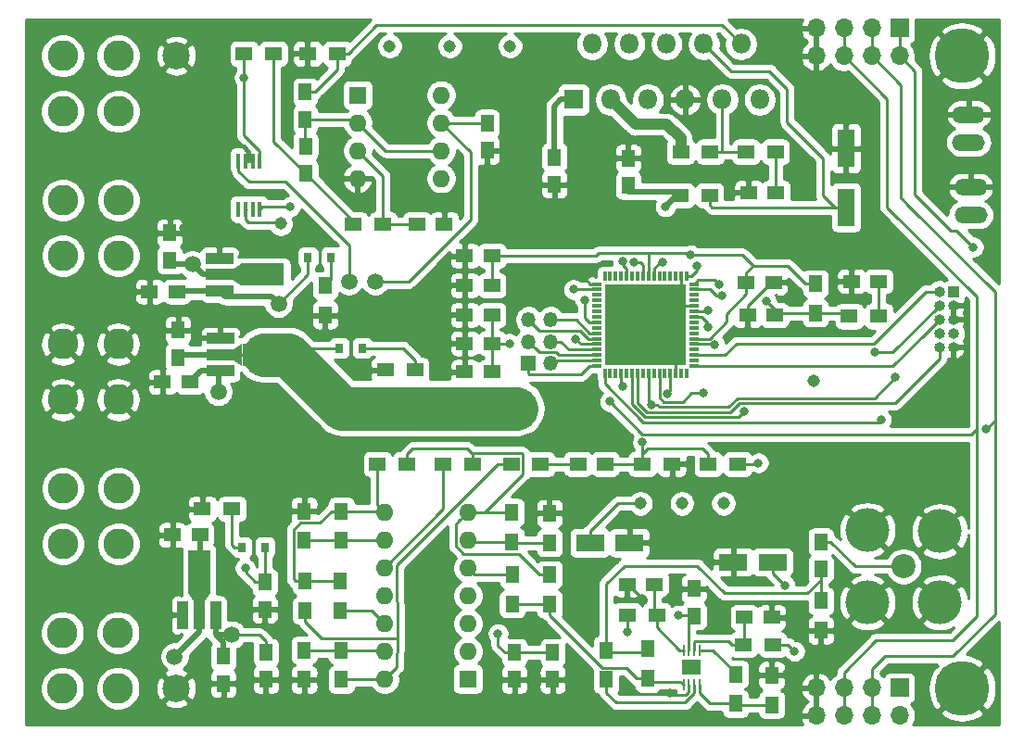
<source format=gbr>
G04 #@! TF.GenerationSoftware,KiCad,Pcbnew,(5.1.12-1-10_14)*
G04 #@! TF.CreationDate,2022-10-09T23:27:55+02:00*
G04 #@! TF.ProjectId,Boat Channel Board,426f6174-2043-4686-916e-6e656c20426f,rev?*
G04 #@! TF.SameCoordinates,Original*
G04 #@! TF.FileFunction,Copper,L1,Top*
G04 #@! TF.FilePolarity,Positive*
%FSLAX46Y46*%
G04 Gerber Fmt 4.6, Leading zero omitted, Abs format (unit mm)*
G04 Created by KiCad (PCBNEW (5.1.12-1-10_14)) date 2022-10-09 23:27:55*
%MOMM*%
%LPD*%
G01*
G04 APERTURE LIST*
G04 #@! TA.AperFunction,ComponentPad*
%ADD10C,1.143000*%
G04 #@! TD*
G04 #@! TA.AperFunction,SMDPad,CuDef*
%ADD11R,1.250000X1.500000*%
G04 #@! TD*
G04 #@! TA.AperFunction,ComponentPad*
%ADD12R,1.000000X1.000000*%
G04 #@! TD*
G04 #@! TA.AperFunction,ComponentPad*
%ADD13O,1.000000X1.000000*%
G04 #@! TD*
G04 #@! TA.AperFunction,SMDPad,CuDef*
%ADD14R,1.500000X1.250000*%
G04 #@! TD*
G04 #@! TA.AperFunction,ComponentPad*
%ADD15C,4.000000*%
G04 #@! TD*
G04 #@! TA.AperFunction,ComponentPad*
%ADD16C,2.200000*%
G04 #@! TD*
G04 #@! TA.AperFunction,ComponentPad*
%ADD17R,1.700000X1.700000*%
G04 #@! TD*
G04 #@! TA.AperFunction,ComponentPad*
%ADD18O,1.700000X1.700000*%
G04 #@! TD*
G04 #@! TA.AperFunction,ComponentPad*
%ADD19R,1.350000X1.350000*%
G04 #@! TD*
G04 #@! TA.AperFunction,ComponentPad*
%ADD20O,1.350000X1.350000*%
G04 #@! TD*
G04 #@! TA.AperFunction,SMDPad,CuDef*
%ADD21R,1.500000X1.300000*%
G04 #@! TD*
G04 #@! TA.AperFunction,SMDPad,CuDef*
%ADD22R,1.300000X1.500000*%
G04 #@! TD*
G04 #@! TA.AperFunction,SMDPad,CuDef*
%ADD23R,0.800000X0.900000*%
G04 #@! TD*
G04 #@! TA.AperFunction,ComponentPad*
%ADD24C,2.500000*%
G04 #@! TD*
G04 #@! TA.AperFunction,ComponentPad*
%ADD25C,5.000000*%
G04 #@! TD*
G04 #@! TA.AperFunction,ComponentPad*
%ADD26R,1.800000X1.800000*%
G04 #@! TD*
G04 #@! TA.AperFunction,ComponentPad*
%ADD27O,1.800000X1.800000*%
G04 #@! TD*
G04 #@! TA.AperFunction,ComponentPad*
%ADD28C,2.800000*%
G04 #@! TD*
G04 #@! TA.AperFunction,ComponentPad*
%ADD29R,1.740000X1.450000*%
G04 #@! TD*
G04 #@! TA.AperFunction,SMDPad,CuDef*
%ADD30R,0.250000X1.000000*%
G04 #@! TD*
G04 #@! TA.AperFunction,SMDPad,CuDef*
%ADD31R,2.500000X1.000000*%
G04 #@! TD*
G04 #@! TA.AperFunction,SMDPad,CuDef*
%ADD32R,4.000000X2.000000*%
G04 #@! TD*
G04 #@! TA.AperFunction,SMDPad,CuDef*
%ADD33C,0.025400*%
G04 #@! TD*
G04 #@! TA.AperFunction,SMDPad,CuDef*
%ADD34R,1.000000X2.500000*%
G04 #@! TD*
G04 #@! TA.AperFunction,SMDPad,CuDef*
%ADD35R,2.000000X4.000000*%
G04 #@! TD*
G04 #@! TA.AperFunction,ComponentPad*
%ADD36R,1.600000X1.600000*%
G04 #@! TD*
G04 #@! TA.AperFunction,ComponentPad*
%ADD37O,1.600000X1.600000*%
G04 #@! TD*
G04 #@! TA.AperFunction,ComponentPad*
%ADD38O,3.010000X1.510000*%
G04 #@! TD*
G04 #@! TA.AperFunction,SMDPad,CuDef*
%ADD39R,2.600000X1.600000*%
G04 #@! TD*
G04 #@! TA.AperFunction,SMDPad,CuDef*
%ADD40R,1.600000X3.500000*%
G04 #@! TD*
G04 #@! TA.AperFunction,SMDPad,CuDef*
%ADD41R,1.837500X1.837500*%
G04 #@! TD*
G04 #@! TA.AperFunction,SMDPad,CuDef*
%ADD42R,0.850000X0.300000*%
G04 #@! TD*
G04 #@! TA.AperFunction,SMDPad,CuDef*
%ADD43R,0.300000X0.850000*%
G04 #@! TD*
G04 #@! TA.AperFunction,SMDPad,CuDef*
%ADD44R,0.450000X1.450000*%
G04 #@! TD*
G04 #@! TA.AperFunction,ViaPad*
%ADD45C,0.800000*%
G04 #@! TD*
G04 #@! TA.AperFunction,ViaPad*
%ADD46C,1.500000*%
G04 #@! TD*
G04 #@! TA.AperFunction,Conductor*
%ADD47C,0.250000*%
G04 #@! TD*
G04 #@! TA.AperFunction,Conductor*
%ADD48C,0.400000*%
G04 #@! TD*
G04 #@! TA.AperFunction,Conductor*
%ADD49C,0.500000*%
G04 #@! TD*
G04 #@! TA.AperFunction,Conductor*
%ADD50C,1.000000*%
G04 #@! TD*
G04 #@! TA.AperFunction,Conductor*
%ADD51C,4.000000*%
G04 #@! TD*
G04 #@! TA.AperFunction,Conductor*
%ADD52C,0.254000*%
G04 #@! TD*
G04 #@! TA.AperFunction,Conductor*
%ADD53C,0.025400*%
G04 #@! TD*
G04 APERTURE END LIST*
D10*
X82730000Y-66340000D03*
D11*
X85010000Y-59240000D03*
X85010000Y-61740000D03*
D12*
X144200000Y-72560000D03*
D13*
X142930000Y-72560000D03*
X144200000Y-73830000D03*
X142930000Y-73830000D03*
X144200000Y-75100000D03*
X142930000Y-75100000D03*
X144200000Y-76370000D03*
X142930000Y-76370000D03*
X144200000Y-77640000D03*
X142930000Y-77640000D03*
D14*
X71950000Y-80810000D03*
X74450000Y-80810000D03*
X75360000Y-94780000D03*
X72860000Y-94780000D03*
D11*
X73370000Y-78550000D03*
X73370000Y-76050000D03*
X77510000Y-108370000D03*
X77510000Y-105870000D03*
D14*
X70770000Y-72540000D03*
X73270000Y-72540000D03*
D11*
X107750000Y-60250000D03*
X107750000Y-62750000D03*
X114500000Y-60350000D03*
X114500000Y-62850000D03*
X72610000Y-67170000D03*
X72610000Y-69670000D03*
D15*
X136350000Y-94350000D03*
X142950000Y-94450000D03*
X142950000Y-100950000D03*
X136350000Y-100950000D03*
D16*
X139650000Y-97650000D03*
D17*
X139300000Y-108750000D03*
D18*
X139300000Y-111290000D03*
X136760000Y-108750000D03*
X136760000Y-111290000D03*
X134220000Y-108750000D03*
X134220000Y-111290000D03*
X131680000Y-108750000D03*
X131680000Y-111290000D03*
D19*
X105400000Y-79100000D03*
D20*
X107400000Y-79100000D03*
X105400000Y-77100000D03*
X107400000Y-77100000D03*
X105400000Y-75100000D03*
X107400000Y-75100000D03*
D17*
X139280000Y-48460000D03*
D18*
X139280000Y-51000000D03*
X136740000Y-48460000D03*
X136740000Y-51000000D03*
X134200000Y-48460000D03*
X134200000Y-51000000D03*
X131660000Y-48460000D03*
X131660000Y-51000000D03*
D21*
X95000000Y-79700000D03*
X92300000Y-79700000D03*
X78300000Y-92400000D03*
X75600000Y-92400000D03*
D22*
X86800000Y-72000000D03*
X86800000Y-74700000D03*
D23*
X90200000Y-77700000D03*
X88100000Y-77700000D03*
X81300000Y-95900000D03*
X79200000Y-95900000D03*
X87350000Y-69400000D03*
X85250000Y-69400000D03*
D24*
X73200000Y-51000000D03*
X73200000Y-108800000D03*
D25*
X145000000Y-108800000D03*
X145000000Y-51000000D03*
D10*
X119400000Y-91900000D03*
X131400000Y-80700000D03*
X123200000Y-91900000D03*
X115600000Y-91900000D03*
X103700000Y-50100000D03*
X98200000Y-50100000D03*
X92700000Y-50100000D03*
D26*
X109500000Y-55000000D03*
D27*
X111200000Y-49920000D03*
X112900000Y-55000000D03*
X114600000Y-49920000D03*
X116300000Y-55000000D03*
X118000000Y-49920000D03*
X119700000Y-55000000D03*
X121400000Y-49920000D03*
X123100000Y-55000000D03*
X124800000Y-49920000D03*
X126500000Y-55000000D03*
D28*
X62820000Y-56090000D03*
X67900000Y-56090000D03*
X67900000Y-51010000D03*
X62820000Y-51010000D03*
X62810000Y-108780000D03*
X67890000Y-108780000D03*
X67890000Y-103700000D03*
X62810000Y-103700000D03*
X62830000Y-95600000D03*
X67910000Y-95600000D03*
X67910000Y-90520000D03*
X62830000Y-90520000D03*
X62830000Y-82430000D03*
X67910000Y-82430000D03*
X67910000Y-77350000D03*
X62830000Y-77350000D03*
X62830000Y-69270000D03*
X67910000Y-69270000D03*
X67910000Y-64190000D03*
X62830000Y-64190000D03*
D22*
X103900000Y-101100000D03*
X103900000Y-98400000D03*
X107300000Y-101100000D03*
X107300000Y-98400000D03*
D21*
X100300000Y-88300000D03*
X97600000Y-88300000D03*
X94300000Y-88300000D03*
X91600000Y-88300000D03*
D22*
X88200000Y-99000000D03*
X88200000Y-101700000D03*
X85000000Y-99000000D03*
X85000000Y-101700000D03*
X112500000Y-105300000D03*
X112500000Y-108000000D03*
X116300000Y-105200000D03*
X116300000Y-107900000D03*
D11*
X81300000Y-101600000D03*
X81300000Y-99100000D03*
X107600000Y-108000000D03*
X107600000Y-105500000D03*
X81400000Y-105500000D03*
X81400000Y-108000000D03*
X104100000Y-105500000D03*
X104100000Y-108000000D03*
D29*
X120300000Y-106900000D03*
D30*
X120550000Y-105300000D03*
X119550000Y-105300000D03*
X120050000Y-105300000D03*
X121050000Y-105300000D03*
X119550000Y-108500000D03*
X120050000Y-108500000D03*
X120550000Y-108500000D03*
X121050000Y-108500000D03*
D21*
X106500000Y-88300000D03*
X103800000Y-88300000D03*
D31*
X77240000Y-76800000D03*
X77240000Y-78300000D03*
X77240000Y-79800000D03*
D32*
X81200000Y-78300000D03*
G04 #@! TA.AperFunction,SMDPad,CuDef*
D33*
G36*
X79225000Y-79300000D02*
G01*
X78475000Y-78800000D01*
X78475000Y-77800000D01*
X79225000Y-77300000D01*
X79225000Y-79300000D01*
G37*
G04 #@! TD.AperFunction*
D31*
X77140000Y-69500000D03*
X77140000Y-71000000D03*
X77140000Y-72500000D03*
D32*
X81100000Y-71000000D03*
G04 #@! TA.AperFunction,SMDPad,CuDef*
D33*
G36*
X79125000Y-72000000D02*
G01*
X78375000Y-71500000D01*
X78375000Y-70500000D01*
X79125000Y-70000000D01*
X79125000Y-72000000D01*
G37*
G04 #@! TD.AperFunction*
D34*
X73800000Y-102100000D03*
X75300000Y-102100000D03*
X76800000Y-102100000D03*
D35*
X75300000Y-98140000D03*
G04 #@! TA.AperFunction,SMDPad,CuDef*
D33*
G36*
X76300000Y-100115000D02*
G01*
X75800000Y-100865000D01*
X74800000Y-100865000D01*
X74300000Y-100115000D01*
X76300000Y-100115000D01*
G37*
G04 #@! TD.AperFunction*
D36*
X89780000Y-54580000D03*
D37*
X97400000Y-62200000D03*
X89780000Y-57120000D03*
X97400000Y-59660000D03*
X89780000Y-59660000D03*
X97400000Y-57120000D03*
X89780000Y-62200000D03*
X97400000Y-54580000D03*
D22*
X131600000Y-71800000D03*
X131600000Y-74500000D03*
D21*
X114400000Y-102100000D03*
X117100000Y-102100000D03*
X127700000Y-104800000D03*
X125000000Y-104800000D03*
D38*
X145800000Y-65540000D03*
X145800000Y-63000000D03*
X145600000Y-58900000D03*
X145600000Y-56360000D03*
D39*
X111000000Y-95500000D03*
X114600000Y-95500000D03*
D14*
X125100000Y-102300000D03*
X127600000Y-102300000D03*
D39*
X124100000Y-97250000D03*
X127700000Y-97250000D03*
D14*
X128000000Y-63500000D03*
X125500000Y-63500000D03*
D40*
X134400000Y-59450000D03*
X134400000Y-64850000D03*
D36*
X99850000Y-107950000D03*
D37*
X92230000Y-92710000D03*
X99850000Y-105410000D03*
X92230000Y-95250000D03*
X99850000Y-102870000D03*
X92230000Y-97790000D03*
X99850000Y-100330000D03*
X92230000Y-100330000D03*
X99850000Y-97790000D03*
X92230000Y-102870000D03*
X99850000Y-95250000D03*
X92230000Y-105410000D03*
X99850000Y-92710000D03*
X92230000Y-107950000D03*
D14*
X95200000Y-66400000D03*
X97700000Y-66400000D03*
D11*
X101600000Y-59650000D03*
X101600000Y-57150000D03*
X85000000Y-56800000D03*
X85000000Y-54300000D03*
X132100000Y-97900000D03*
X132100000Y-95400000D03*
D14*
X116900000Y-99300000D03*
X114400000Y-99300000D03*
D11*
X120500000Y-102200000D03*
X120500000Y-99700000D03*
D14*
X102060000Y-74680000D03*
X99560000Y-74680000D03*
X99560000Y-77280000D03*
X102060000Y-77280000D03*
X99560000Y-79880000D03*
X102060000Y-79880000D03*
X134900000Y-71600000D03*
X137400000Y-71600000D03*
X99550000Y-69270000D03*
X102050000Y-69270000D03*
X102050000Y-71970000D03*
X99550000Y-71970000D03*
X125300000Y-71700000D03*
X127800000Y-71700000D03*
X125400000Y-74700000D03*
X127900000Y-74700000D03*
X109900000Y-88300000D03*
X112400000Y-88300000D03*
D21*
X79400000Y-50800000D03*
X82100000Y-50800000D03*
X92100000Y-66400000D03*
X89400000Y-66400000D03*
X121950000Y-63750000D03*
X119250000Y-63750000D03*
X119300000Y-59750000D03*
X122000000Y-59750000D03*
X127950000Y-59750000D03*
X125250000Y-59750000D03*
X85200000Y-50800000D03*
X87900000Y-50800000D03*
D22*
X103850000Y-92700000D03*
X103850000Y-95400000D03*
X88300000Y-92600000D03*
X88300000Y-95300000D03*
X88300000Y-108000000D03*
X88300000Y-105300000D03*
X132100000Y-100800000D03*
X132100000Y-103500000D03*
X107300000Y-92800000D03*
X107300000Y-95500000D03*
X84900000Y-92600000D03*
X84900000Y-95300000D03*
X84900000Y-108000000D03*
X84900000Y-105300000D03*
X124300000Y-107500000D03*
X124300000Y-110200000D03*
X127600000Y-110300000D03*
X127600000Y-107600000D03*
D21*
X137400000Y-74800000D03*
X134700000Y-74800000D03*
X124500000Y-88300000D03*
X121800000Y-88300000D03*
X115800000Y-88300000D03*
X118500000Y-88300000D03*
D41*
X118856250Y-72843750D03*
X117018750Y-72843750D03*
X115181250Y-72843750D03*
X113343750Y-72843750D03*
X118856250Y-74681250D03*
X117018750Y-74681250D03*
X115181250Y-74681250D03*
X113343750Y-74681250D03*
X118856250Y-76518750D03*
X117018750Y-76518750D03*
X115181250Y-76518750D03*
X113343750Y-76518750D03*
X118856250Y-78356250D03*
X117018750Y-78356250D03*
X115181250Y-78356250D03*
X113343750Y-78356250D03*
D42*
X120550000Y-71850000D03*
X120550000Y-72350000D03*
X120550000Y-72850000D03*
X120550000Y-73350000D03*
X120550000Y-73850000D03*
X120550000Y-74350000D03*
X120550000Y-74850000D03*
X120550000Y-75350000D03*
X120550000Y-75850000D03*
X120550000Y-76350000D03*
X120550000Y-76850000D03*
X120550000Y-77350000D03*
X120550000Y-77850000D03*
X120550000Y-78350000D03*
X120550000Y-78850000D03*
X120550000Y-79350000D03*
D43*
X119850000Y-80050000D03*
X119350000Y-80050000D03*
X118850000Y-80050000D03*
X118350000Y-80050000D03*
X117850000Y-80050000D03*
X117350000Y-80050000D03*
X116850000Y-80050000D03*
X116350000Y-80050000D03*
X115850000Y-80050000D03*
X115350000Y-80050000D03*
X114850000Y-80050000D03*
X114350000Y-80050000D03*
X113850000Y-80050000D03*
X113350000Y-80050000D03*
X112850000Y-80050000D03*
X112350000Y-80050000D03*
D42*
X111650000Y-79350000D03*
X111650000Y-78850000D03*
X111650000Y-78350000D03*
X111650000Y-77850000D03*
X111650000Y-77350000D03*
X111650000Y-76850000D03*
X111650000Y-76350000D03*
X111650000Y-75850000D03*
X111650000Y-75350000D03*
X111650000Y-74850000D03*
X111650000Y-74350000D03*
X111650000Y-73850000D03*
X111650000Y-73350000D03*
X111650000Y-72850000D03*
X111650000Y-72350000D03*
X111650000Y-71850000D03*
D43*
X112350000Y-71150000D03*
X112850000Y-71150000D03*
X113350000Y-71150000D03*
X113850000Y-71150000D03*
X114350000Y-71150000D03*
X114850000Y-71150000D03*
X115350000Y-71150000D03*
X115850000Y-71150000D03*
X116350000Y-71150000D03*
X116850000Y-71150000D03*
X117350000Y-71150000D03*
X117850000Y-71150000D03*
X118350000Y-71150000D03*
X118850000Y-71150000D03*
X119350000Y-71150000D03*
X119850000Y-71150000D03*
D44*
X80850000Y-65000000D03*
X80200000Y-65000000D03*
X79550000Y-65000000D03*
X78900000Y-65000000D03*
X78900000Y-60600000D03*
X79550000Y-60600000D03*
X80200000Y-60600000D03*
X80850000Y-60600000D03*
D45*
X116150000Y-75400000D03*
X119000000Y-75400000D03*
X113300000Y-75400000D03*
X116150000Y-78250000D03*
X116150000Y-72850000D03*
X113300000Y-78250000D03*
X113300000Y-72800000D03*
X78400000Y-58750000D03*
X85770000Y-52510000D03*
X93570000Y-55900000D03*
X72040000Y-101130000D03*
X72010000Y-102780000D03*
X87900000Y-89250000D03*
X117710000Y-90010000D03*
X112810000Y-60350000D03*
X106040000Y-62790000D03*
X71620000Y-78950000D03*
X75000000Y-76800000D03*
X77230000Y-75240000D03*
X73380000Y-74320000D03*
X70680000Y-71200000D03*
X77050000Y-68080000D03*
X79440000Y-68070000D03*
X73910000Y-66690000D03*
X72870000Y-96300000D03*
X71200000Y-94820000D03*
X75630000Y-90750000D03*
X73880000Y-92370000D03*
X83290000Y-92580000D03*
X83040000Y-101620000D03*
X81390000Y-109630000D03*
X71940000Y-82460000D03*
X104090000Y-109600000D03*
X107630000Y-109620000D03*
X128970000Y-107470000D03*
X123720000Y-95410000D03*
X116740000Y-95480000D03*
X125490000Y-62000000D03*
X134370000Y-56710000D03*
X118300000Y-109200000D03*
X83140000Y-108000000D03*
X103400000Y-59640000D03*
X111200000Y-61900000D03*
X77490000Y-110000000D03*
X115800000Y-100600000D03*
X83600000Y-52400000D03*
X98650000Y-64000000D03*
X132110000Y-105270000D03*
X125400000Y-76300000D03*
X122700000Y-102000000D03*
X102150000Y-106750000D03*
X129550000Y-73150000D03*
X120850000Y-94850000D03*
X110150000Y-71000000D03*
X118925000Y-72775000D03*
X118856250Y-78356250D03*
D46*
X91390000Y-71610000D03*
X82550000Y-73650000D03*
X89000000Y-71600000D03*
D45*
X102600000Y-103800000D03*
X114400000Y-103600000D03*
X120200000Y-69200000D03*
X114000000Y-69800000D03*
X110550000Y-73300000D03*
X115000000Y-69900000D03*
X115800000Y-86300000D03*
X122400000Y-77400000D03*
X137000000Y-78100000D03*
X125100000Y-83500000D03*
X137614999Y-84225001D03*
X109650000Y-76850000D03*
X117900000Y-64800000D03*
X129700000Y-105400000D03*
D46*
X78300000Y-103900000D03*
D45*
X128800000Y-99400000D03*
X79500000Y-97800000D03*
D46*
X77050000Y-81700000D03*
X74700000Y-70060000D03*
X73050000Y-105900000D03*
D45*
X79400000Y-53000000D03*
X123100000Y-72900000D03*
X119100000Y-102100000D03*
X127100000Y-73400000D03*
X122800000Y-71900000D03*
X121800000Y-74300000D03*
X83600000Y-64800000D03*
X116588385Y-82859218D03*
X138900000Y-80400000D03*
X146030000Y-68480000D03*
X121400000Y-81800000D03*
X147200000Y-85100000D03*
X114000000Y-81200000D03*
X112800000Y-82600000D03*
X109500000Y-72350000D03*
X126400000Y-88200000D03*
X118100000Y-81900000D03*
X120800000Y-70200000D03*
X117600000Y-69900000D03*
X103100000Y-83200000D03*
X102000000Y-83200000D03*
X104300000Y-83200000D03*
X121800000Y-75800000D03*
X103640000Y-77280000D03*
D47*
X95200000Y-66400000D02*
X92100000Y-66400000D01*
X92100000Y-61980000D02*
X89780000Y-59660000D01*
X92100000Y-66400000D02*
X92100000Y-61980000D01*
X120050000Y-108500000D02*
X120050000Y-109113590D01*
X120050000Y-109113590D02*
X119763590Y-109400000D01*
X118500000Y-109400000D02*
X118300000Y-109200000D01*
X119763590Y-109400000D02*
X118500000Y-109400000D01*
X80200000Y-60600000D02*
X80200000Y-60100000D01*
X84900000Y-108000000D02*
X83500000Y-108000000D01*
X127525000Y-71700000D02*
X127800000Y-71700000D01*
X125400000Y-73825000D02*
X127525000Y-71700000D01*
X125400000Y-74700000D02*
X125400000Y-73825000D01*
X114500000Y-99300000D02*
X115800000Y-100600000D01*
X114400000Y-99300000D02*
X114500000Y-99300000D01*
X125400000Y-74700000D02*
X125400000Y-76300000D01*
X119350000Y-72350000D02*
X118925000Y-72775000D01*
X119350000Y-71150000D02*
X119350000Y-72350000D01*
X119687500Y-73850000D02*
X118856250Y-74681250D01*
X120550000Y-73850000D02*
X119687500Y-73850000D01*
X118850000Y-78362500D02*
X118856250Y-78356250D01*
X118850000Y-80050000D02*
X118850000Y-78362500D01*
X111000000Y-71850000D02*
X110150000Y-71000000D01*
X111650000Y-71850000D02*
X111000000Y-71850000D01*
X118925000Y-72775000D02*
X118856250Y-72843750D01*
X118856250Y-78356250D02*
X118856250Y-78356250D01*
D48*
X79804315Y-59744315D02*
X79360000Y-59300000D01*
D47*
X80200000Y-60600000D02*
X79880000Y-60600000D01*
X79880000Y-60600000D02*
X79550000Y-60600000D01*
X79804315Y-60524315D02*
X79880000Y-60600000D01*
D48*
X79804315Y-59744315D02*
X79804315Y-60524315D01*
D47*
X97430000Y-57150000D02*
X97400000Y-57120000D01*
X101600000Y-57150000D02*
X97430000Y-57150000D01*
X78900000Y-60600000D02*
X78900000Y-61575000D01*
X97400000Y-57120000D02*
X100100000Y-59820000D01*
D49*
X77640000Y-73000000D02*
X77140000Y-72500000D01*
X80900000Y-73000000D02*
X77640000Y-73000000D01*
D47*
X89000000Y-68300000D02*
X89000000Y-68900000D01*
X104975000Y-105500000D02*
X107600000Y-105500000D01*
X104100000Y-105500000D02*
X104975000Y-105500000D01*
X103225000Y-105500000D02*
X102600000Y-104875000D01*
X104100000Y-105500000D02*
X103225000Y-105500000D01*
X102600000Y-104875000D02*
X102600000Y-103800000D01*
X114400000Y-102100000D02*
X114400000Y-103600000D01*
X114791777Y-91900000D02*
X115600000Y-91900000D01*
X113550000Y-91900000D02*
X114791777Y-91900000D01*
X111000000Y-94450000D02*
X113550000Y-91900000D01*
X111000000Y-95500000D02*
X111000000Y-94450000D01*
X89000000Y-68900000D02*
X89000000Y-71600000D01*
X80999999Y-72900001D02*
X80900000Y-73000000D01*
D49*
X81900002Y-73000000D02*
X80850000Y-73000000D01*
X82649999Y-73749999D02*
X81900000Y-73000000D01*
D47*
X85250000Y-70950000D02*
X82550000Y-73650000D01*
X85250000Y-69400000D02*
X85250000Y-70950000D01*
X92450660Y-71610000D02*
X91390000Y-71610000D01*
X94450002Y-71610000D02*
X92450660Y-71610000D01*
X100100000Y-65960002D02*
X94450002Y-71610000D01*
X100100000Y-59820000D02*
X100100000Y-65960002D01*
X73310000Y-72500000D02*
X73270000Y-72540000D01*
D49*
X77140000Y-72500000D02*
X73310000Y-72500000D01*
D47*
X79845000Y-62520000D02*
X83220000Y-62520000D01*
X78900000Y-61575000D02*
X79845000Y-62520000D01*
X83220000Y-62520000D02*
X89000000Y-68300000D01*
X87900000Y-51700000D02*
X87900000Y-50800000D01*
X87900000Y-52275000D02*
X87900000Y-51700000D01*
X85875000Y-54300000D02*
X87900000Y-52275000D01*
X85000000Y-54300000D02*
X85875000Y-54300000D01*
X88900000Y-50800000D02*
X91500000Y-48200000D01*
X87900000Y-50800000D02*
X88900000Y-50800000D01*
X123080000Y-48200000D02*
X124800000Y-49920000D01*
X91500000Y-48200000D02*
X123080000Y-48200000D01*
X102050000Y-71095000D02*
X102050000Y-69270000D01*
X102050000Y-71970000D02*
X102050000Y-71095000D01*
X116350000Y-69050000D02*
X116350000Y-71150000D01*
X116300000Y-69000000D02*
X116350000Y-69050000D01*
X111530000Y-69270000D02*
X102050000Y-69270000D01*
X111800000Y-69000000D02*
X111530000Y-69270000D01*
X130700000Y-71800000D02*
X129100000Y-70200000D01*
X131600000Y-71800000D02*
X130700000Y-71800000D01*
X125925000Y-70200000D02*
X125300000Y-70825000D01*
X125300000Y-70825000D02*
X125300000Y-71700000D01*
X129100000Y-70200000D02*
X125925000Y-70200000D01*
X114350000Y-70475000D02*
X114350000Y-71150000D01*
X114000000Y-70125000D02*
X114350000Y-70475000D01*
X114000000Y-69800000D02*
X114000000Y-70125000D01*
X121225000Y-76850000D02*
X120550000Y-76850000D01*
X123500000Y-74575000D02*
X123500000Y-75273002D01*
X121923002Y-76850000D02*
X121225000Y-76850000D01*
X125300000Y-72775000D02*
X123500000Y-74575000D01*
X123500000Y-75273002D02*
X121923002Y-76850000D01*
X125300000Y-71700000D02*
X125300000Y-72775000D01*
X124925000Y-69200000D02*
X120200000Y-69200000D01*
X125925000Y-70200000D02*
X124925000Y-69200000D01*
X110550000Y-74910002D02*
X110550000Y-73865685D01*
X110550000Y-73865685D02*
X110550000Y-73300000D01*
X110989998Y-75350000D02*
X110550000Y-74910002D01*
X111650000Y-75350000D02*
X110989998Y-75350000D01*
X120000000Y-69000000D02*
X116000000Y-69000000D01*
X120200000Y-69200000D02*
X120000000Y-69000000D01*
X116000000Y-69000000D02*
X116300000Y-69000000D01*
X111800000Y-69000000D02*
X116000000Y-69000000D01*
X121850000Y-63750000D02*
X121950000Y-63750000D01*
X121950000Y-63750000D02*
X122050000Y-63750000D01*
X123880000Y-52400000D02*
X121400000Y-49920000D01*
X127400000Y-52400000D02*
X123880000Y-52400000D01*
X129025001Y-54025001D02*
X129025001Y-57075001D01*
X127400000Y-52400000D02*
X129025001Y-54025001D01*
X129025001Y-57075001D02*
X132300000Y-60350000D01*
X133350000Y-64850000D02*
X134400000Y-64850000D01*
X132300000Y-63800000D02*
X133350000Y-64850000D01*
X132300000Y-60350000D02*
X132300000Y-63800000D01*
X121950000Y-64650000D02*
X121950000Y-63750000D01*
X122150000Y-64850000D02*
X121950000Y-64650000D01*
X134400000Y-64850000D02*
X122150000Y-64850000D01*
X113400000Y-88300000D02*
X115800000Y-88300000D01*
X112400000Y-88300000D02*
X113400000Y-88300000D01*
X115800000Y-87400000D02*
X116300000Y-86900000D01*
X115800000Y-88300000D02*
X115800000Y-87400000D01*
X121800000Y-87400000D02*
X121800000Y-88300000D01*
X121300000Y-86900000D02*
X121800000Y-87400000D01*
X116300000Y-86900000D02*
X121300000Y-86900000D01*
X115800000Y-88300000D02*
X115800000Y-86300000D01*
X115850000Y-71150000D02*
X115850000Y-70150000D01*
X115600000Y-69900000D02*
X115000000Y-69900000D01*
X115850000Y-70150000D02*
X115600000Y-69900000D01*
X124400000Y-110300000D02*
X124300000Y-110200000D01*
X127600000Y-110300000D02*
X124400000Y-110300000D01*
X122000000Y-110200000D02*
X121050000Y-109250000D01*
X121050000Y-109250000D02*
X121050000Y-108500000D01*
X124300000Y-110200000D02*
X122000000Y-110200000D01*
X119250000Y-108200000D02*
X119550000Y-108500000D01*
X116300000Y-108200000D02*
X119250000Y-108200000D01*
X116300000Y-108200000D02*
X116300000Y-107200000D01*
X107300000Y-101100000D02*
X103900000Y-101100000D01*
X112124999Y-106924999D02*
X107300000Y-102100000D01*
X114324999Y-106924999D02*
X112124999Y-106924999D01*
X107300000Y-102100000D02*
X107300000Y-101100000D01*
X115300000Y-107900000D02*
X114324999Y-106924999D01*
X116300000Y-107900000D02*
X115300000Y-107900000D01*
X120550000Y-109250000D02*
X119700000Y-110100000D01*
X120550000Y-108500000D02*
X120550000Y-109250000D01*
X112500000Y-109200000D02*
X112500000Y-108200000D01*
X113400000Y-110100000D02*
X112500000Y-109200000D01*
X119700000Y-110100000D02*
X113400000Y-110100000D01*
X122350000Y-77350000D02*
X120550000Y-77350000D01*
X122400000Y-77400000D02*
X122350000Y-77350000D01*
X137000000Y-78100000D02*
X138660000Y-78100000D01*
X138660000Y-78100000D02*
X142930000Y-73830000D01*
X141660000Y-72560000D02*
X142930000Y-72560000D01*
X124425001Y-77274999D02*
X136945001Y-77274999D01*
X123350000Y-78350000D02*
X124425001Y-77274999D01*
X120550000Y-78350000D02*
X123350000Y-78350000D01*
X136945001Y-77274999D02*
X141660000Y-72560000D01*
X141660000Y-76370000D02*
X142930000Y-75100000D01*
X138680000Y-79350000D02*
X141660000Y-76370000D01*
X120550000Y-79350000D02*
X138680000Y-79350000D01*
X116240384Y-83584219D02*
X115350000Y-82693835D01*
X123815781Y-83584219D02*
X116240384Y-83584219D01*
X124680000Y-82720000D02*
X123815781Y-83584219D01*
X115350000Y-82693835D02*
X115350000Y-80050000D01*
X142930000Y-77640000D02*
X142930000Y-78700000D01*
X142930000Y-78700000D02*
X138910000Y-82720000D01*
X138910000Y-82720000D02*
X124680000Y-82720000D01*
X114850000Y-80725000D02*
X114850000Y-80050000D01*
X116053983Y-84034228D02*
X114850000Y-82830245D01*
X124565772Y-84034228D02*
X116053983Y-84034228D01*
X114850000Y-82830245D02*
X114850000Y-80725000D01*
X125100000Y-83500000D02*
X124565772Y-84034228D01*
X137355762Y-84484238D02*
X137614999Y-84225001D01*
X112350000Y-80966655D02*
X115867583Y-84484238D01*
X115867583Y-84484238D02*
X137355762Y-84484238D01*
X112350000Y-80050000D02*
X112350000Y-80966655D01*
X79600000Y-65050000D02*
X79550000Y-65000000D01*
X110150000Y-77350000D02*
X109650000Y-76850000D01*
X111650000Y-77350000D02*
X110150000Y-77350000D01*
X79774999Y-66199999D02*
X82589999Y-66199999D01*
X82589999Y-66199999D02*
X82730000Y-66340000D01*
X79550000Y-65975000D02*
X79774999Y-66199999D01*
X79550000Y-65000000D02*
X79550000Y-65975000D01*
X84900000Y-56900000D02*
X85000000Y-56800000D01*
X89460000Y-56800000D02*
X89780000Y-57120000D01*
X85000000Y-56800000D02*
X89460000Y-56800000D01*
X92320000Y-59660000D02*
X97400000Y-59660000D01*
X89780000Y-57120000D02*
X92320000Y-59660000D01*
X85000000Y-59230000D02*
X85010000Y-59240000D01*
X85000000Y-56800000D02*
X85000000Y-59230000D01*
D49*
X108350000Y-55000000D02*
X109500000Y-55000000D01*
X107750000Y-55600000D02*
X108350000Y-55000000D01*
X107750000Y-59700000D02*
X107750000Y-55600000D01*
X118900000Y-63400000D02*
X119250000Y-63750000D01*
X118950000Y-63750000D02*
X117900000Y-64800000D01*
D47*
X119250000Y-63750000D02*
X118950000Y-63750000D01*
D49*
X116500000Y-63400000D02*
X118900000Y-63400000D01*
X114500000Y-63400000D02*
X116500000Y-63400000D01*
X76800000Y-102100000D02*
X76800000Y-103900000D01*
X76800000Y-103900000D02*
X78300000Y-103900000D01*
D47*
X127700000Y-98300000D02*
X128800000Y-99400000D01*
X127700000Y-97250000D02*
X127700000Y-98300000D01*
X129100000Y-104800000D02*
X129700000Y-105400000D01*
X127700000Y-104800000D02*
X129100000Y-104800000D01*
X79360660Y-103900000D02*
X78300000Y-103900000D01*
X80800000Y-103900000D02*
X79360660Y-103900000D01*
X81400000Y-104500000D02*
X80800000Y-103900000D01*
X81400000Y-105500000D02*
X81400000Y-104500000D01*
X81300000Y-95900000D02*
X81300000Y-99100000D01*
X80425000Y-99100000D02*
X79500000Y-98175000D01*
X81300000Y-99100000D02*
X80425000Y-99100000D01*
X79500000Y-98175000D02*
X79500000Y-97800000D01*
D49*
X77510000Y-104610000D02*
X76800000Y-103900000D01*
X77510000Y-105870000D02*
X77510000Y-104610000D01*
D50*
X112900000Y-55000000D02*
X115150000Y-57250000D01*
X115150000Y-57250000D02*
X118000000Y-57250000D01*
X119300000Y-58550000D02*
X119300000Y-59750000D01*
X118000000Y-57250000D02*
X119300000Y-58550000D01*
D49*
X75640000Y-71000000D02*
X74700000Y-70060000D01*
X77140000Y-71000000D02*
X75640000Y-71000000D01*
D47*
X77140000Y-71000000D02*
X81100000Y-71000000D01*
X77050000Y-79990000D02*
X77240000Y-79800000D01*
D49*
X77050000Y-81700000D02*
X77050000Y-79990000D01*
X75460000Y-79800000D02*
X74450000Y-80810000D01*
X77240000Y-79800000D02*
X75460000Y-79800000D01*
D47*
X73000000Y-70060000D02*
X72610000Y-69670000D01*
D49*
X74700000Y-70060000D02*
X73000000Y-70060000D01*
X75300000Y-102100000D02*
X75300000Y-103600000D01*
D47*
X75300000Y-98140000D02*
X75300000Y-102100000D01*
D49*
X75300000Y-103650000D02*
X73050000Y-105900000D01*
D47*
X75300000Y-103600000D02*
X75300000Y-103650000D01*
X75360000Y-98080000D02*
X75300000Y-98140000D01*
D49*
X75360000Y-94780000D02*
X75360000Y-98080000D01*
D47*
X79400000Y-51700000D02*
X79400000Y-50800000D01*
X80850000Y-59714998D02*
X79400000Y-58264998D01*
X80850000Y-60600000D02*
X80850000Y-59714998D01*
X79400000Y-53000000D02*
X79400000Y-51700000D01*
X79400000Y-58264998D02*
X79400000Y-53000000D01*
X137400000Y-71600000D02*
X137400000Y-74800000D01*
X125100000Y-104700000D02*
X125000000Y-104800000D01*
X125100000Y-102300000D02*
X125100000Y-104700000D01*
X120550000Y-104550000D02*
X120550000Y-105300000D01*
X120625001Y-104474999D02*
X120550000Y-104550000D01*
X123674999Y-104474999D02*
X120625001Y-104474999D01*
X124000000Y-104800000D02*
X123674999Y-104474999D01*
X125000000Y-104800000D02*
X124000000Y-104800000D01*
X117100000Y-103000000D02*
X117100000Y-102100000D01*
X117100000Y-103225000D02*
X117100000Y-103000000D01*
X119175000Y-105300000D02*
X117100000Y-103225000D01*
X119550000Y-105300000D02*
X119175000Y-105300000D01*
X117100000Y-99500000D02*
X116900000Y-99300000D01*
X116900000Y-101900000D02*
X117100000Y-102100000D01*
X116900000Y-99300000D02*
X116900000Y-101900000D01*
X127950000Y-63450000D02*
X128000000Y-63500000D01*
X127950000Y-59750000D02*
X127950000Y-63450000D01*
X132100000Y-98900000D02*
X132100000Y-100800000D01*
X112500000Y-105500000D02*
X116300000Y-105500000D01*
X116500000Y-105300000D02*
X116300000Y-105500000D01*
X116200000Y-105100000D02*
X116300000Y-105200000D01*
X114139998Y-97600000D02*
X120800000Y-97600000D01*
X112500000Y-99239998D02*
X114139998Y-97600000D01*
X112500000Y-105300000D02*
X112500000Y-99239998D01*
X123325001Y-100125001D02*
X120800000Y-97600000D01*
X132100000Y-98900000D02*
X130874999Y-100125001D01*
X130874999Y-100125001D02*
X123325001Y-100125001D01*
X132100000Y-97900000D02*
X132100000Y-98900000D01*
X132100000Y-95525000D02*
X132100000Y-95400000D01*
X138094366Y-97650000D02*
X139650000Y-97650000D01*
X135225000Y-97650000D02*
X138094366Y-97650000D01*
X132975000Y-95400000D02*
X135225000Y-97650000D01*
X132100000Y-95400000D02*
X132975000Y-95400000D01*
X106500000Y-88300000D02*
X109900000Y-88300000D01*
X84900000Y-105300000D02*
X88300000Y-105300000D01*
X92120000Y-105300000D02*
X92230000Y-105410000D01*
X88300000Y-105300000D02*
X92120000Y-105300000D01*
X92180000Y-95300000D02*
X92230000Y-95250000D01*
X88300000Y-95300000D02*
X92180000Y-95300000D01*
X84900000Y-95300000D02*
X88300000Y-95300000D01*
X103950000Y-95500000D02*
X103850000Y-95400000D01*
X107300000Y-95500000D02*
X103950000Y-95500000D01*
X100000000Y-95400000D02*
X99850000Y-95250000D01*
X103850000Y-95400000D02*
X100000000Y-95400000D01*
X125250000Y-59750000D02*
X122000000Y-59750000D01*
X123000000Y-59750000D02*
X122000000Y-59750000D01*
X123100000Y-59650000D02*
X123000000Y-59750000D01*
X123100000Y-55000000D02*
X123100000Y-59650000D01*
X122200000Y-105300000D02*
X121425000Y-105300000D01*
X124300000Y-107400000D02*
X122200000Y-105300000D01*
X121425000Y-105300000D02*
X121050000Y-105300000D01*
X124300000Y-107500000D02*
X124300000Y-107400000D01*
X120050000Y-102650000D02*
X120500000Y-102200000D01*
X120050000Y-105300000D02*
X120050000Y-102650000D01*
X121984315Y-72350000D02*
X121225000Y-72350000D01*
X121225000Y-72350000D02*
X120550000Y-72350000D01*
X122534315Y-72900000D02*
X121984315Y-72350000D01*
X123100000Y-72900000D02*
X122534315Y-72900000D01*
X120400000Y-102100000D02*
X120500000Y-102200000D01*
X119100000Y-102100000D02*
X120400000Y-102100000D01*
X128100000Y-74500000D02*
X127900000Y-74700000D01*
X131600000Y-74500000D02*
X128100000Y-74500000D01*
X127900000Y-74200000D02*
X127100000Y-73400000D01*
X127900000Y-74700000D02*
X127900000Y-74200000D01*
X120899999Y-71500001D02*
X120550000Y-71850000D01*
X122400001Y-71500001D02*
X120899999Y-71500001D01*
X122800000Y-71900000D02*
X122400001Y-71500001D01*
X134400000Y-74500000D02*
X134700000Y-74800000D01*
X131600000Y-74500000D02*
X134400000Y-74500000D01*
X92180000Y-108000000D02*
X92230000Y-107950000D01*
X88300000Y-108000000D02*
X92180000Y-108000000D01*
X102594998Y-88300000D02*
X102800000Y-88300000D01*
X93355001Y-97539997D02*
X102594998Y-88300000D01*
X102800000Y-88300000D02*
X103800000Y-88300000D01*
X92230000Y-107950000D02*
X93355001Y-106824999D01*
X86500000Y-104200000D02*
X93400000Y-104200000D01*
X85000000Y-102700000D02*
X86500000Y-104200000D01*
X85000000Y-101700000D02*
X85000000Y-102700000D01*
X93400000Y-104200000D02*
X93355001Y-97539997D01*
X93355001Y-106824999D02*
X93400000Y-104200000D01*
X91600000Y-92080000D02*
X92230000Y-92710000D01*
X91600000Y-88300000D02*
X91600000Y-92080000D01*
X92120000Y-92600000D02*
X92230000Y-92710000D01*
X88300000Y-92600000D02*
X92120000Y-92600000D01*
X83924999Y-94289999D02*
X84539997Y-93675001D01*
X84539997Y-93675001D02*
X86324999Y-93675001D01*
X83924999Y-98824999D02*
X83924999Y-94289999D01*
X84100000Y-99000000D02*
X83924999Y-98824999D01*
X85000000Y-99000000D02*
X84100000Y-99000000D01*
X87400000Y-92600000D02*
X88300000Y-92600000D01*
X86324999Y-93675001D02*
X87400000Y-92600000D01*
X85000000Y-99000000D02*
X88200000Y-99000000D01*
X91060000Y-101700000D02*
X88200000Y-101700000D01*
X92230000Y-102870000D02*
X91060000Y-101700000D01*
X103840000Y-92710000D02*
X103850000Y-92700000D01*
X99850000Y-92710000D02*
X103840000Y-92710000D01*
X107300000Y-98400000D02*
X107000000Y-98400000D01*
X100300000Y-92260000D02*
X99850000Y-92710000D01*
X94300000Y-87400000D02*
X94800000Y-86900000D01*
X94300000Y-88300000D02*
X94300000Y-87400000D01*
X99800000Y-86900000D02*
X100300000Y-87400000D01*
X94800000Y-86900000D02*
X99800000Y-86900000D01*
X106400000Y-98400000D02*
X104500000Y-96500000D01*
X107300000Y-98400000D02*
X106400000Y-98400000D01*
X99050001Y-93509999D02*
X99850000Y-92710000D01*
X98724999Y-95790001D02*
X98724999Y-93835001D01*
X98724999Y-93835001D02*
X99050001Y-93509999D01*
X99434998Y-96500000D02*
X98724999Y-95790001D01*
X104500000Y-96500000D02*
X99434998Y-96500000D01*
X100981370Y-92710000D02*
X99850000Y-92710000D01*
X104875001Y-89210001D02*
X101375002Y-92710000D01*
X104875001Y-87389999D02*
X104875001Y-89210001D01*
X104810001Y-87324999D02*
X104875001Y-87389999D01*
X100375001Y-87324999D02*
X104810001Y-87324999D01*
X100300000Y-87400000D02*
X100375001Y-87324999D01*
X101375002Y-92710000D02*
X100981370Y-92710000D01*
X100300000Y-88300000D02*
X100300000Y-87400000D01*
X97600000Y-92420000D02*
X92230000Y-97790000D01*
X97600000Y-88300000D02*
X97600000Y-92420000D01*
X100460000Y-98400000D02*
X99850000Y-97790000D01*
X103900000Y-98400000D02*
X100460000Y-98400000D01*
X121750000Y-74350000D02*
X120550000Y-74350000D01*
X121800000Y-74300000D02*
X121750000Y-74350000D01*
X81050000Y-64800000D02*
X80850000Y-65000000D01*
X83600000Y-64800000D02*
X81050000Y-64800000D01*
X116350000Y-82620833D02*
X116588385Y-82859218D01*
X116350000Y-80050000D02*
X116350000Y-82620833D01*
X137030010Y-82269990D02*
X138900000Y-80400000D01*
X124493600Y-82269990D02*
X137030010Y-82269990D01*
X123688579Y-83075011D02*
X124493600Y-82269990D01*
X117369863Y-83075011D02*
X123688579Y-83075011D01*
X117154070Y-82859218D02*
X117369863Y-83075011D01*
X116588385Y-82859218D02*
X117154070Y-82859218D01*
X139280000Y-49560000D02*
X139280000Y-51000000D01*
X139280000Y-48460000D02*
X139280000Y-49560000D01*
X146030000Y-68480000D02*
X144500000Y-66950000D01*
X144500000Y-66950000D02*
X143970000Y-66950000D01*
X143970000Y-66950000D02*
X140700000Y-63680000D01*
X140700000Y-52420000D02*
X139280000Y-51000000D01*
X140700000Y-63680000D02*
X140700000Y-52420000D01*
X117350000Y-82223002D02*
X117751999Y-82625001D01*
X119465587Y-82625001D02*
X120290588Y-81800000D01*
X117751999Y-82625001D02*
X119465587Y-82625001D01*
X117350000Y-80050000D02*
X117350000Y-82223002D01*
X120290588Y-81800000D02*
X121400000Y-81800000D01*
X136790000Y-110012081D02*
X136790000Y-111350000D01*
X136790000Y-108810000D02*
X136790000Y-110012081D01*
X136740000Y-48460000D02*
X136740000Y-51000000D01*
X137950000Y-105880000D02*
X136760000Y-107070000D01*
X144120000Y-105880000D02*
X137950000Y-105880000D01*
X148000011Y-101999989D02*
X144120000Y-105880000D01*
X136760000Y-107070000D02*
X136760000Y-108750000D01*
X136740000Y-51000000D02*
X139400000Y-53660000D01*
X139400000Y-63951988D02*
X140114006Y-64665994D01*
X139400000Y-53660000D02*
X139400000Y-63951988D01*
X140114006Y-64665994D02*
X148000011Y-72551999D01*
X139538012Y-64090000D02*
X140114006Y-64665994D01*
X148000011Y-84299989D02*
X148000011Y-84050011D01*
X147200000Y-85100000D02*
X148000011Y-84299989D01*
X148000011Y-84050011D02*
X148000011Y-101999989D01*
X148000011Y-72551999D02*
X148000011Y-84050011D01*
X113850000Y-81050000D02*
X114000000Y-81200000D01*
X113850000Y-80050000D02*
X113850000Y-81050000D01*
X134250000Y-108810000D02*
X134250000Y-111350000D01*
X134200000Y-48460000D02*
X134200000Y-51000000D01*
X134220000Y-107330000D02*
X134220000Y-108750000D01*
X144160000Y-104400000D02*
X137150000Y-104400000D01*
X138125001Y-64822993D02*
X146325009Y-73023001D01*
X146325009Y-102234991D02*
X144160000Y-104400000D01*
X138125001Y-54925001D02*
X138125001Y-64822993D01*
X137150000Y-104400000D02*
X134220000Y-107330000D01*
X134200000Y-51000000D02*
X138125001Y-54925001D01*
X115774999Y-85574999D02*
X145875019Y-85574999D01*
X145875019Y-85574999D02*
X146325009Y-85125009D01*
X112800000Y-82600000D02*
X115774999Y-85574999D01*
X146325009Y-85125009D02*
X146325009Y-102234991D01*
X146325009Y-73023001D02*
X146325009Y-85125009D01*
X105475001Y-80100001D02*
X105400000Y-80025000D01*
X110224999Y-80100001D02*
X105475001Y-80100001D01*
X105400000Y-80025000D02*
X105400000Y-79100000D01*
X110975000Y-79350000D02*
X110224999Y-80100001D01*
X111650000Y-79350000D02*
X110975000Y-79350000D01*
X111550000Y-78350000D02*
X111525001Y-78374999D01*
X111650000Y-78350000D02*
X111550000Y-78350000D01*
X106074999Y-77774999D02*
X105400000Y-77100000D01*
X106400000Y-78100000D02*
X106074999Y-77774999D01*
X108130002Y-78350000D02*
X107880002Y-78100000D01*
X107880002Y-78100000D02*
X106400000Y-78100000D01*
X111650000Y-78350000D02*
X108130002Y-78350000D01*
X108354594Y-77100000D02*
X107400000Y-77100000D01*
X109104594Y-77850000D02*
X108354594Y-77100000D01*
X111650000Y-77850000D02*
X109104594Y-77850000D01*
X111625001Y-76825001D02*
X111650000Y-76850000D01*
X110853588Y-76850000D02*
X110103588Y-76100000D01*
X111650000Y-76850000D02*
X110853588Y-76850000D01*
X106400000Y-76100000D02*
X105400000Y-75100000D01*
X110103588Y-76100000D02*
X106400000Y-76100000D01*
X108354594Y-75100000D02*
X107400000Y-75100000D01*
X109739998Y-75100000D02*
X108354594Y-75100000D01*
X110989998Y-76350000D02*
X109739998Y-75100000D01*
X111650000Y-76350000D02*
X110989998Y-76350000D01*
X87350000Y-71450000D02*
X86800000Y-72000000D01*
X87350000Y-69400000D02*
X87350000Y-71450000D01*
X78550000Y-95900000D02*
X78300000Y-95650000D01*
X78300000Y-93300000D02*
X78300000Y-92400000D01*
X78300000Y-95650000D02*
X78300000Y-93300000D01*
X79200000Y-95900000D02*
X78550000Y-95900000D01*
X90850000Y-77700000D02*
X90200000Y-77700000D01*
X93900000Y-77700000D02*
X90850000Y-77700000D01*
X95000000Y-78800000D02*
X93900000Y-77700000D01*
X95000000Y-79700000D02*
X95000000Y-78800000D01*
X102060000Y-74680000D02*
X102060000Y-77280000D01*
X102060000Y-78155000D02*
X102060000Y-79880000D01*
X102060000Y-77280000D02*
X102060000Y-78155000D01*
X77240000Y-78300000D02*
X81200000Y-78300000D01*
X111650000Y-72350000D02*
X110650000Y-72350000D01*
X118350000Y-80050000D02*
X118350000Y-81650000D01*
X118350000Y-81650000D02*
X118100000Y-81900000D01*
X120250000Y-71150000D02*
X120800000Y-70600000D01*
X119850000Y-71150000D02*
X120250000Y-71150000D01*
X120800000Y-70600000D02*
X120800000Y-70200000D01*
X116850000Y-70475000D02*
X117425000Y-69900000D01*
X116850000Y-71150000D02*
X116850000Y-70475000D01*
X117425000Y-69900000D02*
X117600000Y-69900000D01*
D51*
X98700000Y-83200000D02*
X102000000Y-83200000D01*
X103100000Y-83200000D02*
X104300000Y-83200000D01*
X102000000Y-83200000D02*
X103100000Y-83200000D01*
X104300000Y-83200000D02*
X104300000Y-83200000D01*
X104300000Y-83200000D02*
X104300000Y-83200000D01*
X104300000Y-83200000D02*
X104300000Y-83200000D01*
X104300000Y-83200000D02*
X104300000Y-83200000D01*
D47*
X126300000Y-88300000D02*
X126400000Y-88200000D01*
X124500000Y-88300000D02*
X126300000Y-88300000D01*
X121800000Y-75425000D02*
X121800000Y-75800000D01*
X121225000Y-74850000D02*
X121800000Y-75425000D01*
X120550000Y-74850000D02*
X121225000Y-74850000D01*
D51*
X88350000Y-83200000D02*
X98700000Y-83200000D01*
X83450000Y-78300000D02*
X88350000Y-83200000D01*
X81200000Y-78300000D02*
X83450000Y-78300000D01*
D47*
X102060000Y-77280000D02*
X103060000Y-77280000D01*
X103060000Y-77280000D02*
X103640000Y-77280000D01*
X84050000Y-77700000D02*
X83450000Y-78300000D01*
X88100000Y-77700000D02*
X84050000Y-77700000D01*
X110650000Y-72350000D02*
X109500000Y-72350000D01*
X73620000Y-78300000D02*
X73370000Y-78550000D01*
D49*
X77240000Y-78300000D02*
X73620000Y-78300000D01*
D47*
X89400000Y-66130000D02*
X85010000Y-61740000D01*
X89400000Y-66400000D02*
X89400000Y-66130000D01*
X82100000Y-58830000D02*
X85010000Y-61740000D01*
X82100000Y-50800000D02*
X82100000Y-58830000D01*
X107650000Y-78850000D02*
X107400000Y-79100000D01*
X111650000Y-78850000D02*
X107650000Y-78850000D01*
D52*
X148340001Y-112140000D02*
X140518042Y-112140000D01*
X140615990Y-111993411D01*
X140727932Y-111723158D01*
X140785000Y-111436260D01*
X140785000Y-111143740D01*
X140757035Y-111003148D01*
X142976457Y-111003148D01*
X143252627Y-111421118D01*
X143797557Y-111711649D01*
X144388696Y-111890287D01*
X145003328Y-111950168D01*
X145617831Y-111888990D01*
X146208592Y-111709103D01*
X146747373Y-111421118D01*
X147023543Y-111003148D01*
X145000000Y-108979605D01*
X142976457Y-111003148D01*
X140757035Y-111003148D01*
X140727932Y-110856842D01*
X140615990Y-110586589D01*
X140453475Y-110343368D01*
X140321620Y-110211513D01*
X140394180Y-110189502D01*
X140504494Y-110130537D01*
X140601185Y-110051185D01*
X140680537Y-109954494D01*
X140739502Y-109844180D01*
X140775812Y-109724482D01*
X140788072Y-109600000D01*
X140788072Y-107900000D01*
X140775812Y-107775518D01*
X140739502Y-107655820D01*
X140680537Y-107545506D01*
X140601185Y-107448815D01*
X140504494Y-107369463D01*
X140394180Y-107310498D01*
X140274482Y-107274188D01*
X140150000Y-107261928D01*
X138450000Y-107261928D01*
X138325518Y-107274188D01*
X138205820Y-107310498D01*
X138095506Y-107369463D01*
X137998815Y-107448815D01*
X137919463Y-107545506D01*
X137860498Y-107655820D01*
X137838487Y-107728380D01*
X137706632Y-107596525D01*
X137520000Y-107471822D01*
X137520000Y-107384801D01*
X138264802Y-106640000D01*
X142705858Y-106640000D01*
X142683125Y-106662733D01*
X142796850Y-106776458D01*
X142378882Y-107052627D01*
X142088351Y-107597557D01*
X141909713Y-108188696D01*
X141849832Y-108803328D01*
X141911010Y-109417831D01*
X142090897Y-110008592D01*
X142378882Y-110547373D01*
X142796852Y-110823543D01*
X144820395Y-108800000D01*
X145179605Y-108800000D01*
X147203148Y-110823543D01*
X147621118Y-110547373D01*
X147911649Y-110002443D01*
X148090287Y-109411304D01*
X148150168Y-108796672D01*
X148088990Y-108182169D01*
X147909103Y-107591408D01*
X147621118Y-107052627D01*
X147203148Y-106776457D01*
X145179605Y-108800000D01*
X144820395Y-108800000D01*
X144806253Y-108785858D01*
X144985858Y-108606253D01*
X145000000Y-108620395D01*
X147023543Y-106596852D01*
X146747373Y-106178882D01*
X146202443Y-105888351D01*
X145611304Y-105709713D01*
X145386946Y-105687855D01*
X148340001Y-102734801D01*
X148340001Y-112140000D01*
G04 #@! TA.AperFunction,Conductor*
D53*
G36*
X148340001Y-112140000D02*
G01*
X140518042Y-112140000D01*
X140615990Y-111993411D01*
X140727932Y-111723158D01*
X140785000Y-111436260D01*
X140785000Y-111143740D01*
X140757035Y-111003148D01*
X142976457Y-111003148D01*
X143252627Y-111421118D01*
X143797557Y-111711649D01*
X144388696Y-111890287D01*
X145003328Y-111950168D01*
X145617831Y-111888990D01*
X146208592Y-111709103D01*
X146747373Y-111421118D01*
X147023543Y-111003148D01*
X145000000Y-108979605D01*
X142976457Y-111003148D01*
X140757035Y-111003148D01*
X140727932Y-110856842D01*
X140615990Y-110586589D01*
X140453475Y-110343368D01*
X140321620Y-110211513D01*
X140394180Y-110189502D01*
X140504494Y-110130537D01*
X140601185Y-110051185D01*
X140680537Y-109954494D01*
X140739502Y-109844180D01*
X140775812Y-109724482D01*
X140788072Y-109600000D01*
X140788072Y-107900000D01*
X140775812Y-107775518D01*
X140739502Y-107655820D01*
X140680537Y-107545506D01*
X140601185Y-107448815D01*
X140504494Y-107369463D01*
X140394180Y-107310498D01*
X140274482Y-107274188D01*
X140150000Y-107261928D01*
X138450000Y-107261928D01*
X138325518Y-107274188D01*
X138205820Y-107310498D01*
X138095506Y-107369463D01*
X137998815Y-107448815D01*
X137919463Y-107545506D01*
X137860498Y-107655820D01*
X137838487Y-107728380D01*
X137706632Y-107596525D01*
X137520000Y-107471822D01*
X137520000Y-107384801D01*
X138264802Y-106640000D01*
X142705858Y-106640000D01*
X142683125Y-106662733D01*
X142796850Y-106776458D01*
X142378882Y-107052627D01*
X142088351Y-107597557D01*
X141909713Y-108188696D01*
X141849832Y-108803328D01*
X141911010Y-109417831D01*
X142090897Y-110008592D01*
X142378882Y-110547373D01*
X142796852Y-110823543D01*
X144820395Y-108800000D01*
X145179605Y-108800000D01*
X147203148Y-110823543D01*
X147621118Y-110547373D01*
X147911649Y-110002443D01*
X148090287Y-109411304D01*
X148150168Y-108796672D01*
X148088990Y-108182169D01*
X147909103Y-107591408D01*
X147621118Y-107052627D01*
X147203148Y-106776457D01*
X145179605Y-108800000D01*
X144820395Y-108800000D01*
X144806253Y-108785858D01*
X144985858Y-108606253D01*
X145000000Y-108620395D01*
X147023543Y-106596852D01*
X146747373Y-106178882D01*
X146202443Y-105888351D01*
X145611304Y-105709713D01*
X145386946Y-105687855D01*
X148340001Y-102734801D01*
X148340001Y-112140000D01*
G37*
G04 #@! TD.AperFunction*
D52*
X90936201Y-47688997D02*
X89005176Y-49620023D01*
X89004494Y-49619463D01*
X88894180Y-49560498D01*
X88774482Y-49524188D01*
X88650000Y-49511928D01*
X87150000Y-49511928D01*
X87025518Y-49524188D01*
X86905820Y-49560498D01*
X86795506Y-49619463D01*
X86698815Y-49698815D01*
X86619463Y-49795506D01*
X86560498Y-49905820D01*
X86550000Y-49940427D01*
X86539502Y-49905820D01*
X86480537Y-49795506D01*
X86401185Y-49698815D01*
X86304494Y-49619463D01*
X86194180Y-49560498D01*
X86074482Y-49524188D01*
X85950000Y-49511928D01*
X85485750Y-49515000D01*
X85327000Y-49673750D01*
X85327000Y-50673000D01*
X85347000Y-50673000D01*
X85347000Y-50927000D01*
X85327000Y-50927000D01*
X85327000Y-51926250D01*
X85485750Y-52085000D01*
X85950000Y-52088072D01*
X86074482Y-52075812D01*
X86194180Y-52039502D01*
X86304494Y-51980537D01*
X86401185Y-51901185D01*
X86480537Y-51804494D01*
X86539502Y-51694180D01*
X86550000Y-51659573D01*
X86560498Y-51694180D01*
X86619463Y-51804494D01*
X86698815Y-51901185D01*
X86795506Y-51980537D01*
X86905820Y-52039502D01*
X87024649Y-52075548D01*
X86035100Y-53065098D01*
X85979494Y-53019463D01*
X85869180Y-52960498D01*
X85749482Y-52924188D01*
X85625000Y-52911928D01*
X84375000Y-52911928D01*
X84250518Y-52924188D01*
X84130820Y-52960498D01*
X84020506Y-53019463D01*
X83923815Y-53098815D01*
X83844463Y-53195506D01*
X83785498Y-53305820D01*
X83749188Y-53425518D01*
X83736928Y-53550000D01*
X83736928Y-55050000D01*
X83749188Y-55174482D01*
X83785498Y-55294180D01*
X83844463Y-55404494D01*
X83923815Y-55501185D01*
X83983296Y-55550000D01*
X83923815Y-55598815D01*
X83844463Y-55695506D01*
X83785498Y-55805820D01*
X83749188Y-55925518D01*
X83736928Y-56050000D01*
X83736928Y-57550000D01*
X83749188Y-57674482D01*
X83785498Y-57794180D01*
X83844463Y-57904494D01*
X83923815Y-58001185D01*
X83951741Y-58024103D01*
X83933815Y-58038815D01*
X83854463Y-58135506D01*
X83795498Y-58245820D01*
X83759188Y-58365518D01*
X83746928Y-58490000D01*
X83746928Y-59402126D01*
X82860000Y-58515199D01*
X82860000Y-52087087D01*
X82974482Y-52075812D01*
X83094180Y-52039502D01*
X83204494Y-51980537D01*
X83301185Y-51901185D01*
X83380537Y-51804494D01*
X83439502Y-51694180D01*
X83475812Y-51574482D01*
X83488072Y-51450000D01*
X83811928Y-51450000D01*
X83824188Y-51574482D01*
X83860498Y-51694180D01*
X83919463Y-51804494D01*
X83998815Y-51901185D01*
X84095506Y-51980537D01*
X84205820Y-52039502D01*
X84325518Y-52075812D01*
X84450000Y-52088072D01*
X84914250Y-52085000D01*
X85073000Y-51926250D01*
X85073000Y-50927000D01*
X83973750Y-50927000D01*
X83815000Y-51085750D01*
X83811928Y-51450000D01*
X83488072Y-51450000D01*
X83488072Y-50150000D01*
X83811928Y-50150000D01*
X83815000Y-50514250D01*
X83973750Y-50673000D01*
X85073000Y-50673000D01*
X85073000Y-49673750D01*
X84914250Y-49515000D01*
X84450000Y-49511928D01*
X84325518Y-49524188D01*
X84205820Y-49560498D01*
X84095506Y-49619463D01*
X83998815Y-49698815D01*
X83919463Y-49795506D01*
X83860498Y-49905820D01*
X83824188Y-50025518D01*
X83811928Y-50150000D01*
X83488072Y-50150000D01*
X83475812Y-50025518D01*
X83439502Y-49905820D01*
X83380537Y-49795506D01*
X83301185Y-49698815D01*
X83204494Y-49619463D01*
X83094180Y-49560498D01*
X82974482Y-49524188D01*
X82850000Y-49511928D01*
X81350000Y-49511928D01*
X81225518Y-49524188D01*
X81105820Y-49560498D01*
X80995506Y-49619463D01*
X80898815Y-49698815D01*
X80819463Y-49795506D01*
X80760498Y-49905820D01*
X80750000Y-49940427D01*
X80739502Y-49905820D01*
X80680537Y-49795506D01*
X80601185Y-49698815D01*
X80504494Y-49619463D01*
X80394180Y-49560498D01*
X80274482Y-49524188D01*
X80150000Y-49511928D01*
X78650000Y-49511928D01*
X78525518Y-49524188D01*
X78405820Y-49560498D01*
X78295506Y-49619463D01*
X78198815Y-49698815D01*
X78119463Y-49795506D01*
X78060498Y-49905820D01*
X78024188Y-50025518D01*
X78011928Y-50150000D01*
X78011928Y-51450000D01*
X78024188Y-51574482D01*
X78060498Y-51694180D01*
X78119463Y-51804494D01*
X78198815Y-51901185D01*
X78295506Y-51980537D01*
X78405820Y-52039502D01*
X78525518Y-52075812D01*
X78640001Y-52087087D01*
X78640001Y-52296288D01*
X78596063Y-52340226D01*
X78482795Y-52509744D01*
X78404774Y-52698102D01*
X78365000Y-52898061D01*
X78365000Y-53101939D01*
X78404774Y-53301898D01*
X78482795Y-53490256D01*
X78596063Y-53659774D01*
X78640001Y-53703712D01*
X78640000Y-58227675D01*
X78636324Y-58264998D01*
X78640000Y-58302320D01*
X78640000Y-58302330D01*
X78650997Y-58413983D01*
X78688542Y-58537754D01*
X78694454Y-58557244D01*
X78765026Y-58689274D01*
X78797627Y-58728998D01*
X78859999Y-58804999D01*
X78889003Y-58828802D01*
X79335474Y-59275273D01*
X79325497Y-59272247D01*
X79293250Y-59240000D01*
X79228227Y-59247095D01*
X79125000Y-59236928D01*
X78675000Y-59236928D01*
X78550518Y-59249188D01*
X78430820Y-59285498D01*
X78320506Y-59344463D01*
X78223815Y-59423815D01*
X78144463Y-59520506D01*
X78085498Y-59630820D01*
X78049188Y-59750518D01*
X78036928Y-59875000D01*
X78036928Y-61325000D01*
X78049188Y-61449482D01*
X78085498Y-61569180D01*
X78144463Y-61679494D01*
X78146909Y-61682475D01*
X78150998Y-61723986D01*
X78161923Y-61760000D01*
X78194454Y-61867246D01*
X78265026Y-61999276D01*
X78336201Y-62086002D01*
X78360000Y-62115001D01*
X78388998Y-62138799D01*
X79281200Y-63031002D01*
X79304999Y-63060001D01*
X79420724Y-63154974D01*
X79552753Y-63225546D01*
X79696014Y-63269003D01*
X79807667Y-63280000D01*
X79807677Y-63280000D01*
X79845000Y-63283676D01*
X79882323Y-63280000D01*
X82905199Y-63280000D01*
X83408094Y-63782895D01*
X83298102Y-63804774D01*
X83109744Y-63882795D01*
X82940226Y-63996063D01*
X82896289Y-64040000D01*
X81667287Y-64040000D01*
X81664502Y-64030820D01*
X81605537Y-63920506D01*
X81526185Y-63823815D01*
X81429494Y-63744463D01*
X81319180Y-63685498D01*
X81199482Y-63649188D01*
X81075000Y-63636928D01*
X80625000Y-63636928D01*
X80525000Y-63646777D01*
X80425000Y-63636928D01*
X79975000Y-63636928D01*
X79875000Y-63646777D01*
X79775000Y-63636928D01*
X79325000Y-63636928D01*
X79225000Y-63646777D01*
X79125000Y-63636928D01*
X78675000Y-63636928D01*
X78550518Y-63649188D01*
X78430820Y-63685498D01*
X78320506Y-63744463D01*
X78223815Y-63823815D01*
X78144463Y-63920506D01*
X78085498Y-64030820D01*
X78049188Y-64150518D01*
X78036928Y-64275000D01*
X78036928Y-65725000D01*
X78049188Y-65849482D01*
X78085498Y-65969180D01*
X78144463Y-66079494D01*
X78223815Y-66176185D01*
X78320506Y-66255537D01*
X78430820Y-66314502D01*
X78550518Y-66350812D01*
X78675000Y-66363072D01*
X78895674Y-66363072D01*
X78915026Y-66399276D01*
X78973893Y-66471005D01*
X79010000Y-66515001D01*
X79038998Y-66538799D01*
X79211195Y-66710996D01*
X79234998Y-66740000D01*
X79350723Y-66834973D01*
X79482752Y-66905545D01*
X79626013Y-66949002D01*
X79737666Y-66959999D01*
X79737674Y-66959999D01*
X79774999Y-66963675D01*
X79812324Y-66959999D01*
X81693224Y-66959999D01*
X81792850Y-67109099D01*
X81960901Y-67277150D01*
X82158508Y-67409187D01*
X82378077Y-67500135D01*
X82611170Y-67546500D01*
X82848830Y-67546500D01*
X83081923Y-67500135D01*
X83301492Y-67409187D01*
X83499099Y-67277150D01*
X83667150Y-67109099D01*
X83799187Y-66911492D01*
X83890135Y-66691923D01*
X83936500Y-66458830D01*
X83936500Y-66221170D01*
X83890135Y-65988077D01*
X83817230Y-65812067D01*
X83901898Y-65795226D01*
X84090256Y-65717205D01*
X84259774Y-65603937D01*
X84403937Y-65459774D01*
X84517205Y-65290256D01*
X84595226Y-65101898D01*
X84617105Y-64991906D01*
X87982001Y-68356803D01*
X87874482Y-68324188D01*
X87750000Y-68311928D01*
X86950000Y-68311928D01*
X86825518Y-68324188D01*
X86705820Y-68360498D01*
X86595506Y-68419463D01*
X86498815Y-68498815D01*
X86419463Y-68595506D01*
X86360498Y-68705820D01*
X86324188Y-68825518D01*
X86311928Y-68950000D01*
X86311928Y-69850000D01*
X86324188Y-69974482D01*
X86360498Y-70094180D01*
X86419463Y-70204494D01*
X86498815Y-70301185D01*
X86590000Y-70376019D01*
X86590001Y-70611928D01*
X86150000Y-70611928D01*
X86025518Y-70624188D01*
X86010000Y-70628895D01*
X86010000Y-70376018D01*
X86101185Y-70301185D01*
X86180537Y-70204494D01*
X86239502Y-70094180D01*
X86275812Y-69974482D01*
X86288072Y-69850000D01*
X86288072Y-68950000D01*
X86275812Y-68825518D01*
X86239502Y-68705820D01*
X86180537Y-68595506D01*
X86101185Y-68498815D01*
X86004494Y-68419463D01*
X85894180Y-68360498D01*
X85774482Y-68324188D01*
X85650000Y-68311928D01*
X84850000Y-68311928D01*
X84725518Y-68324188D01*
X84605820Y-68360498D01*
X84495506Y-68419463D01*
X84398815Y-68498815D01*
X84319463Y-68595506D01*
X84260498Y-68705820D01*
X84224188Y-68825518D01*
X84211928Y-68950000D01*
X84211928Y-69850000D01*
X84224188Y-69974482D01*
X84260498Y-70094180D01*
X84319463Y-70204494D01*
X84398815Y-70301185D01*
X84490001Y-70376019D01*
X84490001Y-70635197D01*
X83738072Y-71387126D01*
X83738072Y-70000000D01*
X83725812Y-69875518D01*
X83689502Y-69755820D01*
X83630537Y-69645506D01*
X83551185Y-69548815D01*
X83454494Y-69469463D01*
X83344180Y-69410498D01*
X83224482Y-69374188D01*
X83100000Y-69361928D01*
X79100000Y-69361928D01*
X78987601Y-69372998D01*
X78866252Y-69372998D01*
X79025000Y-69214250D01*
X79028072Y-69000000D01*
X79015812Y-68875518D01*
X78979502Y-68755820D01*
X78920537Y-68645506D01*
X78841185Y-68548815D01*
X78744494Y-68469463D01*
X78634180Y-68410498D01*
X78514482Y-68374188D01*
X78390000Y-68361928D01*
X77425750Y-68365000D01*
X77267000Y-68523750D01*
X77267000Y-69373000D01*
X77287000Y-69373000D01*
X77287000Y-69627000D01*
X77267000Y-69627000D01*
X77267000Y-69647000D01*
X77013000Y-69647000D01*
X77013000Y-69627000D01*
X76993000Y-69627000D01*
X76993000Y-69373000D01*
X77013000Y-69373000D01*
X77013000Y-68523750D01*
X76854250Y-68365000D01*
X75890000Y-68361928D01*
X75765518Y-68374188D01*
X75645820Y-68410498D01*
X75535506Y-68469463D01*
X75438815Y-68548815D01*
X75359463Y-68645506D01*
X75300498Y-68755820D01*
X75285999Y-68803616D01*
X75103989Y-68728225D01*
X74836411Y-68675000D01*
X74563589Y-68675000D01*
X74296011Y-68728225D01*
X74043957Y-68832629D01*
X73873072Y-68946811D01*
X73873072Y-68920000D01*
X73860812Y-68795518D01*
X73824502Y-68675820D01*
X73765537Y-68565506D01*
X73686185Y-68468815D01*
X73626704Y-68420000D01*
X73686185Y-68371185D01*
X73765537Y-68274494D01*
X73824502Y-68164180D01*
X73860812Y-68044482D01*
X73873072Y-67920000D01*
X73870000Y-67455750D01*
X73711250Y-67297000D01*
X72737000Y-67297000D01*
X72737000Y-67317000D01*
X72483000Y-67317000D01*
X72483000Y-67297000D01*
X71508750Y-67297000D01*
X71350000Y-67455750D01*
X71346928Y-67920000D01*
X71359188Y-68044482D01*
X71395498Y-68164180D01*
X71454463Y-68274494D01*
X71533815Y-68371185D01*
X71593296Y-68420000D01*
X71533815Y-68468815D01*
X71454463Y-68565506D01*
X71395498Y-68675820D01*
X71359188Y-68795518D01*
X71346928Y-68920000D01*
X71346928Y-70420000D01*
X71359188Y-70544482D01*
X71395498Y-70664180D01*
X71454463Y-70774494D01*
X71533815Y-70871185D01*
X71630506Y-70950537D01*
X71740820Y-71009502D01*
X71860518Y-71045812D01*
X71985000Y-71058072D01*
X73235000Y-71058072D01*
X73359482Y-71045812D01*
X73479180Y-71009502D01*
X73589494Y-70950537D01*
X73596241Y-70945000D01*
X73626315Y-70945000D01*
X73817114Y-71135799D01*
X74029768Y-71277890D01*
X74020000Y-71276928D01*
X72520000Y-71276928D01*
X72395518Y-71289188D01*
X72275820Y-71325498D01*
X72165506Y-71384463D01*
X72068815Y-71463815D01*
X72020000Y-71523296D01*
X71971185Y-71463815D01*
X71874494Y-71384463D01*
X71764180Y-71325498D01*
X71644482Y-71289188D01*
X71520000Y-71276928D01*
X71055750Y-71280000D01*
X70897000Y-71438750D01*
X70897000Y-72413000D01*
X70917000Y-72413000D01*
X70917000Y-72667000D01*
X70897000Y-72667000D01*
X70897000Y-73641250D01*
X71055750Y-73800000D01*
X71520000Y-73803072D01*
X71644482Y-73790812D01*
X71764180Y-73754502D01*
X71874494Y-73695537D01*
X71971185Y-73616185D01*
X72020000Y-73556704D01*
X72068815Y-73616185D01*
X72165506Y-73695537D01*
X72275820Y-73754502D01*
X72395518Y-73790812D01*
X72520000Y-73803072D01*
X74020000Y-73803072D01*
X74144482Y-73790812D01*
X74264180Y-73754502D01*
X74374494Y-73695537D01*
X74471185Y-73616185D01*
X74550537Y-73519494D01*
X74609502Y-73409180D01*
X74616837Y-73385000D01*
X75384499Y-73385000D01*
X75438815Y-73451185D01*
X75535506Y-73530537D01*
X75645820Y-73589502D01*
X75765518Y-73625812D01*
X75890000Y-73638072D01*
X77022460Y-73638072D01*
X77145941Y-73739411D01*
X77299687Y-73821589D01*
X77466510Y-73872195D01*
X77596523Y-73885000D01*
X77596531Y-73885000D01*
X77640000Y-73889281D01*
X77683469Y-73885000D01*
X81184611Y-73885000D01*
X81218225Y-74053989D01*
X81322629Y-74306043D01*
X81474201Y-74532886D01*
X81667114Y-74725799D01*
X81893957Y-74877371D01*
X82146011Y-74981775D01*
X82413589Y-75035000D01*
X82686411Y-75035000D01*
X82953989Y-74981775D01*
X83206043Y-74877371D01*
X83432886Y-74725799D01*
X83625799Y-74532886D01*
X83777371Y-74306043D01*
X83881775Y-74053989D01*
X83935000Y-73786411D01*
X83935000Y-73513589D01*
X83906167Y-73368635D01*
X85511928Y-71762874D01*
X85511928Y-72750000D01*
X85524188Y-72874482D01*
X85560498Y-72994180D01*
X85619463Y-73104494D01*
X85698815Y-73201185D01*
X85795506Y-73280537D01*
X85905820Y-73339502D01*
X85940427Y-73350000D01*
X85905820Y-73360498D01*
X85795506Y-73419463D01*
X85698815Y-73498815D01*
X85619463Y-73595506D01*
X85560498Y-73705820D01*
X85524188Y-73825518D01*
X85511928Y-73950000D01*
X85515000Y-74414250D01*
X85673750Y-74573000D01*
X86673000Y-74573000D01*
X86673000Y-74553000D01*
X86927000Y-74553000D01*
X86927000Y-74573000D01*
X87926250Y-74573000D01*
X88085000Y-74414250D01*
X88087377Y-74055000D01*
X98171928Y-74055000D01*
X98175000Y-74394250D01*
X98333750Y-74553000D01*
X99433000Y-74553000D01*
X99433000Y-73578750D01*
X99274250Y-73420000D01*
X98810000Y-73416928D01*
X98685518Y-73429188D01*
X98565820Y-73465498D01*
X98455506Y-73524463D01*
X98358815Y-73603815D01*
X98279463Y-73700506D01*
X98220498Y-73810820D01*
X98184188Y-73930518D01*
X98171928Y-74055000D01*
X88087377Y-74055000D01*
X88088072Y-73950000D01*
X88075812Y-73825518D01*
X88039502Y-73705820D01*
X87980537Y-73595506D01*
X87901185Y-73498815D01*
X87804494Y-73419463D01*
X87694180Y-73360498D01*
X87659573Y-73350000D01*
X87694180Y-73339502D01*
X87804494Y-73280537D01*
X87901185Y-73201185D01*
X87980537Y-73104494D01*
X88039502Y-72994180D01*
X88075812Y-72874482D01*
X88088072Y-72750000D01*
X88088072Y-72646757D01*
X88117114Y-72675799D01*
X88343957Y-72827371D01*
X88596011Y-72931775D01*
X88863589Y-72985000D01*
X89136411Y-72985000D01*
X89403989Y-72931775D01*
X89656043Y-72827371D01*
X89882886Y-72675799D01*
X90075799Y-72482886D01*
X90191659Y-72309490D01*
X90314201Y-72492886D01*
X90507114Y-72685799D01*
X90733957Y-72837371D01*
X90986011Y-72941775D01*
X91253589Y-72995000D01*
X91526411Y-72995000D01*
X91793989Y-72941775D01*
X92046043Y-72837371D01*
X92272886Y-72685799D01*
X92363685Y-72595000D01*
X98161928Y-72595000D01*
X98174188Y-72719482D01*
X98210498Y-72839180D01*
X98269463Y-72949494D01*
X98348815Y-73046185D01*
X98445506Y-73125537D01*
X98555820Y-73184502D01*
X98675518Y-73220812D01*
X98800000Y-73233072D01*
X99264250Y-73230000D01*
X99423000Y-73071250D01*
X99423000Y-72097000D01*
X98323750Y-72097000D01*
X98165000Y-72255750D01*
X98161928Y-72595000D01*
X92363685Y-72595000D01*
X92465799Y-72492886D01*
X92547909Y-72370000D01*
X94412680Y-72370000D01*
X94450002Y-72373676D01*
X94487324Y-72370000D01*
X94487335Y-72370000D01*
X94598988Y-72359003D01*
X94742249Y-72315546D01*
X94874278Y-72244974D01*
X94990003Y-72150001D01*
X95013806Y-72120997D01*
X95789803Y-71345000D01*
X98161928Y-71345000D01*
X98165000Y-71684250D01*
X98323750Y-71843000D01*
X99423000Y-71843000D01*
X99423000Y-70868750D01*
X99264250Y-70710000D01*
X98800000Y-70706928D01*
X98675518Y-70719188D01*
X98555820Y-70755498D01*
X98445506Y-70814463D01*
X98348815Y-70893815D01*
X98269463Y-70990506D01*
X98210498Y-71100820D01*
X98174188Y-71220518D01*
X98161928Y-71345000D01*
X95789803Y-71345000D01*
X97239803Y-69895000D01*
X98161928Y-69895000D01*
X98174188Y-70019482D01*
X98210498Y-70139180D01*
X98269463Y-70249494D01*
X98348815Y-70346185D01*
X98445506Y-70425537D01*
X98555820Y-70484502D01*
X98675518Y-70520812D01*
X98800000Y-70533072D01*
X99264250Y-70530000D01*
X99423000Y-70371250D01*
X99423000Y-69397000D01*
X98323750Y-69397000D01*
X98165000Y-69555750D01*
X98161928Y-69895000D01*
X97239803Y-69895000D01*
X98164870Y-68969933D01*
X98165000Y-68984250D01*
X98323750Y-69143000D01*
X99423000Y-69143000D01*
X99423000Y-68168750D01*
X99264250Y-68010000D01*
X99125720Y-68009083D01*
X100611003Y-66523801D01*
X100640001Y-66500003D01*
X100734974Y-66384278D01*
X100805546Y-66252249D01*
X100849003Y-66108988D01*
X100860000Y-65997335D01*
X100860000Y-65997327D01*
X100863676Y-65960002D01*
X100860000Y-65922677D01*
X100860000Y-63500000D01*
X106486928Y-63500000D01*
X106499188Y-63624482D01*
X106535498Y-63744180D01*
X106594463Y-63854494D01*
X106673815Y-63951185D01*
X106770506Y-64030537D01*
X106880820Y-64089502D01*
X107000518Y-64125812D01*
X107125000Y-64138072D01*
X107464250Y-64135000D01*
X107623000Y-63976250D01*
X107623000Y-62877000D01*
X107877000Y-62877000D01*
X107877000Y-63976250D01*
X108035750Y-64135000D01*
X108375000Y-64138072D01*
X108499482Y-64125812D01*
X108619180Y-64089502D01*
X108729494Y-64030537D01*
X108826185Y-63951185D01*
X108905537Y-63854494D01*
X108964502Y-63744180D01*
X109000812Y-63624482D01*
X109013072Y-63500000D01*
X109010000Y-63035750D01*
X108851250Y-62877000D01*
X107877000Y-62877000D01*
X107623000Y-62877000D01*
X106648750Y-62877000D01*
X106490000Y-63035750D01*
X106486928Y-63500000D01*
X100860000Y-63500000D01*
X100860000Y-61026746D01*
X100975000Y-61038072D01*
X101314250Y-61035000D01*
X101473000Y-60876250D01*
X101473000Y-59777000D01*
X101727000Y-59777000D01*
X101727000Y-60876250D01*
X101885750Y-61035000D01*
X102225000Y-61038072D01*
X102349482Y-61025812D01*
X102469180Y-60989502D01*
X102579494Y-60930537D01*
X102676185Y-60851185D01*
X102755537Y-60754494D01*
X102814502Y-60644180D01*
X102850812Y-60524482D01*
X102863072Y-60400000D01*
X102860000Y-59935750D01*
X102701250Y-59777000D01*
X101727000Y-59777000D01*
X101473000Y-59777000D01*
X101453000Y-59777000D01*
X101453000Y-59523000D01*
X101473000Y-59523000D01*
X101473000Y-59503000D01*
X101727000Y-59503000D01*
X101727000Y-59523000D01*
X102701250Y-59523000D01*
X102724250Y-59500000D01*
X106486928Y-59500000D01*
X106486928Y-61000000D01*
X106499188Y-61124482D01*
X106535498Y-61244180D01*
X106594463Y-61354494D01*
X106673815Y-61451185D01*
X106733296Y-61500000D01*
X106673815Y-61548815D01*
X106594463Y-61645506D01*
X106535498Y-61755820D01*
X106499188Y-61875518D01*
X106486928Y-62000000D01*
X106490000Y-62464250D01*
X106648750Y-62623000D01*
X107623000Y-62623000D01*
X107623000Y-62603000D01*
X107877000Y-62603000D01*
X107877000Y-62623000D01*
X108851250Y-62623000D01*
X109010000Y-62464250D01*
X109013072Y-62000000D01*
X109000812Y-61875518D01*
X108964502Y-61755820D01*
X108905537Y-61645506D01*
X108826185Y-61548815D01*
X108766704Y-61500000D01*
X108826185Y-61451185D01*
X108905537Y-61354494D01*
X108964502Y-61244180D01*
X109000812Y-61124482D01*
X109013072Y-61000000D01*
X109013072Y-59600000D01*
X113236928Y-59600000D01*
X113240000Y-60064250D01*
X113398750Y-60223000D01*
X114373000Y-60223000D01*
X114373000Y-59123750D01*
X114627000Y-59123750D01*
X114627000Y-60223000D01*
X115601250Y-60223000D01*
X115760000Y-60064250D01*
X115763072Y-59600000D01*
X115750812Y-59475518D01*
X115714502Y-59355820D01*
X115655537Y-59245506D01*
X115576185Y-59148815D01*
X115479494Y-59069463D01*
X115369180Y-59010498D01*
X115249482Y-58974188D01*
X115125000Y-58961928D01*
X114785750Y-58965000D01*
X114627000Y-59123750D01*
X114373000Y-59123750D01*
X114214250Y-58965000D01*
X113875000Y-58961928D01*
X113750518Y-58974188D01*
X113630820Y-59010498D01*
X113520506Y-59069463D01*
X113423815Y-59148815D01*
X113344463Y-59245506D01*
X113285498Y-59355820D01*
X113249188Y-59475518D01*
X113236928Y-59600000D01*
X109013072Y-59600000D01*
X109013072Y-59500000D01*
X109000812Y-59375518D01*
X108964502Y-59255820D01*
X108905537Y-59145506D01*
X108826185Y-59048815D01*
X108729494Y-58969463D01*
X108635000Y-58918954D01*
X108635000Y-56538072D01*
X110400000Y-56538072D01*
X110524482Y-56525812D01*
X110644180Y-56489502D01*
X110754494Y-56430537D01*
X110851185Y-56351185D01*
X110930537Y-56254494D01*
X110989502Y-56144180D01*
X111025812Y-56024482D01*
X111038072Y-55900000D01*
X111038072Y-54100000D01*
X111025812Y-53975518D01*
X110989502Y-53855820D01*
X110930537Y-53745506D01*
X110851185Y-53648815D01*
X110754494Y-53569463D01*
X110644180Y-53510498D01*
X110524482Y-53474188D01*
X110400000Y-53461928D01*
X108600000Y-53461928D01*
X108475518Y-53474188D01*
X108355820Y-53510498D01*
X108245506Y-53569463D01*
X108148815Y-53648815D01*
X108069463Y-53745506D01*
X108010498Y-53855820D01*
X107974188Y-53975518D01*
X107961928Y-54100000D01*
X107961928Y-54203938D01*
X107855941Y-54260589D01*
X107855939Y-54260590D01*
X107855940Y-54260590D01*
X107754953Y-54343468D01*
X107754951Y-54343470D01*
X107721183Y-54371183D01*
X107693470Y-54404951D01*
X107154951Y-54943471D01*
X107121184Y-54971183D01*
X107093471Y-55004951D01*
X107093468Y-55004954D01*
X107010590Y-55105941D01*
X106928412Y-55259687D01*
X106877805Y-55426510D01*
X106860719Y-55600000D01*
X106865001Y-55643479D01*
X106865000Y-58918954D01*
X106770506Y-58969463D01*
X106673815Y-59048815D01*
X106594463Y-59145506D01*
X106535498Y-59255820D01*
X106499188Y-59375518D01*
X106486928Y-59500000D01*
X102724250Y-59500000D01*
X102860000Y-59364250D01*
X102863072Y-58900000D01*
X102850812Y-58775518D01*
X102814502Y-58655820D01*
X102755537Y-58545506D01*
X102676185Y-58448815D01*
X102616704Y-58400000D01*
X102676185Y-58351185D01*
X102755537Y-58254494D01*
X102814502Y-58144180D01*
X102850812Y-58024482D01*
X102863072Y-57900000D01*
X102863072Y-56400000D01*
X102850812Y-56275518D01*
X102814502Y-56155820D01*
X102755537Y-56045506D01*
X102676185Y-55948815D01*
X102579494Y-55869463D01*
X102469180Y-55810498D01*
X102349482Y-55774188D01*
X102225000Y-55761928D01*
X100975000Y-55761928D01*
X100850518Y-55774188D01*
X100730820Y-55810498D01*
X100620506Y-55869463D01*
X100523815Y-55948815D01*
X100444463Y-56045506D01*
X100385498Y-56155820D01*
X100349188Y-56275518D01*
X100337913Y-56390000D01*
X98638089Y-56390000D01*
X98514637Y-56205241D01*
X98314759Y-56005363D01*
X98082241Y-55850000D01*
X98314759Y-55694637D01*
X98514637Y-55494759D01*
X98671680Y-55259727D01*
X98779853Y-54998574D01*
X98835000Y-54721335D01*
X98835000Y-54438665D01*
X98779853Y-54161426D01*
X98671680Y-53900273D01*
X98514637Y-53665241D01*
X98314759Y-53465363D01*
X98079727Y-53308320D01*
X97818574Y-53200147D01*
X97541335Y-53145000D01*
X97258665Y-53145000D01*
X96981426Y-53200147D01*
X96720273Y-53308320D01*
X96485241Y-53465363D01*
X96285363Y-53665241D01*
X96128320Y-53900273D01*
X96020147Y-54161426D01*
X95965000Y-54438665D01*
X95965000Y-54721335D01*
X96020147Y-54998574D01*
X96128320Y-55259727D01*
X96285363Y-55494759D01*
X96485241Y-55694637D01*
X96717759Y-55850000D01*
X96485241Y-56005363D01*
X96285363Y-56205241D01*
X96128320Y-56440273D01*
X96020147Y-56701426D01*
X95965000Y-56978665D01*
X95965000Y-57261335D01*
X96020147Y-57538574D01*
X96128320Y-57799727D01*
X96285363Y-58034759D01*
X96485241Y-58234637D01*
X96717759Y-58390000D01*
X96485241Y-58545363D01*
X96285363Y-58745241D01*
X96181957Y-58900000D01*
X92634803Y-58900000D01*
X91178688Y-57443886D01*
X91215000Y-57261335D01*
X91215000Y-56978665D01*
X91159853Y-56701426D01*
X91051680Y-56440273D01*
X90894637Y-56205241D01*
X90696039Y-56006643D01*
X90704482Y-56005812D01*
X90824180Y-55969502D01*
X90934494Y-55910537D01*
X91031185Y-55831185D01*
X91110537Y-55734494D01*
X91169502Y-55624180D01*
X91205812Y-55504482D01*
X91218072Y-55380000D01*
X91218072Y-53780000D01*
X91205812Y-53655518D01*
X91169502Y-53535820D01*
X91110537Y-53425506D01*
X91031185Y-53328815D01*
X90934494Y-53249463D01*
X90824180Y-53190498D01*
X90704482Y-53154188D01*
X90580000Y-53141928D01*
X88980000Y-53141928D01*
X88855518Y-53154188D01*
X88735820Y-53190498D01*
X88625506Y-53249463D01*
X88528815Y-53328815D01*
X88449463Y-53425506D01*
X88390498Y-53535820D01*
X88354188Y-53655518D01*
X88341928Y-53780000D01*
X88341928Y-55380000D01*
X88354188Y-55504482D01*
X88390498Y-55624180D01*
X88449463Y-55734494D01*
X88528815Y-55831185D01*
X88625506Y-55910537D01*
X88735820Y-55969502D01*
X88855518Y-56005812D01*
X88863961Y-56006643D01*
X88830604Y-56040000D01*
X86262087Y-56040000D01*
X86250812Y-55925518D01*
X86214502Y-55805820D01*
X86155537Y-55695506D01*
X86076185Y-55598815D01*
X86016704Y-55550000D01*
X86076185Y-55501185D01*
X86155537Y-55404494D01*
X86214502Y-55294180D01*
X86250812Y-55174482D01*
X86263072Y-55050000D01*
X86263072Y-54954326D01*
X86299276Y-54934974D01*
X86415001Y-54840001D01*
X86438804Y-54810998D01*
X88411009Y-52838794D01*
X88440001Y-52815001D01*
X88463795Y-52786008D01*
X88463799Y-52786004D01*
X88534973Y-52699277D01*
X88534974Y-52699276D01*
X88605546Y-52567247D01*
X88649003Y-52423986D01*
X88660000Y-52312333D01*
X88660000Y-52312324D01*
X88663676Y-52275001D01*
X88660000Y-52237678D01*
X88660000Y-52087087D01*
X88774482Y-52075812D01*
X88894180Y-52039502D01*
X89004494Y-51980537D01*
X89101185Y-51901185D01*
X89180537Y-51804494D01*
X89239502Y-51694180D01*
X89275812Y-51574482D01*
X89287622Y-51454566D01*
X89324276Y-51434974D01*
X89440001Y-51340001D01*
X89463804Y-51310997D01*
X91814802Y-48960000D01*
X92299467Y-48960000D01*
X92128508Y-49030813D01*
X91930901Y-49162850D01*
X91762850Y-49330901D01*
X91630813Y-49528508D01*
X91539865Y-49748077D01*
X91493500Y-49981170D01*
X91493500Y-50218830D01*
X91539865Y-50451923D01*
X91630813Y-50671492D01*
X91762850Y-50869099D01*
X91930901Y-51037150D01*
X92128508Y-51169187D01*
X92348077Y-51260135D01*
X92581170Y-51306500D01*
X92818830Y-51306500D01*
X93051923Y-51260135D01*
X93271492Y-51169187D01*
X93469099Y-51037150D01*
X93637150Y-50869099D01*
X93769187Y-50671492D01*
X93860135Y-50451923D01*
X93906500Y-50218830D01*
X93906500Y-49981170D01*
X93860135Y-49748077D01*
X93769187Y-49528508D01*
X93637150Y-49330901D01*
X93469099Y-49162850D01*
X93271492Y-49030813D01*
X93100533Y-48960000D01*
X97799467Y-48960000D01*
X97628508Y-49030813D01*
X97430901Y-49162850D01*
X97262850Y-49330901D01*
X97130813Y-49528508D01*
X97039865Y-49748077D01*
X96993500Y-49981170D01*
X96993500Y-50218830D01*
X97039865Y-50451923D01*
X97130813Y-50671492D01*
X97262850Y-50869099D01*
X97430901Y-51037150D01*
X97628508Y-51169187D01*
X97848077Y-51260135D01*
X98081170Y-51306500D01*
X98318830Y-51306500D01*
X98551923Y-51260135D01*
X98771492Y-51169187D01*
X98969099Y-51037150D01*
X99137150Y-50869099D01*
X99269187Y-50671492D01*
X99360135Y-50451923D01*
X99406500Y-50218830D01*
X99406500Y-49981170D01*
X99360135Y-49748077D01*
X99269187Y-49528508D01*
X99137150Y-49330901D01*
X98969099Y-49162850D01*
X98771492Y-49030813D01*
X98600533Y-48960000D01*
X103299467Y-48960000D01*
X103128508Y-49030813D01*
X102930901Y-49162850D01*
X102762850Y-49330901D01*
X102630813Y-49528508D01*
X102539865Y-49748077D01*
X102493500Y-49981170D01*
X102493500Y-50218830D01*
X102539865Y-50451923D01*
X102630813Y-50671492D01*
X102762850Y-50869099D01*
X102930901Y-51037150D01*
X103128508Y-51169187D01*
X103348077Y-51260135D01*
X103581170Y-51306500D01*
X103818830Y-51306500D01*
X104051923Y-51260135D01*
X104271492Y-51169187D01*
X104469099Y-51037150D01*
X104637150Y-50869099D01*
X104769187Y-50671492D01*
X104860135Y-50451923D01*
X104906500Y-50218830D01*
X104906500Y-49981170D01*
X104860135Y-49748077D01*
X104769187Y-49528508D01*
X104637150Y-49330901D01*
X104469099Y-49162850D01*
X104271492Y-49030813D01*
X104100533Y-48960000D01*
X109995323Y-48960000D01*
X109839701Y-49192905D01*
X109723989Y-49472257D01*
X109665000Y-49768816D01*
X109665000Y-50071184D01*
X109723989Y-50367743D01*
X109839701Y-50647095D01*
X110007688Y-50898505D01*
X110221495Y-51112312D01*
X110472905Y-51280299D01*
X110752257Y-51396011D01*
X111048816Y-51455000D01*
X111351184Y-51455000D01*
X111647743Y-51396011D01*
X111927095Y-51280299D01*
X112178505Y-51112312D01*
X112392312Y-50898505D01*
X112560299Y-50647095D01*
X112676011Y-50367743D01*
X112735000Y-50071184D01*
X112735000Y-49768816D01*
X112676011Y-49472257D01*
X112560299Y-49192905D01*
X112404677Y-48960000D01*
X113395323Y-48960000D01*
X113239701Y-49192905D01*
X113123989Y-49472257D01*
X113065000Y-49768816D01*
X113065000Y-50071184D01*
X113123989Y-50367743D01*
X113239701Y-50647095D01*
X113407688Y-50898505D01*
X113621495Y-51112312D01*
X113872905Y-51280299D01*
X114152257Y-51396011D01*
X114448816Y-51455000D01*
X114751184Y-51455000D01*
X115047743Y-51396011D01*
X115327095Y-51280299D01*
X115578505Y-51112312D01*
X115792312Y-50898505D01*
X115960299Y-50647095D01*
X116076011Y-50367743D01*
X116135000Y-50071184D01*
X116135000Y-49768816D01*
X116076011Y-49472257D01*
X115960299Y-49192905D01*
X115804677Y-48960000D01*
X116795323Y-48960000D01*
X116639701Y-49192905D01*
X116523989Y-49472257D01*
X116465000Y-49768816D01*
X116465000Y-50071184D01*
X116523989Y-50367743D01*
X116639701Y-50647095D01*
X116807688Y-50898505D01*
X117021495Y-51112312D01*
X117272905Y-51280299D01*
X117552257Y-51396011D01*
X117848816Y-51455000D01*
X118151184Y-51455000D01*
X118447743Y-51396011D01*
X118727095Y-51280299D01*
X118978505Y-51112312D01*
X119192312Y-50898505D01*
X119360299Y-50647095D01*
X119476011Y-50367743D01*
X119535000Y-50071184D01*
X119535000Y-49768816D01*
X119476011Y-49472257D01*
X119360299Y-49192905D01*
X119204677Y-48960000D01*
X120195323Y-48960000D01*
X120039701Y-49192905D01*
X119923989Y-49472257D01*
X119865000Y-49768816D01*
X119865000Y-50071184D01*
X119923989Y-50367743D01*
X120039701Y-50647095D01*
X120207688Y-50898505D01*
X120421495Y-51112312D01*
X120672905Y-51280299D01*
X120952257Y-51396011D01*
X121248816Y-51455000D01*
X121551184Y-51455000D01*
X121808930Y-51403731D01*
X123316200Y-52911002D01*
X123339999Y-52940001D01*
X123455724Y-53034974D01*
X123587753Y-53105546D01*
X123731014Y-53149003D01*
X123842667Y-53160000D01*
X123842675Y-53160000D01*
X123880000Y-53163676D01*
X123917325Y-53160000D01*
X127085199Y-53160000D01*
X128265001Y-54339804D01*
X128265002Y-57037669D01*
X128261325Y-57075001D01*
X128275999Y-57223986D01*
X128319455Y-57367247D01*
X128390027Y-57499277D01*
X128430837Y-57549003D01*
X128485001Y-57615002D01*
X128513999Y-57638800D01*
X131540000Y-60664802D01*
X131540001Y-63762668D01*
X131536324Y-63800000D01*
X131550998Y-63948985D01*
X131593773Y-64090000D01*
X129388072Y-64090000D01*
X129388072Y-62875000D01*
X129375812Y-62750518D01*
X129339502Y-62630820D01*
X129280537Y-62520506D01*
X129201185Y-62423815D01*
X129104494Y-62344463D01*
X128994180Y-62285498D01*
X128874482Y-62249188D01*
X128750000Y-62236928D01*
X128710000Y-62236928D01*
X128710000Y-61037087D01*
X128824482Y-61025812D01*
X128944180Y-60989502D01*
X129054494Y-60930537D01*
X129151185Y-60851185D01*
X129230537Y-60754494D01*
X129289502Y-60644180D01*
X129325812Y-60524482D01*
X129338072Y-60400000D01*
X129338072Y-59100000D01*
X129325812Y-58975518D01*
X129289502Y-58855820D01*
X129230537Y-58745506D01*
X129151185Y-58648815D01*
X129054494Y-58569463D01*
X128944180Y-58510498D01*
X128824482Y-58474188D01*
X128700000Y-58461928D01*
X127200000Y-58461928D01*
X127075518Y-58474188D01*
X126955820Y-58510498D01*
X126845506Y-58569463D01*
X126748815Y-58648815D01*
X126669463Y-58745506D01*
X126610498Y-58855820D01*
X126600000Y-58890427D01*
X126589502Y-58855820D01*
X126530537Y-58745506D01*
X126451185Y-58648815D01*
X126354494Y-58569463D01*
X126244180Y-58510498D01*
X126124482Y-58474188D01*
X126000000Y-58461928D01*
X124500000Y-58461928D01*
X124375518Y-58474188D01*
X124255820Y-58510498D01*
X124145506Y-58569463D01*
X124048815Y-58648815D01*
X123969463Y-58745506D01*
X123910498Y-58855820D01*
X123874188Y-58975518D01*
X123872762Y-58990000D01*
X123860000Y-58990000D01*
X123860000Y-56338313D01*
X124078505Y-56192312D01*
X124292312Y-55978505D01*
X124460299Y-55727095D01*
X124576011Y-55447743D01*
X124635000Y-55151184D01*
X124635000Y-54848816D01*
X124965000Y-54848816D01*
X124965000Y-55151184D01*
X125023989Y-55447743D01*
X125139701Y-55727095D01*
X125307688Y-55978505D01*
X125521495Y-56192312D01*
X125772905Y-56360299D01*
X126052257Y-56476011D01*
X126348816Y-56535000D01*
X126651184Y-56535000D01*
X126947743Y-56476011D01*
X127227095Y-56360299D01*
X127478505Y-56192312D01*
X127692312Y-55978505D01*
X127860299Y-55727095D01*
X127976011Y-55447743D01*
X128035000Y-55151184D01*
X128035000Y-54848816D01*
X127976011Y-54552257D01*
X127860299Y-54272905D01*
X127692312Y-54021495D01*
X127478505Y-53807688D01*
X127227095Y-53639701D01*
X126947743Y-53523989D01*
X126651184Y-53465000D01*
X126348816Y-53465000D01*
X126052257Y-53523989D01*
X125772905Y-53639701D01*
X125521495Y-53807688D01*
X125307688Y-54021495D01*
X125139701Y-54272905D01*
X125023989Y-54552257D01*
X124965000Y-54848816D01*
X124635000Y-54848816D01*
X124576011Y-54552257D01*
X124460299Y-54272905D01*
X124292312Y-54021495D01*
X124078505Y-53807688D01*
X123827095Y-53639701D01*
X123547743Y-53523989D01*
X123251184Y-53465000D01*
X122948816Y-53465000D01*
X122652257Y-53523989D01*
X122372905Y-53639701D01*
X122121495Y-53807688D01*
X121907688Y-54021495D01*
X121739701Y-54272905D01*
X121623989Y-54552257D01*
X121565000Y-54848816D01*
X121565000Y-55151184D01*
X121623989Y-55447743D01*
X121739701Y-55727095D01*
X121907688Y-55978505D01*
X122121495Y-56192312D01*
X122340000Y-56338313D01*
X122340001Y-58461928D01*
X121250000Y-58461928D01*
X121125518Y-58474188D01*
X121005820Y-58510498D01*
X120895506Y-58569463D01*
X120798815Y-58648815D01*
X120719463Y-58745506D01*
X120660498Y-58855820D01*
X120650000Y-58890427D01*
X120639502Y-58855820D01*
X120580537Y-58745506D01*
X120501185Y-58648815D01*
X120436025Y-58595340D01*
X120440491Y-58550000D01*
X120418577Y-58327501D01*
X120353676Y-58113553D01*
X120248284Y-57916377D01*
X120141989Y-57786856D01*
X120141987Y-57786854D01*
X120106449Y-57743551D01*
X120063146Y-57708013D01*
X118841995Y-56486864D01*
X118806449Y-56443551D01*
X118633623Y-56301716D01*
X118436447Y-56196324D01*
X118222499Y-56131423D01*
X118055752Y-56115000D01*
X118055751Y-56115000D01*
X118000000Y-56109509D01*
X117944249Y-56115000D01*
X117355817Y-56115000D01*
X117492312Y-55978505D01*
X117660299Y-55727095D01*
X117776011Y-55447743D01*
X117792521Y-55364740D01*
X118208964Y-55364740D01*
X118257606Y-55525107D01*
X118387764Y-55796414D01*
X118568351Y-56037116D01*
X118792427Y-56237962D01*
X119051380Y-56391234D01*
X119335259Y-56491041D01*
X119573000Y-56370992D01*
X119573000Y-55127000D01*
X119827000Y-55127000D01*
X119827000Y-56370992D01*
X120064741Y-56491041D01*
X120348620Y-56391234D01*
X120607573Y-56237962D01*
X120831649Y-56037116D01*
X121012236Y-55796414D01*
X121142394Y-55525107D01*
X121191036Y-55364740D01*
X121070378Y-55127000D01*
X119827000Y-55127000D01*
X119573000Y-55127000D01*
X118329622Y-55127000D01*
X118208964Y-55364740D01*
X117792521Y-55364740D01*
X117835000Y-55151184D01*
X117835000Y-54848816D01*
X117792522Y-54635260D01*
X118208964Y-54635260D01*
X118329622Y-54873000D01*
X119573000Y-54873000D01*
X119573000Y-53629008D01*
X119827000Y-53629008D01*
X119827000Y-54873000D01*
X121070378Y-54873000D01*
X121191036Y-54635260D01*
X121142394Y-54474893D01*
X121012236Y-54203586D01*
X120831649Y-53962884D01*
X120607573Y-53762038D01*
X120348620Y-53608766D01*
X120064741Y-53508959D01*
X119827000Y-53629008D01*
X119573000Y-53629008D01*
X119335259Y-53508959D01*
X119051380Y-53608766D01*
X118792427Y-53762038D01*
X118568351Y-53962884D01*
X118387764Y-54203586D01*
X118257606Y-54474893D01*
X118208964Y-54635260D01*
X117792522Y-54635260D01*
X117776011Y-54552257D01*
X117660299Y-54272905D01*
X117492312Y-54021495D01*
X117278505Y-53807688D01*
X117027095Y-53639701D01*
X116747743Y-53523989D01*
X116451184Y-53465000D01*
X116148816Y-53465000D01*
X115852257Y-53523989D01*
X115572905Y-53639701D01*
X115321495Y-53807688D01*
X115107688Y-54021495D01*
X114939701Y-54272905D01*
X114823989Y-54552257D01*
X114765000Y-54848816D01*
X114765000Y-55151184D01*
X114791986Y-55286854D01*
X114435000Y-54929868D01*
X114435000Y-54848816D01*
X114376011Y-54552257D01*
X114260299Y-54272905D01*
X114092312Y-54021495D01*
X113878505Y-53807688D01*
X113627095Y-53639701D01*
X113347743Y-53523989D01*
X113051184Y-53465000D01*
X112748816Y-53465000D01*
X112452257Y-53523989D01*
X112172905Y-53639701D01*
X111921495Y-53807688D01*
X111707688Y-54021495D01*
X111539701Y-54272905D01*
X111423989Y-54552257D01*
X111365000Y-54848816D01*
X111365000Y-55151184D01*
X111423989Y-55447743D01*
X111539701Y-55727095D01*
X111707688Y-55978505D01*
X111921495Y-56192312D01*
X112172905Y-56360299D01*
X112452257Y-56476011D01*
X112748816Y-56535000D01*
X112829868Y-56535000D01*
X114308013Y-58013146D01*
X114343551Y-58056449D01*
X114386854Y-58091987D01*
X114386856Y-58091989D01*
X114516377Y-58198284D01*
X114713553Y-58303676D01*
X114927501Y-58368577D01*
X115150000Y-58390491D01*
X115205752Y-58385000D01*
X117529868Y-58385000D01*
X117974497Y-58829630D01*
X117960498Y-58855820D01*
X117924188Y-58975518D01*
X117911928Y-59100000D01*
X117911928Y-60400000D01*
X117924188Y-60524482D01*
X117960498Y-60644180D01*
X118019463Y-60754494D01*
X118098815Y-60851185D01*
X118195506Y-60930537D01*
X118305820Y-60989502D01*
X118425518Y-61025812D01*
X118550000Y-61038072D01*
X120050000Y-61038072D01*
X120174482Y-61025812D01*
X120294180Y-60989502D01*
X120404494Y-60930537D01*
X120501185Y-60851185D01*
X120580537Y-60754494D01*
X120639502Y-60644180D01*
X120650000Y-60609573D01*
X120660498Y-60644180D01*
X120719463Y-60754494D01*
X120798815Y-60851185D01*
X120895506Y-60930537D01*
X121005820Y-60989502D01*
X121125518Y-61025812D01*
X121250000Y-61038072D01*
X122750000Y-61038072D01*
X122874482Y-61025812D01*
X122994180Y-60989502D01*
X123104494Y-60930537D01*
X123201185Y-60851185D01*
X123280537Y-60754494D01*
X123339502Y-60644180D01*
X123375812Y-60524482D01*
X123377238Y-60510000D01*
X123872762Y-60510000D01*
X123874188Y-60524482D01*
X123910498Y-60644180D01*
X123969463Y-60754494D01*
X124048815Y-60851185D01*
X124145506Y-60930537D01*
X124255820Y-60989502D01*
X124375518Y-61025812D01*
X124500000Y-61038072D01*
X126000000Y-61038072D01*
X126124482Y-61025812D01*
X126244180Y-60989502D01*
X126354494Y-60930537D01*
X126451185Y-60851185D01*
X126530537Y-60754494D01*
X126589502Y-60644180D01*
X126600000Y-60609573D01*
X126610498Y-60644180D01*
X126669463Y-60754494D01*
X126748815Y-60851185D01*
X126845506Y-60930537D01*
X126955820Y-60989502D01*
X127075518Y-61025812D01*
X127190000Y-61037087D01*
X127190001Y-62242837D01*
X127125518Y-62249188D01*
X127005820Y-62285498D01*
X126895506Y-62344463D01*
X126798815Y-62423815D01*
X126750000Y-62483296D01*
X126701185Y-62423815D01*
X126604494Y-62344463D01*
X126494180Y-62285498D01*
X126374482Y-62249188D01*
X126250000Y-62236928D01*
X125785750Y-62240000D01*
X125627000Y-62398750D01*
X125627000Y-63373000D01*
X125647000Y-63373000D01*
X125647000Y-63627000D01*
X125627000Y-63627000D01*
X125627000Y-63647000D01*
X125373000Y-63647000D01*
X125373000Y-63627000D01*
X124273750Y-63627000D01*
X124115000Y-63785750D01*
X124112245Y-64090000D01*
X123338072Y-64090000D01*
X123338072Y-63100000D01*
X123325812Y-62975518D01*
X123295321Y-62875000D01*
X124111928Y-62875000D01*
X124115000Y-63214250D01*
X124273750Y-63373000D01*
X125373000Y-63373000D01*
X125373000Y-62398750D01*
X125214250Y-62240000D01*
X124750000Y-62236928D01*
X124625518Y-62249188D01*
X124505820Y-62285498D01*
X124395506Y-62344463D01*
X124298815Y-62423815D01*
X124219463Y-62520506D01*
X124160498Y-62630820D01*
X124124188Y-62750518D01*
X124111928Y-62875000D01*
X123295321Y-62875000D01*
X123289502Y-62855820D01*
X123230537Y-62745506D01*
X123151185Y-62648815D01*
X123054494Y-62569463D01*
X122944180Y-62510498D01*
X122824482Y-62474188D01*
X122700000Y-62461928D01*
X121200000Y-62461928D01*
X121075518Y-62474188D01*
X120955820Y-62510498D01*
X120845506Y-62569463D01*
X120748815Y-62648815D01*
X120669463Y-62745506D01*
X120610498Y-62855820D01*
X120600000Y-62890427D01*
X120589502Y-62855820D01*
X120530537Y-62745506D01*
X120451185Y-62648815D01*
X120354494Y-62569463D01*
X120244180Y-62510498D01*
X120124482Y-62474188D01*
X120000000Y-62461928D01*
X118500000Y-62461928D01*
X118375518Y-62474188D01*
X118255820Y-62510498D01*
X118247397Y-62515000D01*
X115763072Y-62515000D01*
X115763072Y-62100000D01*
X115750812Y-61975518D01*
X115714502Y-61855820D01*
X115655537Y-61745506D01*
X115576185Y-61648815D01*
X115516704Y-61600000D01*
X115576185Y-61551185D01*
X115655537Y-61454494D01*
X115714502Y-61344180D01*
X115750812Y-61224482D01*
X115763072Y-61100000D01*
X115760000Y-60635750D01*
X115601250Y-60477000D01*
X114627000Y-60477000D01*
X114627000Y-60497000D01*
X114373000Y-60497000D01*
X114373000Y-60477000D01*
X113398750Y-60477000D01*
X113240000Y-60635750D01*
X113236928Y-61100000D01*
X113249188Y-61224482D01*
X113285498Y-61344180D01*
X113344463Y-61454494D01*
X113423815Y-61551185D01*
X113483296Y-61600000D01*
X113423815Y-61648815D01*
X113344463Y-61745506D01*
X113285498Y-61855820D01*
X113249188Y-61975518D01*
X113236928Y-62100000D01*
X113236928Y-63600000D01*
X113249188Y-63724482D01*
X113285498Y-63844180D01*
X113344463Y-63954494D01*
X113423815Y-64051185D01*
X113520506Y-64130537D01*
X113630820Y-64189502D01*
X113750518Y-64225812D01*
X113875000Y-64238072D01*
X114214023Y-64238072D01*
X114326510Y-64272195D01*
X114456523Y-64285000D01*
X116999328Y-64285000D01*
X116982795Y-64309744D01*
X116904774Y-64498102D01*
X116865000Y-64698061D01*
X116865000Y-64901939D01*
X116904774Y-65101898D01*
X116982795Y-65290256D01*
X117096063Y-65459774D01*
X117240226Y-65603937D01*
X117409744Y-65717205D01*
X117598102Y-65795226D01*
X117798061Y-65835000D01*
X118001939Y-65835000D01*
X118201898Y-65795226D01*
X118390256Y-65717205D01*
X118559774Y-65603937D01*
X118703937Y-65459774D01*
X118817205Y-65290256D01*
X118895226Y-65101898D01*
X118906535Y-65045043D01*
X118913506Y-65038072D01*
X120000000Y-65038072D01*
X120124482Y-65025812D01*
X120244180Y-64989502D01*
X120354494Y-64930537D01*
X120451185Y-64851185D01*
X120530537Y-64754494D01*
X120589502Y-64644180D01*
X120600000Y-64609573D01*
X120610498Y-64644180D01*
X120669463Y-64754494D01*
X120748815Y-64851185D01*
X120845506Y-64930537D01*
X120955820Y-64989502D01*
X121075518Y-65025812D01*
X121200000Y-65038072D01*
X121295674Y-65038072D01*
X121315026Y-65074276D01*
X121329774Y-65092246D01*
X121409999Y-65190001D01*
X121439003Y-65213804D01*
X121586196Y-65360997D01*
X121609999Y-65390001D01*
X121725724Y-65484974D01*
X121857753Y-65555546D01*
X122001014Y-65599003D01*
X122112667Y-65610000D01*
X122112675Y-65610000D01*
X122150000Y-65613676D01*
X122187325Y-65610000D01*
X132961928Y-65610000D01*
X132961928Y-66600000D01*
X132974188Y-66724482D01*
X133010498Y-66844180D01*
X133069463Y-66954494D01*
X133148815Y-67051185D01*
X133245506Y-67130537D01*
X133355820Y-67189502D01*
X133475518Y-67225812D01*
X133600000Y-67238072D01*
X135200000Y-67238072D01*
X135324482Y-67225812D01*
X135444180Y-67189502D01*
X135554494Y-67130537D01*
X135651185Y-67051185D01*
X135730537Y-66954494D01*
X135789502Y-66844180D01*
X135825812Y-66724482D01*
X135838072Y-66600000D01*
X135838072Y-63100000D01*
X135825812Y-62975518D01*
X135789502Y-62855820D01*
X135730537Y-62745506D01*
X135651185Y-62648815D01*
X135554494Y-62569463D01*
X135444180Y-62510498D01*
X135324482Y-62474188D01*
X135200000Y-62461928D01*
X133600000Y-62461928D01*
X133475518Y-62474188D01*
X133355820Y-62510498D01*
X133245506Y-62569463D01*
X133148815Y-62648815D01*
X133069463Y-62745506D01*
X133060000Y-62763210D01*
X133060000Y-61536790D01*
X133069463Y-61554494D01*
X133148815Y-61651185D01*
X133245506Y-61730537D01*
X133355820Y-61789502D01*
X133475518Y-61825812D01*
X133600000Y-61838072D01*
X134114250Y-61835000D01*
X134273000Y-61676250D01*
X134273000Y-59577000D01*
X134527000Y-59577000D01*
X134527000Y-61676250D01*
X134685750Y-61835000D01*
X135200000Y-61838072D01*
X135324482Y-61825812D01*
X135444180Y-61789502D01*
X135554494Y-61730537D01*
X135651185Y-61651185D01*
X135730537Y-61554494D01*
X135789502Y-61444180D01*
X135825812Y-61324482D01*
X135838072Y-61200000D01*
X135835000Y-59735750D01*
X135676250Y-59577000D01*
X134527000Y-59577000D01*
X134273000Y-59577000D01*
X133123750Y-59577000D01*
X132965000Y-59735750D01*
X132964486Y-59980935D01*
X132934974Y-59925723D01*
X132863799Y-59838997D01*
X132840001Y-59809999D01*
X132811004Y-59786202D01*
X130724802Y-57700000D01*
X132961928Y-57700000D01*
X132965000Y-59164250D01*
X133123750Y-59323000D01*
X134273000Y-59323000D01*
X134273000Y-57223750D01*
X134527000Y-57223750D01*
X134527000Y-59323000D01*
X135676250Y-59323000D01*
X135835000Y-59164250D01*
X135838072Y-57700000D01*
X135825812Y-57575518D01*
X135789502Y-57455820D01*
X135730537Y-57345506D01*
X135651185Y-57248815D01*
X135554494Y-57169463D01*
X135444180Y-57110498D01*
X135324482Y-57074188D01*
X135200000Y-57061928D01*
X134685750Y-57065000D01*
X134527000Y-57223750D01*
X134273000Y-57223750D01*
X134114250Y-57065000D01*
X133600000Y-57061928D01*
X133475518Y-57074188D01*
X133355820Y-57110498D01*
X133245506Y-57169463D01*
X133148815Y-57248815D01*
X133069463Y-57345506D01*
X133010498Y-57455820D01*
X132974188Y-57575518D01*
X132961928Y-57700000D01*
X130724802Y-57700000D01*
X129785001Y-56760200D01*
X129785001Y-54062323D01*
X129788677Y-54025000D01*
X129785001Y-53987677D01*
X129785001Y-53987668D01*
X129774004Y-53876015D01*
X129730547Y-53732754D01*
X129659975Y-53600725D01*
X129634319Y-53569463D01*
X129588800Y-53513997D01*
X129588796Y-53513993D01*
X129565002Y-53485000D01*
X129536010Y-53461207D01*
X127963803Y-51889002D01*
X127940001Y-51859999D01*
X127824276Y-51765026D01*
X127692247Y-51694454D01*
X127548986Y-51650997D01*
X127437333Y-51640000D01*
X127437322Y-51640000D01*
X127400000Y-51636324D01*
X127362678Y-51640000D01*
X124194802Y-51640000D01*
X122883731Y-50328930D01*
X122935000Y-50071184D01*
X122935000Y-49768816D01*
X122876011Y-49472257D01*
X122760299Y-49192905D01*
X122604677Y-48960000D01*
X122765199Y-48960000D01*
X123316269Y-49511070D01*
X123265000Y-49768816D01*
X123265000Y-50071184D01*
X123323989Y-50367743D01*
X123439701Y-50647095D01*
X123607688Y-50898505D01*
X123821495Y-51112312D01*
X124072905Y-51280299D01*
X124352257Y-51396011D01*
X124648816Y-51455000D01*
X124951184Y-51455000D01*
X125247743Y-51396011D01*
X125342186Y-51356891D01*
X130218519Y-51356891D01*
X130315843Y-51631252D01*
X130464822Y-51881355D01*
X130659731Y-52097588D01*
X130893080Y-52271641D01*
X131155901Y-52396825D01*
X131303110Y-52441476D01*
X131533000Y-52320155D01*
X131533000Y-51127000D01*
X130339186Y-51127000D01*
X130218519Y-51356891D01*
X125342186Y-51356891D01*
X125527095Y-51280299D01*
X125778505Y-51112312D01*
X125992312Y-50898505D01*
X126160299Y-50647095D01*
X126276011Y-50367743D01*
X126335000Y-50071184D01*
X126335000Y-49768816D01*
X126276011Y-49472257D01*
X126160299Y-49192905D01*
X125992312Y-48941495D01*
X125867708Y-48816891D01*
X130218519Y-48816891D01*
X130315843Y-49091252D01*
X130464822Y-49341355D01*
X130659731Y-49557588D01*
X130890880Y-49730000D01*
X130659731Y-49902412D01*
X130464822Y-50118645D01*
X130315843Y-50368748D01*
X130218519Y-50643109D01*
X130339186Y-50873000D01*
X131533000Y-50873000D01*
X131533000Y-48587000D01*
X130339186Y-48587000D01*
X130218519Y-48816891D01*
X125867708Y-48816891D01*
X125778505Y-48727688D01*
X125527095Y-48559701D01*
X125247743Y-48443989D01*
X124951184Y-48385000D01*
X124648816Y-48385000D01*
X124391070Y-48436269D01*
X123643804Y-47689003D01*
X123620002Y-47660000D01*
X130416361Y-47660000D01*
X130315843Y-47828748D01*
X130218519Y-48103109D01*
X130339186Y-48333000D01*
X131533000Y-48333000D01*
X131533000Y-48313000D01*
X131787000Y-48313000D01*
X131787000Y-48333000D01*
X131807000Y-48333000D01*
X131807000Y-48587000D01*
X131787000Y-48587000D01*
X131787000Y-50873000D01*
X131807000Y-50873000D01*
X131807000Y-51127000D01*
X131787000Y-51127000D01*
X131787000Y-52320155D01*
X132016890Y-52441476D01*
X132164099Y-52396825D01*
X132426920Y-52271641D01*
X132660269Y-52097588D01*
X132855178Y-51881355D01*
X132924805Y-51764466D01*
X133046525Y-51946632D01*
X133253368Y-52153475D01*
X133496589Y-52315990D01*
X133766842Y-52427932D01*
X134053740Y-52485000D01*
X134346260Y-52485000D01*
X134566408Y-52441209D01*
X137365001Y-55239803D01*
X137365002Y-64785661D01*
X137361325Y-64822993D01*
X137365002Y-64860326D01*
X137375999Y-64971979D01*
X137384191Y-64998985D01*
X137419455Y-65115239D01*
X137490027Y-65247269D01*
X137553843Y-65325028D01*
X137585001Y-65362994D01*
X137613999Y-65386792D01*
X143653695Y-71426489D01*
X143575518Y-71434188D01*
X143455820Y-71470498D01*
X143372774Y-71514888D01*
X143261067Y-71468617D01*
X143041788Y-71425000D01*
X142818212Y-71425000D01*
X142598933Y-71468617D01*
X142392376Y-71554176D01*
X142206480Y-71678388D01*
X142084868Y-71800000D01*
X141697333Y-71800000D01*
X141660000Y-71796323D01*
X141622667Y-71800000D01*
X141511014Y-71810997D01*
X141367753Y-71854454D01*
X141235724Y-71925026D01*
X141119999Y-72019999D01*
X141096201Y-72048997D01*
X138788072Y-74357126D01*
X138788072Y-74150000D01*
X138775812Y-74025518D01*
X138739502Y-73905820D01*
X138680537Y-73795506D01*
X138601185Y-73698815D01*
X138504494Y-73619463D01*
X138394180Y-73560498D01*
X138274482Y-73524188D01*
X138160000Y-73512913D01*
X138160000Y-72862087D01*
X138274482Y-72850812D01*
X138394180Y-72814502D01*
X138504494Y-72755537D01*
X138601185Y-72676185D01*
X138680537Y-72579494D01*
X138739502Y-72469180D01*
X138775812Y-72349482D01*
X138788072Y-72225000D01*
X138788072Y-70975000D01*
X138775812Y-70850518D01*
X138739502Y-70730820D01*
X138680537Y-70620506D01*
X138601185Y-70523815D01*
X138504494Y-70444463D01*
X138394180Y-70385498D01*
X138274482Y-70349188D01*
X138150000Y-70336928D01*
X136650000Y-70336928D01*
X136525518Y-70349188D01*
X136405820Y-70385498D01*
X136295506Y-70444463D01*
X136198815Y-70523815D01*
X136150000Y-70583296D01*
X136101185Y-70523815D01*
X136004494Y-70444463D01*
X135894180Y-70385498D01*
X135774482Y-70349188D01*
X135650000Y-70336928D01*
X135185750Y-70340000D01*
X135027000Y-70498750D01*
X135027000Y-71473000D01*
X135047000Y-71473000D01*
X135047000Y-71727000D01*
X135027000Y-71727000D01*
X135027000Y-72701250D01*
X135185750Y-72860000D01*
X135650000Y-72863072D01*
X135774482Y-72850812D01*
X135894180Y-72814502D01*
X136004494Y-72755537D01*
X136101185Y-72676185D01*
X136150000Y-72616704D01*
X136198815Y-72676185D01*
X136295506Y-72755537D01*
X136405820Y-72814502D01*
X136525518Y-72850812D01*
X136640000Y-72862087D01*
X136640001Y-73512913D01*
X136525518Y-73524188D01*
X136405820Y-73560498D01*
X136295506Y-73619463D01*
X136198815Y-73698815D01*
X136119463Y-73795506D01*
X136060498Y-73905820D01*
X136050000Y-73940427D01*
X136039502Y-73905820D01*
X135980537Y-73795506D01*
X135901185Y-73698815D01*
X135804494Y-73619463D01*
X135694180Y-73560498D01*
X135574482Y-73524188D01*
X135450000Y-73511928D01*
X133950000Y-73511928D01*
X133825518Y-73524188D01*
X133705820Y-73560498D01*
X133595506Y-73619463D01*
X133498815Y-73698815D01*
X133465015Y-73740000D01*
X132887087Y-73740000D01*
X132875812Y-73625518D01*
X132839502Y-73505820D01*
X132780537Y-73395506D01*
X132701185Y-73298815D01*
X132604494Y-73219463D01*
X132494180Y-73160498D01*
X132459573Y-73150000D01*
X132494180Y-73139502D01*
X132604494Y-73080537D01*
X132701185Y-73001185D01*
X132780537Y-72904494D01*
X132839502Y-72794180D01*
X132875812Y-72674482D01*
X132888072Y-72550000D01*
X132888072Y-72225000D01*
X133511928Y-72225000D01*
X133524188Y-72349482D01*
X133560498Y-72469180D01*
X133619463Y-72579494D01*
X133698815Y-72676185D01*
X133795506Y-72755537D01*
X133905820Y-72814502D01*
X134025518Y-72850812D01*
X134150000Y-72863072D01*
X134614250Y-72860000D01*
X134773000Y-72701250D01*
X134773000Y-71727000D01*
X133673750Y-71727000D01*
X133515000Y-71885750D01*
X133511928Y-72225000D01*
X132888072Y-72225000D01*
X132888072Y-71050000D01*
X132880686Y-70975000D01*
X133511928Y-70975000D01*
X133515000Y-71314250D01*
X133673750Y-71473000D01*
X134773000Y-71473000D01*
X134773000Y-70498750D01*
X134614250Y-70340000D01*
X134150000Y-70336928D01*
X134025518Y-70349188D01*
X133905820Y-70385498D01*
X133795506Y-70444463D01*
X133698815Y-70523815D01*
X133619463Y-70620506D01*
X133560498Y-70730820D01*
X133524188Y-70850518D01*
X133511928Y-70975000D01*
X132880686Y-70975000D01*
X132875812Y-70925518D01*
X132839502Y-70805820D01*
X132780537Y-70695506D01*
X132701185Y-70598815D01*
X132604494Y-70519463D01*
X132494180Y-70460498D01*
X132374482Y-70424188D01*
X132250000Y-70411928D01*
X130950000Y-70411928D01*
X130825518Y-70424188D01*
X130705820Y-70460498D01*
X130595506Y-70519463D01*
X130539899Y-70565098D01*
X129663804Y-69689003D01*
X129640001Y-69659999D01*
X129524276Y-69565026D01*
X129392247Y-69494454D01*
X129248986Y-69450997D01*
X129137333Y-69440000D01*
X129137322Y-69440000D01*
X129100000Y-69436324D01*
X129062678Y-69440000D01*
X126239802Y-69440000D01*
X125488804Y-68689002D01*
X125465001Y-68659999D01*
X125349276Y-68565026D01*
X125217247Y-68494454D01*
X125073986Y-68450997D01*
X124962333Y-68440000D01*
X124962322Y-68440000D01*
X124925000Y-68436324D01*
X124887678Y-68440000D01*
X120903711Y-68440000D01*
X120859774Y-68396063D01*
X120690256Y-68282795D01*
X120501898Y-68204774D01*
X120301939Y-68165000D01*
X120098061Y-68165000D01*
X119898102Y-68204774D01*
X119813060Y-68240000D01*
X116337322Y-68240000D01*
X116300000Y-68236324D01*
X116262678Y-68240000D01*
X111837325Y-68240000D01*
X111800000Y-68236324D01*
X111762675Y-68240000D01*
X111762667Y-68240000D01*
X111651014Y-68250997D01*
X111507753Y-68294454D01*
X111375724Y-68365026D01*
X111259999Y-68459999D01*
X111236196Y-68489003D01*
X111215199Y-68510000D01*
X103422621Y-68510000D01*
X103389502Y-68400820D01*
X103330537Y-68290506D01*
X103251185Y-68193815D01*
X103154494Y-68114463D01*
X103044180Y-68055498D01*
X102924482Y-68019188D01*
X102800000Y-68006928D01*
X101300000Y-68006928D01*
X101175518Y-68019188D01*
X101055820Y-68055498D01*
X100945506Y-68114463D01*
X100848815Y-68193815D01*
X100800000Y-68253296D01*
X100751185Y-68193815D01*
X100654494Y-68114463D01*
X100544180Y-68055498D01*
X100424482Y-68019188D01*
X100300000Y-68006928D01*
X99835750Y-68010000D01*
X99677000Y-68168750D01*
X99677000Y-69143000D01*
X99697000Y-69143000D01*
X99697000Y-69397000D01*
X99677000Y-69397000D01*
X99677000Y-70371250D01*
X99835750Y-70530000D01*
X100300000Y-70533072D01*
X100424482Y-70520812D01*
X100544180Y-70484502D01*
X100654494Y-70425537D01*
X100751185Y-70346185D01*
X100800000Y-70286704D01*
X100848815Y-70346185D01*
X100945506Y-70425537D01*
X101055820Y-70484502D01*
X101175518Y-70520812D01*
X101290000Y-70532087D01*
X101290000Y-70707913D01*
X101175518Y-70719188D01*
X101055820Y-70755498D01*
X100945506Y-70814463D01*
X100848815Y-70893815D01*
X100800000Y-70953296D01*
X100751185Y-70893815D01*
X100654494Y-70814463D01*
X100544180Y-70755498D01*
X100424482Y-70719188D01*
X100300000Y-70706928D01*
X99835750Y-70710000D01*
X99677000Y-70868750D01*
X99677000Y-71843000D01*
X99697000Y-71843000D01*
X99697000Y-72097000D01*
X99677000Y-72097000D01*
X99677000Y-73071250D01*
X99835750Y-73230000D01*
X100300000Y-73233072D01*
X100424482Y-73220812D01*
X100544180Y-73184502D01*
X100654494Y-73125537D01*
X100751185Y-73046185D01*
X100800000Y-72986704D01*
X100848815Y-73046185D01*
X100945506Y-73125537D01*
X101055820Y-73184502D01*
X101175518Y-73220812D01*
X101300000Y-73233072D01*
X102800000Y-73233072D01*
X102924482Y-73220812D01*
X103044180Y-73184502D01*
X103154494Y-73125537D01*
X103251185Y-73046185D01*
X103330537Y-72949494D01*
X103389502Y-72839180D01*
X103425812Y-72719482D01*
X103438072Y-72595000D01*
X103438072Y-71345000D01*
X103425812Y-71220518D01*
X103389502Y-71100820D01*
X103330537Y-70990506D01*
X103251185Y-70893815D01*
X103154494Y-70814463D01*
X103044180Y-70755498D01*
X102924482Y-70719188D01*
X102810000Y-70707913D01*
X102810000Y-70532087D01*
X102924482Y-70520812D01*
X103044180Y-70484502D01*
X103154494Y-70425537D01*
X103251185Y-70346185D01*
X103330537Y-70249494D01*
X103389502Y-70139180D01*
X103422621Y-70030000D01*
X111492678Y-70030000D01*
X111530000Y-70033676D01*
X111567322Y-70030000D01*
X111567333Y-70030000D01*
X111678986Y-70019003D01*
X111822247Y-69975546D01*
X111954276Y-69904974D01*
X112070001Y-69810001D01*
X112093804Y-69780997D01*
X112114801Y-69760000D01*
X112965000Y-69760000D01*
X112965000Y-69901939D01*
X113001832Y-70087108D01*
X113000000Y-70086928D01*
X112700000Y-70086928D01*
X112600000Y-70096777D01*
X112500000Y-70086928D01*
X112200000Y-70086928D01*
X112075518Y-70099188D01*
X111955820Y-70135498D01*
X111845506Y-70194463D01*
X111748815Y-70273815D01*
X111669463Y-70370506D01*
X111610498Y-70480820D01*
X111574188Y-70600518D01*
X111561928Y-70725000D01*
X111561928Y-71065000D01*
X111522998Y-71065000D01*
X111522998Y-71223748D01*
X111364250Y-71065000D01*
X111238639Y-71062074D01*
X111113924Y-71071670D01*
X110993477Y-71105414D01*
X110881928Y-71162006D01*
X110783562Y-71239274D01*
X110702161Y-71334247D01*
X110640853Y-71443275D01*
X110601992Y-71562170D01*
X110598846Y-71590000D01*
X110203711Y-71590000D01*
X110159774Y-71546063D01*
X109990256Y-71432795D01*
X109801898Y-71354774D01*
X109601939Y-71315000D01*
X109398061Y-71315000D01*
X109198102Y-71354774D01*
X109009744Y-71432795D01*
X108840226Y-71546063D01*
X108696063Y-71690226D01*
X108582795Y-71859744D01*
X108504774Y-72048102D01*
X108465000Y-72248061D01*
X108465000Y-72451939D01*
X108504774Y-72651898D01*
X108582795Y-72840256D01*
X108696063Y-73009774D01*
X108840226Y-73153937D01*
X109009744Y-73267205D01*
X109198102Y-73345226D01*
X109398061Y-73385000D01*
X109515000Y-73385000D01*
X109515000Y-73401939D01*
X109554774Y-73601898D01*
X109632795Y-73790256D01*
X109746063Y-73959774D01*
X109790001Y-74003712D01*
X109790001Y-74341248D01*
X109777331Y-74340000D01*
X109777320Y-74340000D01*
X109739998Y-74336324D01*
X109702676Y-74340000D01*
X108467709Y-74340000D01*
X108417544Y-74264923D01*
X108235077Y-74082456D01*
X108020518Y-73939093D01*
X107782113Y-73840342D01*
X107529024Y-73790000D01*
X107270976Y-73790000D01*
X107017887Y-73840342D01*
X106779482Y-73939093D01*
X106564923Y-74082456D01*
X106400000Y-74247379D01*
X106235077Y-74082456D01*
X106020518Y-73939093D01*
X105782113Y-73840342D01*
X105529024Y-73790000D01*
X105270976Y-73790000D01*
X105017887Y-73840342D01*
X104779482Y-73939093D01*
X104564923Y-74082456D01*
X104382456Y-74264923D01*
X104239093Y-74479482D01*
X104140342Y-74717887D01*
X104090000Y-74970976D01*
X104090000Y-75229024D01*
X104140342Y-75482113D01*
X104239093Y-75720518D01*
X104382456Y-75935077D01*
X104547379Y-76100000D01*
X104382456Y-76264923D01*
X104259402Y-76449087D01*
X104130256Y-76362795D01*
X103941898Y-76284774D01*
X103741939Y-76245000D01*
X103538061Y-76245000D01*
X103338102Y-76284774D01*
X103330284Y-76288012D01*
X103261185Y-76203815D01*
X103164494Y-76124463D01*
X103054180Y-76065498D01*
X102934482Y-76029188D01*
X102820000Y-76017913D01*
X102820000Y-75942087D01*
X102934482Y-75930812D01*
X103054180Y-75894502D01*
X103164494Y-75835537D01*
X103261185Y-75756185D01*
X103340537Y-75659494D01*
X103399502Y-75549180D01*
X103435812Y-75429482D01*
X103448072Y-75305000D01*
X103448072Y-74055000D01*
X103435812Y-73930518D01*
X103399502Y-73810820D01*
X103340537Y-73700506D01*
X103261185Y-73603815D01*
X103164494Y-73524463D01*
X103054180Y-73465498D01*
X102934482Y-73429188D01*
X102810000Y-73416928D01*
X101310000Y-73416928D01*
X101185518Y-73429188D01*
X101065820Y-73465498D01*
X100955506Y-73524463D01*
X100858815Y-73603815D01*
X100810000Y-73663296D01*
X100761185Y-73603815D01*
X100664494Y-73524463D01*
X100554180Y-73465498D01*
X100434482Y-73429188D01*
X100310000Y-73416928D01*
X99845750Y-73420000D01*
X99687000Y-73578750D01*
X99687000Y-74553000D01*
X99707000Y-74553000D01*
X99707000Y-74807000D01*
X99687000Y-74807000D01*
X99687000Y-75781250D01*
X99845750Y-75940000D01*
X100310000Y-75943072D01*
X100434482Y-75930812D01*
X100554180Y-75894502D01*
X100664494Y-75835537D01*
X100761185Y-75756185D01*
X100810000Y-75696704D01*
X100858815Y-75756185D01*
X100955506Y-75835537D01*
X101065820Y-75894502D01*
X101185518Y-75930812D01*
X101300000Y-75942087D01*
X101300001Y-76017913D01*
X101185518Y-76029188D01*
X101065820Y-76065498D01*
X100955506Y-76124463D01*
X100858815Y-76203815D01*
X100810000Y-76263296D01*
X100761185Y-76203815D01*
X100664494Y-76124463D01*
X100554180Y-76065498D01*
X100434482Y-76029188D01*
X100310000Y-76016928D01*
X99845750Y-76020000D01*
X99687000Y-76178750D01*
X99687000Y-77153000D01*
X99707000Y-77153000D01*
X99707000Y-77407000D01*
X99687000Y-77407000D01*
X99687000Y-78381250D01*
X99845750Y-78540000D01*
X100310000Y-78543072D01*
X100434482Y-78530812D01*
X100554180Y-78494502D01*
X100664494Y-78435537D01*
X100761185Y-78356185D01*
X100810000Y-78296704D01*
X100858815Y-78356185D01*
X100955506Y-78435537D01*
X101065820Y-78494502D01*
X101185518Y-78530812D01*
X101300000Y-78542087D01*
X101300000Y-78617913D01*
X101185518Y-78629188D01*
X101065820Y-78665498D01*
X100955506Y-78724463D01*
X100858815Y-78803815D01*
X100810000Y-78863296D01*
X100761185Y-78803815D01*
X100664494Y-78724463D01*
X100554180Y-78665498D01*
X100434482Y-78629188D01*
X100310000Y-78616928D01*
X99845750Y-78620000D01*
X99687000Y-78778750D01*
X99687000Y-79753000D01*
X99707000Y-79753000D01*
X99707000Y-80007000D01*
X99687000Y-80007000D01*
X99687000Y-80027000D01*
X99433000Y-80027000D01*
X99433000Y-80007000D01*
X98333750Y-80007000D01*
X98175000Y-80165750D01*
X98171928Y-80505000D01*
X98177837Y-80565000D01*
X96348354Y-80565000D01*
X96375812Y-80474482D01*
X96388072Y-80350000D01*
X96388072Y-79255000D01*
X98171928Y-79255000D01*
X98175000Y-79594250D01*
X98333750Y-79753000D01*
X99433000Y-79753000D01*
X99433000Y-78778750D01*
X99274250Y-78620000D01*
X98810000Y-78616928D01*
X98685518Y-78629188D01*
X98565820Y-78665498D01*
X98455506Y-78724463D01*
X98358815Y-78803815D01*
X98279463Y-78900506D01*
X98220498Y-79010820D01*
X98184188Y-79130518D01*
X98171928Y-79255000D01*
X96388072Y-79255000D01*
X96388072Y-79050000D01*
X96375812Y-78925518D01*
X96339502Y-78805820D01*
X96280537Y-78695506D01*
X96201185Y-78598815D01*
X96104494Y-78519463D01*
X95994180Y-78460498D01*
X95874482Y-78424188D01*
X95750000Y-78411928D01*
X95654326Y-78411928D01*
X95634974Y-78375723D01*
X95563799Y-78288997D01*
X95540001Y-78259999D01*
X95511003Y-78236201D01*
X95179802Y-77905000D01*
X98171928Y-77905000D01*
X98184188Y-78029482D01*
X98220498Y-78149180D01*
X98279463Y-78259494D01*
X98358815Y-78356185D01*
X98455506Y-78435537D01*
X98565820Y-78494502D01*
X98685518Y-78530812D01*
X98810000Y-78543072D01*
X99274250Y-78540000D01*
X99433000Y-78381250D01*
X99433000Y-77407000D01*
X98333750Y-77407000D01*
X98175000Y-77565750D01*
X98171928Y-77905000D01*
X95179802Y-77905000D01*
X94463804Y-77189002D01*
X94440001Y-77159999D01*
X94324276Y-77065026D01*
X94192247Y-76994454D01*
X94048986Y-76950997D01*
X93937333Y-76940000D01*
X93937322Y-76940000D01*
X93900000Y-76936324D01*
X93862678Y-76940000D01*
X91154320Y-76940000D01*
X91130537Y-76895506D01*
X91051185Y-76798815D01*
X90954494Y-76719463D01*
X90844180Y-76660498D01*
X90826056Y-76655000D01*
X98171928Y-76655000D01*
X98175000Y-76994250D01*
X98333750Y-77153000D01*
X99433000Y-77153000D01*
X99433000Y-76178750D01*
X99274250Y-76020000D01*
X98810000Y-76016928D01*
X98685518Y-76029188D01*
X98565820Y-76065498D01*
X98455506Y-76124463D01*
X98358815Y-76203815D01*
X98279463Y-76300506D01*
X98220498Y-76410820D01*
X98184188Y-76530518D01*
X98171928Y-76655000D01*
X90826056Y-76655000D01*
X90724482Y-76624188D01*
X90600000Y-76611928D01*
X89800000Y-76611928D01*
X89675518Y-76624188D01*
X89555820Y-76660498D01*
X89445506Y-76719463D01*
X89348815Y-76798815D01*
X89269463Y-76895506D01*
X89210498Y-77005820D01*
X89174188Y-77125518D01*
X89161928Y-77250000D01*
X89161928Y-78150000D01*
X89174188Y-78274482D01*
X89210498Y-78394180D01*
X89269463Y-78504494D01*
X89348815Y-78601185D01*
X89445506Y-78680537D01*
X89555820Y-78739502D01*
X89675518Y-78775812D01*
X89800000Y-78788072D01*
X90600000Y-78788072D01*
X90724482Y-78775812D01*
X90844180Y-78739502D01*
X90954494Y-78680537D01*
X91051185Y-78601185D01*
X91130537Y-78504494D01*
X91154320Y-78460000D01*
X91307462Y-78460000D01*
X91305820Y-78460498D01*
X91195506Y-78519463D01*
X91098815Y-78598815D01*
X91019463Y-78695506D01*
X90960498Y-78805820D01*
X90924188Y-78925518D01*
X90911928Y-79050000D01*
X90915000Y-79414250D01*
X91073750Y-79573000D01*
X92173000Y-79573000D01*
X92173000Y-79553000D01*
X92427000Y-79553000D01*
X92427000Y-79573000D01*
X92447000Y-79573000D01*
X92447000Y-79827000D01*
X92427000Y-79827000D01*
X92427000Y-79847000D01*
X92173000Y-79847000D01*
X92173000Y-79827000D01*
X91073750Y-79827000D01*
X90915000Y-79985750D01*
X90911928Y-80350000D01*
X90924188Y-80474482D01*
X90951646Y-80565000D01*
X89441453Y-80565000D01*
X87660649Y-78784196D01*
X87700000Y-78788072D01*
X88500000Y-78788072D01*
X88624482Y-78775812D01*
X88744180Y-78739502D01*
X88854494Y-78680537D01*
X88951185Y-78601185D01*
X89030537Y-78504494D01*
X89089502Y-78394180D01*
X89125812Y-78274482D01*
X89138072Y-78150000D01*
X89138072Y-77250000D01*
X89125812Y-77125518D01*
X89089502Y-77005820D01*
X89030537Y-76895506D01*
X88951185Y-76798815D01*
X88854494Y-76719463D01*
X88744180Y-76660498D01*
X88624482Y-76624188D01*
X88500000Y-76611928D01*
X87700000Y-76611928D01*
X87575518Y-76624188D01*
X87455820Y-76660498D01*
X87345506Y-76719463D01*
X87248815Y-76798815D01*
X87169463Y-76895506D01*
X87145680Y-76940000D01*
X85816452Y-76940000D01*
X85404758Y-76528306D01*
X85322241Y-76427759D01*
X84921011Y-76098477D01*
X84463250Y-75853799D01*
X83966550Y-75703127D01*
X83579442Y-75665000D01*
X83579434Y-75665000D01*
X83450000Y-75652252D01*
X83320566Y-75665000D01*
X81070558Y-75665000D01*
X80683450Y-75703127D01*
X80186750Y-75853799D01*
X79728989Y-76098477D01*
X79327759Y-76427759D01*
X79129916Y-76668830D01*
X79087600Y-76672998D01*
X78966252Y-76672998D01*
X79125000Y-76514250D01*
X79128072Y-76300000D01*
X79115812Y-76175518D01*
X79079502Y-76055820D01*
X79020537Y-75945506D01*
X78941185Y-75848815D01*
X78844494Y-75769463D01*
X78734180Y-75710498D01*
X78614482Y-75674188D01*
X78490000Y-75661928D01*
X77525750Y-75665000D01*
X77367000Y-75823750D01*
X77367000Y-76673000D01*
X77387000Y-76673000D01*
X77387000Y-76927000D01*
X77367000Y-76927000D01*
X77367000Y-76947000D01*
X77113000Y-76947000D01*
X77113000Y-76927000D01*
X75513750Y-76927000D01*
X75355000Y-77085750D01*
X75351928Y-77300000D01*
X75363254Y-77415000D01*
X74500501Y-77415000D01*
X74446185Y-77348815D01*
X74386704Y-77300000D01*
X74446185Y-77251185D01*
X74525537Y-77154494D01*
X74584502Y-77044180D01*
X74620812Y-76924482D01*
X74633072Y-76800000D01*
X74630000Y-76335750D01*
X74594250Y-76300000D01*
X75351928Y-76300000D01*
X75355000Y-76514250D01*
X75513750Y-76673000D01*
X77113000Y-76673000D01*
X77113000Y-75823750D01*
X76954250Y-75665000D01*
X75990000Y-75661928D01*
X75865518Y-75674188D01*
X75745820Y-75710498D01*
X75635506Y-75769463D01*
X75538815Y-75848815D01*
X75459463Y-75945506D01*
X75400498Y-76055820D01*
X75364188Y-76175518D01*
X75351928Y-76300000D01*
X74594250Y-76300000D01*
X74471250Y-76177000D01*
X73497000Y-76177000D01*
X73497000Y-76197000D01*
X73243000Y-76197000D01*
X73243000Y-76177000D01*
X72268750Y-76177000D01*
X72110000Y-76335750D01*
X72106928Y-76800000D01*
X72119188Y-76924482D01*
X72155498Y-77044180D01*
X72214463Y-77154494D01*
X72293815Y-77251185D01*
X72353296Y-77300000D01*
X72293815Y-77348815D01*
X72214463Y-77445506D01*
X72155498Y-77555820D01*
X72119188Y-77675518D01*
X72106928Y-77800000D01*
X72106928Y-79300000D01*
X72119188Y-79424482D01*
X72155498Y-79544180D01*
X72185479Y-79600271D01*
X72077000Y-79708750D01*
X72077000Y-80683000D01*
X72097000Y-80683000D01*
X72097000Y-80937000D01*
X72077000Y-80937000D01*
X72077000Y-81911250D01*
X72235750Y-82070000D01*
X72700000Y-82073072D01*
X72824482Y-82060812D01*
X72944180Y-82024502D01*
X73054494Y-81965537D01*
X73151185Y-81886185D01*
X73200000Y-81826704D01*
X73248815Y-81886185D01*
X73345506Y-81965537D01*
X73455820Y-82024502D01*
X73575518Y-82060812D01*
X73700000Y-82073072D01*
X75200000Y-82073072D01*
X75324482Y-82060812D01*
X75444180Y-82024502D01*
X75554494Y-81965537D01*
X75651185Y-81886185D01*
X75670274Y-81862925D01*
X75718225Y-82103989D01*
X75822629Y-82356043D01*
X75974201Y-82582886D01*
X76167114Y-82775799D01*
X76393957Y-82927371D01*
X76646011Y-83031775D01*
X76913589Y-83085000D01*
X77186411Y-83085000D01*
X77453989Y-83031775D01*
X77706043Y-82927371D01*
X77932886Y-82775799D01*
X78125799Y-82582886D01*
X78277371Y-82356043D01*
X78381775Y-82103989D01*
X78435000Y-81836411D01*
X78435000Y-81563589D01*
X78381775Y-81296011D01*
X78277371Y-81043957D01*
X78206621Y-80938072D01*
X78490000Y-80938072D01*
X78614482Y-80925812D01*
X78734180Y-80889502D01*
X78844494Y-80830537D01*
X78941185Y-80751185D01*
X79020537Y-80654494D01*
X79079502Y-80544180D01*
X79115812Y-80424482D01*
X79128072Y-80300000D01*
X79128072Y-79930988D01*
X79129916Y-79931170D01*
X79327759Y-80172241D01*
X79728989Y-80501523D01*
X80186750Y-80746201D01*
X80683450Y-80896873D01*
X81070558Y-80935000D01*
X82358548Y-80935000D01*
X86395246Y-84971699D01*
X86477759Y-85072241D01*
X86878989Y-85401523D01*
X87336750Y-85646201D01*
X87717845Y-85761805D01*
X87833449Y-85796873D01*
X87884958Y-85801946D01*
X88220558Y-85835000D01*
X88220565Y-85835000D01*
X88349999Y-85847748D01*
X88479433Y-85835000D01*
X104429442Y-85835000D01*
X104816550Y-85796873D01*
X105313250Y-85646201D01*
X105771011Y-85401523D01*
X106172241Y-85072241D01*
X106501523Y-84671011D01*
X106746201Y-84213250D01*
X106896873Y-83716550D01*
X106947749Y-83200000D01*
X106896873Y-82683450D01*
X106746201Y-82186750D01*
X106501523Y-81728989D01*
X106172241Y-81327759D01*
X105771011Y-80998477D01*
X105512000Y-80860033D01*
X105512323Y-80860001D01*
X110187677Y-80860001D01*
X110224999Y-80863677D01*
X110262321Y-80860001D01*
X110262332Y-80860001D01*
X110373985Y-80849004D01*
X110517246Y-80805547D01*
X110649275Y-80734975D01*
X110765000Y-80640002D01*
X110788802Y-80610999D01*
X111261730Y-80138072D01*
X111561928Y-80138072D01*
X111561928Y-80475000D01*
X111574188Y-80599482D01*
X111590001Y-80651609D01*
X111590001Y-80929323D01*
X111586324Y-80966655D01*
X111590001Y-81003988D01*
X111600998Y-81115641D01*
X111614180Y-81159097D01*
X111644454Y-81258901D01*
X111715026Y-81390931D01*
X111771157Y-81459326D01*
X111810000Y-81506656D01*
X111838998Y-81530454D01*
X112122416Y-81813873D01*
X111996063Y-81940226D01*
X111882795Y-82109744D01*
X111804774Y-82298102D01*
X111765000Y-82498061D01*
X111765000Y-82701939D01*
X111804774Y-82901898D01*
X111882795Y-83090256D01*
X111996063Y-83259774D01*
X112140226Y-83403937D01*
X112309744Y-83517205D01*
X112498102Y-83595226D01*
X112698061Y-83635000D01*
X112760199Y-83635000D01*
X114903682Y-85778484D01*
X114882795Y-85809744D01*
X114804774Y-85998102D01*
X114765000Y-86198061D01*
X114765000Y-86401939D01*
X114804774Y-86601898D01*
X114882795Y-86790256D01*
X114996063Y-86959774D01*
X115040001Y-87003712D01*
X115040001Y-87012913D01*
X114925518Y-87024188D01*
X114805820Y-87060498D01*
X114695506Y-87119463D01*
X114598815Y-87198815D01*
X114519463Y-87295506D01*
X114460498Y-87405820D01*
X114424188Y-87525518D01*
X114422762Y-87540000D01*
X113772621Y-87540000D01*
X113739502Y-87430820D01*
X113680537Y-87320506D01*
X113601185Y-87223815D01*
X113504494Y-87144463D01*
X113394180Y-87085498D01*
X113274482Y-87049188D01*
X113150000Y-87036928D01*
X111650000Y-87036928D01*
X111525518Y-87049188D01*
X111405820Y-87085498D01*
X111295506Y-87144463D01*
X111198815Y-87223815D01*
X111150000Y-87283296D01*
X111101185Y-87223815D01*
X111004494Y-87144463D01*
X110894180Y-87085498D01*
X110774482Y-87049188D01*
X110650000Y-87036928D01*
X109150000Y-87036928D01*
X109025518Y-87049188D01*
X108905820Y-87085498D01*
X108795506Y-87144463D01*
X108698815Y-87223815D01*
X108619463Y-87320506D01*
X108560498Y-87430820D01*
X108527379Y-87540000D01*
X107877238Y-87540000D01*
X107875812Y-87525518D01*
X107839502Y-87405820D01*
X107780537Y-87295506D01*
X107701185Y-87198815D01*
X107604494Y-87119463D01*
X107494180Y-87060498D01*
X107374482Y-87024188D01*
X107250000Y-87011928D01*
X105750000Y-87011928D01*
X105625518Y-87024188D01*
X105552986Y-87046190D01*
X105509975Y-86965723D01*
X105415002Y-86849998D01*
X105385999Y-86826196D01*
X105373805Y-86814002D01*
X105350002Y-86784998D01*
X105234277Y-86690025D01*
X105102248Y-86619453D01*
X104958987Y-86575996D01*
X104847334Y-86564999D01*
X104847323Y-86564999D01*
X104810001Y-86561323D01*
X104772679Y-86564999D01*
X100539800Y-86564999D01*
X100363804Y-86389003D01*
X100340001Y-86359999D01*
X100224276Y-86265026D01*
X100092247Y-86194454D01*
X99948986Y-86150997D01*
X99837333Y-86140000D01*
X99837322Y-86140000D01*
X99800000Y-86136324D01*
X99762678Y-86140000D01*
X94837325Y-86140000D01*
X94800000Y-86136324D01*
X94762675Y-86140000D01*
X94762667Y-86140000D01*
X94651014Y-86150997D01*
X94507753Y-86194454D01*
X94375724Y-86265026D01*
X94259999Y-86359999D01*
X94236196Y-86389003D01*
X93788998Y-86836201D01*
X93760000Y-86859999D01*
X93736202Y-86888997D01*
X93736201Y-86888998D01*
X93665026Y-86975724D01*
X93645674Y-87011928D01*
X93550000Y-87011928D01*
X93425518Y-87024188D01*
X93305820Y-87060498D01*
X93195506Y-87119463D01*
X93098815Y-87198815D01*
X93019463Y-87295506D01*
X92960498Y-87405820D01*
X92950000Y-87440427D01*
X92939502Y-87405820D01*
X92880537Y-87295506D01*
X92801185Y-87198815D01*
X92704494Y-87119463D01*
X92594180Y-87060498D01*
X92474482Y-87024188D01*
X92350000Y-87011928D01*
X90850000Y-87011928D01*
X90725518Y-87024188D01*
X90605820Y-87060498D01*
X90495506Y-87119463D01*
X90398815Y-87198815D01*
X90319463Y-87295506D01*
X90260498Y-87405820D01*
X90224188Y-87525518D01*
X90211928Y-87650000D01*
X90211928Y-88950000D01*
X90224188Y-89074482D01*
X90260498Y-89194180D01*
X90319463Y-89304494D01*
X90398815Y-89401185D01*
X90495506Y-89480537D01*
X90605820Y-89539502D01*
X90725518Y-89575812D01*
X90840000Y-89587087D01*
X90840001Y-91840000D01*
X89587087Y-91840000D01*
X89575812Y-91725518D01*
X89539502Y-91605820D01*
X89480537Y-91495506D01*
X89401185Y-91398815D01*
X89304494Y-91319463D01*
X89194180Y-91260498D01*
X89074482Y-91224188D01*
X88950000Y-91211928D01*
X87650000Y-91211928D01*
X87525518Y-91224188D01*
X87405820Y-91260498D01*
X87295506Y-91319463D01*
X87198815Y-91398815D01*
X87119463Y-91495506D01*
X87060498Y-91605820D01*
X87024188Y-91725518D01*
X87011928Y-91850000D01*
X87011928Y-91945674D01*
X86975723Y-91965026D01*
X86896220Y-92030273D01*
X86859999Y-92059999D01*
X86836201Y-92088997D01*
X86112224Y-92812974D01*
X86026250Y-92727000D01*
X85027000Y-92727000D01*
X85027000Y-92747000D01*
X84773000Y-92747000D01*
X84773000Y-92727000D01*
X83773750Y-92727000D01*
X83615000Y-92885750D01*
X83611928Y-93350000D01*
X83624188Y-93474482D01*
X83633853Y-93506344D01*
X83413997Y-93726200D01*
X83384999Y-93749998D01*
X83361201Y-93778996D01*
X83361200Y-93778997D01*
X83290025Y-93865723D01*
X83219453Y-93997753D01*
X83199987Y-94061928D01*
X83176456Y-94139502D01*
X83175997Y-94141014D01*
X83161323Y-94289999D01*
X83165000Y-94327331D01*
X83164999Y-98787676D01*
X83161323Y-98824999D01*
X83164999Y-98862321D01*
X83164999Y-98862331D01*
X83175996Y-98973984D01*
X83211496Y-99091013D01*
X83219453Y-99117245D01*
X83290025Y-99249275D01*
X83310712Y-99274482D01*
X83384998Y-99365000D01*
X83414002Y-99388803D01*
X83536196Y-99510997D01*
X83559999Y-99540001D01*
X83675724Y-99634974D01*
X83711928Y-99654326D01*
X83711928Y-99750000D01*
X83724188Y-99874482D01*
X83760498Y-99994180D01*
X83819463Y-100104494D01*
X83898815Y-100201185D01*
X83995506Y-100280537D01*
X84105820Y-100339502D01*
X84140427Y-100350000D01*
X84105820Y-100360498D01*
X83995506Y-100419463D01*
X83898815Y-100498815D01*
X83819463Y-100595506D01*
X83760498Y-100705820D01*
X83724188Y-100825518D01*
X83711928Y-100950000D01*
X83711928Y-102450000D01*
X83724188Y-102574482D01*
X83760498Y-102694180D01*
X83819463Y-102804494D01*
X83898815Y-102901185D01*
X83995506Y-102980537D01*
X84105820Y-103039502D01*
X84225518Y-103075812D01*
X84345434Y-103087622D01*
X84365026Y-103124276D01*
X84436201Y-103211002D01*
X84460000Y-103240001D01*
X84488998Y-103263799D01*
X85137127Y-103911928D01*
X84250000Y-103911928D01*
X84125518Y-103924188D01*
X84005820Y-103960498D01*
X83895506Y-104019463D01*
X83798815Y-104098815D01*
X83719463Y-104195506D01*
X83660498Y-104305820D01*
X83624188Y-104425518D01*
X83611928Y-104550000D01*
X83611928Y-106050000D01*
X83624188Y-106174482D01*
X83660498Y-106294180D01*
X83719463Y-106404494D01*
X83798815Y-106501185D01*
X83895506Y-106580537D01*
X84005820Y-106639502D01*
X84040427Y-106650000D01*
X84005820Y-106660498D01*
X83895506Y-106719463D01*
X83798815Y-106798815D01*
X83719463Y-106895506D01*
X83660498Y-107005820D01*
X83624188Y-107125518D01*
X83611928Y-107250000D01*
X83615000Y-107714250D01*
X83773750Y-107873000D01*
X84773000Y-107873000D01*
X84773000Y-107853000D01*
X85027000Y-107853000D01*
X85027000Y-107873000D01*
X86026250Y-107873000D01*
X86185000Y-107714250D01*
X86188072Y-107250000D01*
X86175812Y-107125518D01*
X86139502Y-107005820D01*
X86080537Y-106895506D01*
X86001185Y-106798815D01*
X85904494Y-106719463D01*
X85794180Y-106660498D01*
X85759573Y-106650000D01*
X85794180Y-106639502D01*
X85904494Y-106580537D01*
X86001185Y-106501185D01*
X86080537Y-106404494D01*
X86139502Y-106294180D01*
X86175812Y-106174482D01*
X86187087Y-106060000D01*
X87012913Y-106060000D01*
X87024188Y-106174482D01*
X87060498Y-106294180D01*
X87119463Y-106404494D01*
X87198815Y-106501185D01*
X87295506Y-106580537D01*
X87405820Y-106639502D01*
X87440427Y-106650000D01*
X87405820Y-106660498D01*
X87295506Y-106719463D01*
X87198815Y-106798815D01*
X87119463Y-106895506D01*
X87060498Y-107005820D01*
X87024188Y-107125518D01*
X87011928Y-107250000D01*
X87011928Y-108750000D01*
X87024188Y-108874482D01*
X87060498Y-108994180D01*
X87119463Y-109104494D01*
X87198815Y-109201185D01*
X87295506Y-109280537D01*
X87405820Y-109339502D01*
X87525518Y-109375812D01*
X87650000Y-109388072D01*
X88950000Y-109388072D01*
X89074482Y-109375812D01*
X89194180Y-109339502D01*
X89304494Y-109280537D01*
X89401185Y-109201185D01*
X89480537Y-109104494D01*
X89539502Y-108994180D01*
X89575812Y-108874482D01*
X89587087Y-108760000D01*
X91045365Y-108760000D01*
X91115363Y-108864759D01*
X91315241Y-109064637D01*
X91550273Y-109221680D01*
X91811426Y-109329853D01*
X92088665Y-109385000D01*
X92371335Y-109385000D01*
X92648574Y-109329853D01*
X92909727Y-109221680D01*
X93144759Y-109064637D01*
X93344637Y-108864759D01*
X93501680Y-108629727D01*
X93609853Y-108368574D01*
X93665000Y-108091335D01*
X93665000Y-107808665D01*
X93628688Y-107626114D01*
X93861387Y-107393415D01*
X93885667Y-107374176D01*
X93914182Y-107340620D01*
X93918800Y-107336002D01*
X93938371Y-107312155D01*
X93982609Y-107260096D01*
X93985804Y-107254357D01*
X93989975Y-107249275D01*
X94022200Y-107188987D01*
X94055434Y-107129296D01*
X94057449Y-107123043D01*
X94060547Y-107117246D01*
X94080394Y-107051819D01*
X94101340Y-106986800D01*
X94102096Y-106980276D01*
X94104004Y-106973985D01*
X94110702Y-106905971D01*
X94114249Y-106875352D01*
X94114361Y-106868823D01*
X94118677Y-106824999D01*
X94115641Y-106794169D01*
X94159360Y-104243830D01*
X94163677Y-104200000D01*
X94159747Y-104160097D01*
X94117131Y-97852669D01*
X97965000Y-94004800D01*
X97964999Y-95752678D01*
X97961323Y-95790001D01*
X97964999Y-95827323D01*
X97964999Y-95827333D01*
X97975996Y-95938986D01*
X98009369Y-96049003D01*
X98019453Y-96082247D01*
X98090025Y-96214277D01*
X98127549Y-96260000D01*
X98184998Y-96330002D01*
X98214001Y-96353804D01*
X98735400Y-96875204D01*
X98735363Y-96875241D01*
X98578320Y-97110273D01*
X98470147Y-97371426D01*
X98415000Y-97648665D01*
X98415000Y-97931335D01*
X98470147Y-98208574D01*
X98578320Y-98469727D01*
X98735363Y-98704759D01*
X98935241Y-98904637D01*
X99167759Y-99060000D01*
X98935241Y-99215363D01*
X98735363Y-99415241D01*
X98578320Y-99650273D01*
X98470147Y-99911426D01*
X98415000Y-100188665D01*
X98415000Y-100471335D01*
X98470147Y-100748574D01*
X98578320Y-101009727D01*
X98735363Y-101244759D01*
X98935241Y-101444637D01*
X99167759Y-101600000D01*
X98935241Y-101755363D01*
X98735363Y-101955241D01*
X98578320Y-102190273D01*
X98470147Y-102451426D01*
X98415000Y-102728665D01*
X98415000Y-103011335D01*
X98470147Y-103288574D01*
X98578320Y-103549727D01*
X98735363Y-103784759D01*
X98935241Y-103984637D01*
X99167759Y-104140000D01*
X98935241Y-104295363D01*
X98735363Y-104495241D01*
X98578320Y-104730273D01*
X98470147Y-104991426D01*
X98415000Y-105268665D01*
X98415000Y-105551335D01*
X98470147Y-105828574D01*
X98578320Y-106089727D01*
X98735363Y-106324759D01*
X98933961Y-106523357D01*
X98925518Y-106524188D01*
X98805820Y-106560498D01*
X98695506Y-106619463D01*
X98598815Y-106698815D01*
X98519463Y-106795506D01*
X98460498Y-106905820D01*
X98424188Y-107025518D01*
X98411928Y-107150000D01*
X98411928Y-108750000D01*
X98424188Y-108874482D01*
X98460498Y-108994180D01*
X98519463Y-109104494D01*
X98598815Y-109201185D01*
X98695506Y-109280537D01*
X98805820Y-109339502D01*
X98925518Y-109375812D01*
X99050000Y-109388072D01*
X100650000Y-109388072D01*
X100774482Y-109375812D01*
X100894180Y-109339502D01*
X101004494Y-109280537D01*
X101101185Y-109201185D01*
X101180537Y-109104494D01*
X101239502Y-108994180D01*
X101275812Y-108874482D01*
X101288072Y-108750000D01*
X102836928Y-108750000D01*
X102849188Y-108874482D01*
X102885498Y-108994180D01*
X102944463Y-109104494D01*
X103023815Y-109201185D01*
X103120506Y-109280537D01*
X103230820Y-109339502D01*
X103350518Y-109375812D01*
X103475000Y-109388072D01*
X103814250Y-109385000D01*
X103973000Y-109226250D01*
X103973000Y-108127000D01*
X104227000Y-108127000D01*
X104227000Y-109226250D01*
X104385750Y-109385000D01*
X104725000Y-109388072D01*
X104849482Y-109375812D01*
X104969180Y-109339502D01*
X105079494Y-109280537D01*
X105176185Y-109201185D01*
X105255537Y-109104494D01*
X105314502Y-108994180D01*
X105350812Y-108874482D01*
X105363072Y-108750000D01*
X106336928Y-108750000D01*
X106349188Y-108874482D01*
X106385498Y-108994180D01*
X106444463Y-109104494D01*
X106523815Y-109201185D01*
X106620506Y-109280537D01*
X106730820Y-109339502D01*
X106850518Y-109375812D01*
X106975000Y-109388072D01*
X107314250Y-109385000D01*
X107473000Y-109226250D01*
X107473000Y-108127000D01*
X107727000Y-108127000D01*
X107727000Y-109226250D01*
X107885750Y-109385000D01*
X108225000Y-109388072D01*
X108349482Y-109375812D01*
X108469180Y-109339502D01*
X108579494Y-109280537D01*
X108676185Y-109201185D01*
X108755537Y-109104494D01*
X108814502Y-108994180D01*
X108850812Y-108874482D01*
X108863072Y-108750000D01*
X108860000Y-108285750D01*
X108701250Y-108127000D01*
X107727000Y-108127000D01*
X107473000Y-108127000D01*
X106498750Y-108127000D01*
X106340000Y-108285750D01*
X106336928Y-108750000D01*
X105363072Y-108750000D01*
X105360000Y-108285750D01*
X105201250Y-108127000D01*
X104227000Y-108127000D01*
X103973000Y-108127000D01*
X102998750Y-108127000D01*
X102840000Y-108285750D01*
X102836928Y-108750000D01*
X101288072Y-108750000D01*
X101288072Y-107150000D01*
X101275812Y-107025518D01*
X101239502Y-106905820D01*
X101180537Y-106795506D01*
X101101185Y-106698815D01*
X101004494Y-106619463D01*
X100894180Y-106560498D01*
X100774482Y-106524188D01*
X100766039Y-106523357D01*
X100964637Y-106324759D01*
X101121680Y-106089727D01*
X101229853Y-105828574D01*
X101285000Y-105551335D01*
X101285000Y-105268665D01*
X101229853Y-104991426D01*
X101121680Y-104730273D01*
X100964637Y-104495241D01*
X100764759Y-104295363D01*
X100532241Y-104140000D01*
X100764759Y-103984637D01*
X100964637Y-103784759D01*
X101121680Y-103549727D01*
X101229853Y-103288574D01*
X101285000Y-103011335D01*
X101285000Y-102728665D01*
X101229853Y-102451426D01*
X101121680Y-102190273D01*
X100964637Y-101955241D01*
X100764759Y-101755363D01*
X100532241Y-101600000D01*
X100764759Y-101444637D01*
X100964637Y-101244759D01*
X101121680Y-101009727D01*
X101229853Y-100748574D01*
X101285000Y-100471335D01*
X101285000Y-100188665D01*
X101229853Y-99911426D01*
X101121680Y-99650273D01*
X100964637Y-99415241D01*
X100764759Y-99215363D01*
X100681902Y-99160000D01*
X102612913Y-99160000D01*
X102624188Y-99274482D01*
X102660498Y-99394180D01*
X102719463Y-99504494D01*
X102798815Y-99601185D01*
X102895506Y-99680537D01*
X103005820Y-99739502D01*
X103040427Y-99750000D01*
X103005820Y-99760498D01*
X102895506Y-99819463D01*
X102798815Y-99898815D01*
X102719463Y-99995506D01*
X102660498Y-100105820D01*
X102624188Y-100225518D01*
X102611928Y-100350000D01*
X102611928Y-101850000D01*
X102624188Y-101974482D01*
X102660498Y-102094180D01*
X102719463Y-102204494D01*
X102798815Y-102301185D01*
X102895506Y-102380537D01*
X103005820Y-102439502D01*
X103125518Y-102475812D01*
X103250000Y-102488072D01*
X104550000Y-102488072D01*
X104674482Y-102475812D01*
X104794180Y-102439502D01*
X104904494Y-102380537D01*
X105001185Y-102301185D01*
X105080537Y-102204494D01*
X105139502Y-102094180D01*
X105175812Y-101974482D01*
X105187087Y-101860000D01*
X106012913Y-101860000D01*
X106024188Y-101974482D01*
X106060498Y-102094180D01*
X106119463Y-102204494D01*
X106198815Y-102301185D01*
X106295506Y-102380537D01*
X106405820Y-102439502D01*
X106525518Y-102475812D01*
X106645434Y-102487622D01*
X106665026Y-102524276D01*
X106704871Y-102572826D01*
X106759999Y-102640001D01*
X106789003Y-102663804D01*
X108238452Y-104113253D01*
X108225000Y-104111928D01*
X106975000Y-104111928D01*
X106850518Y-104124188D01*
X106730820Y-104160498D01*
X106620506Y-104219463D01*
X106523815Y-104298815D01*
X106444463Y-104395506D01*
X106385498Y-104505820D01*
X106349188Y-104625518D01*
X106337913Y-104740000D01*
X105362087Y-104740000D01*
X105350812Y-104625518D01*
X105314502Y-104505820D01*
X105255537Y-104395506D01*
X105176185Y-104298815D01*
X105079494Y-104219463D01*
X104969180Y-104160498D01*
X104849482Y-104124188D01*
X104725000Y-104111928D01*
X103591071Y-104111928D01*
X103595226Y-104101898D01*
X103635000Y-103901939D01*
X103635000Y-103698061D01*
X103595226Y-103498102D01*
X103517205Y-103309744D01*
X103403937Y-103140226D01*
X103259774Y-102996063D01*
X103090256Y-102882795D01*
X102901898Y-102804774D01*
X102701939Y-102765000D01*
X102498061Y-102765000D01*
X102298102Y-102804774D01*
X102109744Y-102882795D01*
X101940226Y-102996063D01*
X101796063Y-103140226D01*
X101682795Y-103309744D01*
X101604774Y-103498102D01*
X101565000Y-103698061D01*
X101565000Y-103901939D01*
X101604774Y-104101898D01*
X101682795Y-104290256D01*
X101796063Y-104459774D01*
X101840000Y-104503711D01*
X101840000Y-104837677D01*
X101836324Y-104875000D01*
X101840000Y-104912322D01*
X101840000Y-104912332D01*
X101850997Y-105023985D01*
X101892256Y-105160000D01*
X101894454Y-105167246D01*
X101965026Y-105299276D01*
X101994323Y-105334974D01*
X102059999Y-105415001D01*
X102089002Y-105438803D01*
X102661205Y-106011008D01*
X102684999Y-106040001D01*
X102713992Y-106063795D01*
X102713996Y-106063799D01*
X102745590Y-106089727D01*
X102800724Y-106134974D01*
X102836928Y-106154326D01*
X102836928Y-106250000D01*
X102849188Y-106374482D01*
X102885498Y-106494180D01*
X102944463Y-106604494D01*
X103023815Y-106701185D01*
X103083296Y-106750000D01*
X103023815Y-106798815D01*
X102944463Y-106895506D01*
X102885498Y-107005820D01*
X102849188Y-107125518D01*
X102836928Y-107250000D01*
X102840000Y-107714250D01*
X102998750Y-107873000D01*
X103973000Y-107873000D01*
X103973000Y-107853000D01*
X104227000Y-107853000D01*
X104227000Y-107873000D01*
X105201250Y-107873000D01*
X105360000Y-107714250D01*
X105363072Y-107250000D01*
X105350812Y-107125518D01*
X105314502Y-107005820D01*
X105255537Y-106895506D01*
X105176185Y-106798815D01*
X105116704Y-106750000D01*
X105176185Y-106701185D01*
X105255537Y-106604494D01*
X105314502Y-106494180D01*
X105350812Y-106374482D01*
X105362087Y-106260000D01*
X106337913Y-106260000D01*
X106349188Y-106374482D01*
X106385498Y-106494180D01*
X106444463Y-106604494D01*
X106523815Y-106701185D01*
X106583296Y-106750000D01*
X106523815Y-106798815D01*
X106444463Y-106895506D01*
X106385498Y-107005820D01*
X106349188Y-107125518D01*
X106336928Y-107250000D01*
X106340000Y-107714250D01*
X106498750Y-107873000D01*
X107473000Y-107873000D01*
X107473000Y-107853000D01*
X107727000Y-107853000D01*
X107727000Y-107873000D01*
X108701250Y-107873000D01*
X108860000Y-107714250D01*
X108863072Y-107250000D01*
X108850812Y-107125518D01*
X108814502Y-107005820D01*
X108755537Y-106895506D01*
X108676185Y-106798815D01*
X108616704Y-106750000D01*
X108676185Y-106701185D01*
X108755537Y-106604494D01*
X108814502Y-106494180D01*
X108850812Y-106374482D01*
X108863072Y-106250000D01*
X108863072Y-104750000D01*
X108861747Y-104736549D01*
X111230362Y-107105164D01*
X111224188Y-107125518D01*
X111211928Y-107250000D01*
X111211928Y-108750000D01*
X111224188Y-108874482D01*
X111260498Y-108994180D01*
X111319463Y-109104494D01*
X111398815Y-109201185D01*
X111495506Y-109280537D01*
X111605820Y-109339502D01*
X111725518Y-109375812D01*
X111760170Y-109379225D01*
X111786197Y-109465026D01*
X111794454Y-109492246D01*
X111865026Y-109624276D01*
X111898469Y-109665026D01*
X111959999Y-109740001D01*
X111989002Y-109763803D01*
X112836201Y-110611003D01*
X112859999Y-110640001D01*
X112975724Y-110734974D01*
X113107753Y-110805546D01*
X113251014Y-110849003D01*
X113362667Y-110860000D01*
X113362676Y-110860000D01*
X113399999Y-110863676D01*
X113437322Y-110860000D01*
X119662678Y-110860000D01*
X119700000Y-110863676D01*
X119737322Y-110860000D01*
X119737333Y-110860000D01*
X119848986Y-110849003D01*
X119992247Y-110805546D01*
X120124276Y-110734974D01*
X120240001Y-110640001D01*
X120263803Y-110610998D01*
X120800000Y-110074801D01*
X121436200Y-110711002D01*
X121459999Y-110740001D01*
X121488997Y-110763799D01*
X121575723Y-110834974D01*
X121707753Y-110905546D01*
X121851014Y-110949003D01*
X121962667Y-110960000D01*
X121962677Y-110960000D01*
X122000000Y-110963676D01*
X122037323Y-110960000D01*
X123012913Y-110960000D01*
X123024188Y-111074482D01*
X123060498Y-111194180D01*
X123119463Y-111304494D01*
X123198815Y-111401185D01*
X123295506Y-111480537D01*
X123405820Y-111539502D01*
X123525518Y-111575812D01*
X123650000Y-111588072D01*
X124950000Y-111588072D01*
X125074482Y-111575812D01*
X125194180Y-111539502D01*
X125304494Y-111480537D01*
X125401185Y-111401185D01*
X125480537Y-111304494D01*
X125539502Y-111194180D01*
X125575812Y-111074482D01*
X125577238Y-111060000D01*
X126312913Y-111060000D01*
X126324188Y-111174482D01*
X126360498Y-111294180D01*
X126419463Y-111404494D01*
X126498815Y-111501185D01*
X126595506Y-111580537D01*
X126705820Y-111639502D01*
X126825518Y-111675812D01*
X126950000Y-111688072D01*
X128250000Y-111688072D01*
X128374482Y-111675812D01*
X128494180Y-111639502D01*
X128604494Y-111580537D01*
X128701185Y-111501185D01*
X128780537Y-111404494D01*
X128839502Y-111294180D01*
X128875812Y-111174482D01*
X128888072Y-111050000D01*
X128888072Y-109550000D01*
X128875812Y-109425518D01*
X128839502Y-109305820D01*
X128780537Y-109195506D01*
X128707813Y-109106891D01*
X130238519Y-109106891D01*
X130335843Y-109381252D01*
X130484822Y-109631355D01*
X130679731Y-109847588D01*
X130910880Y-110020000D01*
X130679731Y-110192412D01*
X130484822Y-110408645D01*
X130335843Y-110658748D01*
X130238519Y-110933109D01*
X130359186Y-111163000D01*
X131553000Y-111163000D01*
X131553000Y-108877000D01*
X130359186Y-108877000D01*
X130238519Y-109106891D01*
X128707813Y-109106891D01*
X128701185Y-109098815D01*
X128604494Y-109019463D01*
X128494180Y-108960498D01*
X128459573Y-108950000D01*
X128494180Y-108939502D01*
X128604494Y-108880537D01*
X128701185Y-108801185D01*
X128780537Y-108704494D01*
X128839502Y-108594180D01*
X128875812Y-108474482D01*
X128883826Y-108393109D01*
X130238519Y-108393109D01*
X130359186Y-108623000D01*
X131553000Y-108623000D01*
X131553000Y-107429845D01*
X131323110Y-107308524D01*
X131175901Y-107353175D01*
X130913080Y-107478359D01*
X130679731Y-107652412D01*
X130484822Y-107868645D01*
X130335843Y-108118748D01*
X130238519Y-108393109D01*
X128883826Y-108393109D01*
X128888072Y-108350000D01*
X128885000Y-107885750D01*
X128726250Y-107727000D01*
X127727000Y-107727000D01*
X127727000Y-107747000D01*
X127473000Y-107747000D01*
X127473000Y-107727000D01*
X126473750Y-107727000D01*
X126315000Y-107885750D01*
X126311928Y-108350000D01*
X126324188Y-108474482D01*
X126360498Y-108594180D01*
X126419463Y-108704494D01*
X126498815Y-108801185D01*
X126595506Y-108880537D01*
X126705820Y-108939502D01*
X126740427Y-108950000D01*
X126705820Y-108960498D01*
X126595506Y-109019463D01*
X126498815Y-109098815D01*
X126419463Y-109195506D01*
X126360498Y-109305820D01*
X126324188Y-109425518D01*
X126312913Y-109540000D01*
X125588072Y-109540000D01*
X125588072Y-109450000D01*
X125575812Y-109325518D01*
X125539502Y-109205820D01*
X125480537Y-109095506D01*
X125401185Y-108998815D01*
X125304494Y-108919463D01*
X125194180Y-108860498D01*
X125159573Y-108850000D01*
X125194180Y-108839502D01*
X125304494Y-108780537D01*
X125401185Y-108701185D01*
X125480537Y-108604494D01*
X125539502Y-108494180D01*
X125575812Y-108374482D01*
X125588072Y-108250000D01*
X125588072Y-106850000D01*
X126311928Y-106850000D01*
X126315000Y-107314250D01*
X126473750Y-107473000D01*
X127473000Y-107473000D01*
X127473000Y-106373750D01*
X127727000Y-106373750D01*
X127727000Y-107473000D01*
X128726250Y-107473000D01*
X128885000Y-107314250D01*
X128888072Y-106850000D01*
X128875812Y-106725518D01*
X128839502Y-106605820D01*
X128780537Y-106495506D01*
X128701185Y-106398815D01*
X128604494Y-106319463D01*
X128494180Y-106260498D01*
X128374482Y-106224188D01*
X128250000Y-106211928D01*
X127885750Y-106215000D01*
X127727000Y-106373750D01*
X127473000Y-106373750D01*
X127314250Y-106215000D01*
X126950000Y-106211928D01*
X126825518Y-106224188D01*
X126705820Y-106260498D01*
X126595506Y-106319463D01*
X126498815Y-106398815D01*
X126419463Y-106495506D01*
X126360498Y-106605820D01*
X126324188Y-106725518D01*
X126311928Y-106850000D01*
X125588072Y-106850000D01*
X125588072Y-106750000D01*
X125575812Y-106625518D01*
X125539502Y-106505820D01*
X125480537Y-106395506D01*
X125401185Y-106298815D01*
X125304494Y-106219463D01*
X125194180Y-106160498D01*
X125074482Y-106124188D01*
X124950000Y-106111928D01*
X124086730Y-106111928D01*
X124017999Y-106043196D01*
X124125518Y-106075812D01*
X124250000Y-106088072D01*
X125750000Y-106088072D01*
X125874482Y-106075812D01*
X125994180Y-106039502D01*
X126104494Y-105980537D01*
X126201185Y-105901185D01*
X126280537Y-105804494D01*
X126339502Y-105694180D01*
X126350000Y-105659573D01*
X126360498Y-105694180D01*
X126419463Y-105804494D01*
X126498815Y-105901185D01*
X126595506Y-105980537D01*
X126705820Y-106039502D01*
X126825518Y-106075812D01*
X126950000Y-106088072D01*
X128450000Y-106088072D01*
X128574482Y-106075812D01*
X128694180Y-106039502D01*
X128804494Y-105980537D01*
X128829440Y-105960065D01*
X128896063Y-106059774D01*
X129040226Y-106203937D01*
X129209744Y-106317205D01*
X129398102Y-106395226D01*
X129598061Y-106435000D01*
X129801939Y-106435000D01*
X130001898Y-106395226D01*
X130190256Y-106317205D01*
X130359774Y-106203937D01*
X130503937Y-106059774D01*
X130617205Y-105890256D01*
X130695226Y-105701898D01*
X130735000Y-105501939D01*
X130735000Y-105298061D01*
X130695226Y-105098102D01*
X130617205Y-104909744D01*
X130503937Y-104740226D01*
X130359774Y-104596063D01*
X130190256Y-104482795D01*
X130001898Y-104404774D01*
X129801939Y-104365000D01*
X129739801Y-104365000D01*
X129663803Y-104289002D01*
X129640001Y-104259999D01*
X129627818Y-104250000D01*
X130811928Y-104250000D01*
X130824188Y-104374482D01*
X130860498Y-104494180D01*
X130919463Y-104604494D01*
X130998815Y-104701185D01*
X131095506Y-104780537D01*
X131205820Y-104839502D01*
X131325518Y-104875812D01*
X131450000Y-104888072D01*
X131814250Y-104885000D01*
X131973000Y-104726250D01*
X131973000Y-103627000D01*
X132227000Y-103627000D01*
X132227000Y-104726250D01*
X132385750Y-104885000D01*
X132750000Y-104888072D01*
X132874482Y-104875812D01*
X132994180Y-104839502D01*
X133104494Y-104780537D01*
X133201185Y-104701185D01*
X133280537Y-104604494D01*
X133339502Y-104494180D01*
X133375812Y-104374482D01*
X133388072Y-104250000D01*
X133385000Y-103785750D01*
X133226250Y-103627000D01*
X132227000Y-103627000D01*
X131973000Y-103627000D01*
X130973750Y-103627000D01*
X130815000Y-103785750D01*
X130811928Y-104250000D01*
X129627818Y-104250000D01*
X129524276Y-104165026D01*
X129392247Y-104094454D01*
X129248986Y-104050997D01*
X129137333Y-104040000D01*
X129137322Y-104040000D01*
X129100000Y-104036324D01*
X129077098Y-104038580D01*
X129075812Y-104025518D01*
X129039502Y-103905820D01*
X128980537Y-103795506D01*
X128901185Y-103698815D01*
X128804494Y-103619463D01*
X128694180Y-103560498D01*
X128574482Y-103524188D01*
X128565248Y-103523279D01*
X128594180Y-103514502D01*
X128704494Y-103455537D01*
X128801185Y-103376185D01*
X128880537Y-103279494D01*
X128939502Y-103169180D01*
X128975812Y-103049482D01*
X128988072Y-102925000D01*
X128985000Y-102585750D01*
X128826250Y-102427000D01*
X127727000Y-102427000D01*
X127727000Y-102447000D01*
X127473000Y-102447000D01*
X127473000Y-102427000D01*
X127453000Y-102427000D01*
X127453000Y-102173000D01*
X127473000Y-102173000D01*
X127473000Y-101198750D01*
X127727000Y-101198750D01*
X127727000Y-102173000D01*
X128826250Y-102173000D01*
X128985000Y-102014250D01*
X128988072Y-101675000D01*
X128975812Y-101550518D01*
X128939502Y-101430820D01*
X128880537Y-101320506D01*
X128801185Y-101223815D01*
X128704494Y-101144463D01*
X128594180Y-101085498D01*
X128474482Y-101049188D01*
X128350000Y-101036928D01*
X127885750Y-101040000D01*
X127727000Y-101198750D01*
X127473000Y-101198750D01*
X127314250Y-101040000D01*
X126850000Y-101036928D01*
X126725518Y-101049188D01*
X126605820Y-101085498D01*
X126495506Y-101144463D01*
X126398815Y-101223815D01*
X126350000Y-101283296D01*
X126301185Y-101223815D01*
X126204494Y-101144463D01*
X126094180Y-101085498D01*
X125974482Y-101049188D01*
X125850000Y-101036928D01*
X124350000Y-101036928D01*
X124225518Y-101049188D01*
X124105820Y-101085498D01*
X123995506Y-101144463D01*
X123898815Y-101223815D01*
X123819463Y-101320506D01*
X123760498Y-101430820D01*
X123724188Y-101550518D01*
X123711928Y-101675000D01*
X123711928Y-102925000D01*
X123724188Y-103049482D01*
X123760498Y-103169180D01*
X123819463Y-103279494D01*
X123898815Y-103376185D01*
X123995506Y-103455537D01*
X124105820Y-103514502D01*
X124134752Y-103523279D01*
X124125518Y-103524188D01*
X124005820Y-103560498D01*
X123895506Y-103619463D01*
X123798815Y-103698815D01*
X123780059Y-103721670D01*
X123712332Y-103714999D01*
X123712321Y-103714999D01*
X123674999Y-103711323D01*
X123637677Y-103714999D01*
X120810000Y-103714999D01*
X120810000Y-103588072D01*
X121125000Y-103588072D01*
X121249482Y-103575812D01*
X121369180Y-103539502D01*
X121479494Y-103480537D01*
X121576185Y-103401185D01*
X121655537Y-103304494D01*
X121714502Y-103194180D01*
X121750812Y-103074482D01*
X121763072Y-102950000D01*
X121763072Y-101450000D01*
X121750812Y-101325518D01*
X121714502Y-101205820D01*
X121655537Y-101095506D01*
X121576185Y-100998815D01*
X121516704Y-100950000D01*
X121576185Y-100901185D01*
X121655537Y-100804494D01*
X121714502Y-100694180D01*
X121750812Y-100574482D01*
X121763072Y-100450000D01*
X121760000Y-99985750D01*
X121601250Y-99827000D01*
X120627000Y-99827000D01*
X120627000Y-99847000D01*
X120373000Y-99847000D01*
X120373000Y-99827000D01*
X119398750Y-99827000D01*
X119240000Y-99985750D01*
X119236928Y-100450000D01*
X119249188Y-100574482D01*
X119285498Y-100694180D01*
X119344463Y-100804494D01*
X119423815Y-100901185D01*
X119483296Y-100950000D01*
X119423815Y-100998815D01*
X119345984Y-101093652D01*
X119201939Y-101065000D01*
X118998061Y-101065000D01*
X118798102Y-101104774D01*
X118609744Y-101182795D01*
X118462385Y-101281257D01*
X118439502Y-101205820D01*
X118380537Y-101095506D01*
X118301185Y-100998815D01*
X118204494Y-100919463D01*
X118094180Y-100860498D01*
X117974482Y-100824188D01*
X117850000Y-100811928D01*
X117660000Y-100811928D01*
X117660000Y-100562087D01*
X117774482Y-100550812D01*
X117894180Y-100514502D01*
X118004494Y-100455537D01*
X118101185Y-100376185D01*
X118180537Y-100279494D01*
X118239502Y-100169180D01*
X118275812Y-100049482D01*
X118288072Y-99925000D01*
X118288072Y-98675000D01*
X118275812Y-98550518D01*
X118239502Y-98430820D01*
X118201647Y-98360000D01*
X119632462Y-98360000D01*
X119630820Y-98360498D01*
X119520506Y-98419463D01*
X119423815Y-98498815D01*
X119344463Y-98595506D01*
X119285498Y-98705820D01*
X119249188Y-98825518D01*
X119236928Y-98950000D01*
X119240000Y-99414250D01*
X119398750Y-99573000D01*
X120373000Y-99573000D01*
X120373000Y-99553000D01*
X120627000Y-99553000D01*
X120627000Y-99573000D01*
X121601250Y-99573000D01*
X121649724Y-99524526D01*
X122761202Y-100636004D01*
X122785000Y-100665002D01*
X122900725Y-100759975D01*
X123032754Y-100830547D01*
X123176015Y-100874004D01*
X123287668Y-100885001D01*
X123287676Y-100885001D01*
X123325001Y-100888677D01*
X123362326Y-100885001D01*
X130811928Y-100885001D01*
X130811928Y-101550000D01*
X130824188Y-101674482D01*
X130860498Y-101794180D01*
X130919463Y-101904494D01*
X130998815Y-102001185D01*
X131095506Y-102080537D01*
X131205820Y-102139502D01*
X131240427Y-102150000D01*
X131205820Y-102160498D01*
X131095506Y-102219463D01*
X130998815Y-102298815D01*
X130919463Y-102395506D01*
X130860498Y-102505820D01*
X130824188Y-102625518D01*
X130811928Y-102750000D01*
X130815000Y-103214250D01*
X130973750Y-103373000D01*
X131973000Y-103373000D01*
X131973000Y-103353000D01*
X132227000Y-103353000D01*
X132227000Y-103373000D01*
X133226250Y-103373000D01*
X133385000Y-103214250D01*
X133387757Y-102797499D01*
X134682106Y-102797499D01*
X134898228Y-103164258D01*
X135358105Y-103404938D01*
X135856098Y-103551275D01*
X136373071Y-103597648D01*
X136889159Y-103542273D01*
X137384526Y-103387279D01*
X137801772Y-103164258D01*
X138017894Y-102797499D01*
X136350000Y-101129605D01*
X134682106Y-102797499D01*
X133387757Y-102797499D01*
X133388072Y-102750000D01*
X133375812Y-102625518D01*
X133339502Y-102505820D01*
X133280537Y-102395506D01*
X133201185Y-102298815D01*
X133104494Y-102219463D01*
X132994180Y-102160498D01*
X132959573Y-102150000D01*
X132994180Y-102139502D01*
X133104494Y-102080537D01*
X133201185Y-102001185D01*
X133280537Y-101904494D01*
X133339502Y-101794180D01*
X133375812Y-101674482D01*
X133388072Y-101550000D01*
X133388072Y-100973071D01*
X133702352Y-100973071D01*
X133757727Y-101489159D01*
X133912721Y-101984526D01*
X134135742Y-102401772D01*
X134502501Y-102617894D01*
X136170395Y-100950000D01*
X136529605Y-100950000D01*
X138197499Y-102617894D01*
X138564258Y-102401772D01*
X138804938Y-101941895D01*
X138951275Y-101443902D01*
X138993509Y-100973071D01*
X140302352Y-100973071D01*
X140357727Y-101489159D01*
X140512721Y-101984526D01*
X140735742Y-102401772D01*
X141102501Y-102617894D01*
X142770395Y-100950000D01*
X141102501Y-99282106D01*
X140735742Y-99498228D01*
X140495062Y-99958105D01*
X140348725Y-100456098D01*
X140302352Y-100973071D01*
X138993509Y-100973071D01*
X138997648Y-100926929D01*
X138942273Y-100410841D01*
X138787279Y-99915474D01*
X138564258Y-99498228D01*
X138197499Y-99282106D01*
X136529605Y-100950000D01*
X136170395Y-100950000D01*
X134502501Y-99282106D01*
X134135742Y-99498228D01*
X133895062Y-99958105D01*
X133748725Y-100456098D01*
X133702352Y-100973071D01*
X133388072Y-100973071D01*
X133388072Y-100050000D01*
X133375812Y-99925518D01*
X133339502Y-99805820D01*
X133280537Y-99695506D01*
X133201185Y-99598815D01*
X133104494Y-99519463D01*
X132994180Y-99460498D01*
X132874482Y-99424188D01*
X132860000Y-99422762D01*
X132860000Y-99272621D01*
X132969180Y-99239502D01*
X133079494Y-99180537D01*
X133176185Y-99101185D01*
X133255537Y-99004494D01*
X133314502Y-98894180D01*
X133350812Y-98774482D01*
X133363072Y-98650000D01*
X133363072Y-97150000D01*
X133350812Y-97025518D01*
X133314502Y-96905820D01*
X133255537Y-96795506D01*
X133176185Y-96698815D01*
X133116704Y-96650000D01*
X133135101Y-96634902D01*
X134661201Y-98161003D01*
X134684999Y-98190001D01*
X134713997Y-98213799D01*
X134800724Y-98284974D01*
X134932753Y-98355546D01*
X135076014Y-98399003D01*
X135225000Y-98413677D01*
X135262333Y-98410000D01*
X135643774Y-98410000D01*
X135315474Y-98512721D01*
X134898228Y-98735742D01*
X134682106Y-99102501D01*
X136350000Y-100770395D01*
X138017894Y-99102501D01*
X137801772Y-98735742D01*
X137341895Y-98495062D01*
X137052424Y-98410000D01*
X138086852Y-98410000D01*
X138112463Y-98471831D01*
X138302337Y-98755998D01*
X138544002Y-98997663D01*
X138828169Y-99187537D01*
X139143919Y-99318325D01*
X139479117Y-99385000D01*
X139820883Y-99385000D01*
X140156081Y-99318325D01*
X140471831Y-99187537D01*
X140599096Y-99102501D01*
X141282106Y-99102501D01*
X142950000Y-100770395D01*
X144617894Y-99102501D01*
X144401772Y-98735742D01*
X143941895Y-98495062D01*
X143443902Y-98348725D01*
X142926929Y-98302352D01*
X142410841Y-98357727D01*
X141915474Y-98512721D01*
X141498228Y-98735742D01*
X141282106Y-99102501D01*
X140599096Y-99102501D01*
X140755998Y-98997663D01*
X140997663Y-98755998D01*
X141187537Y-98471831D01*
X141318325Y-98156081D01*
X141385000Y-97820883D01*
X141385000Y-97479117D01*
X141318325Y-97143919D01*
X141187537Y-96828169D01*
X140997663Y-96544002D01*
X140755998Y-96302337D01*
X140748758Y-96297499D01*
X141282106Y-96297499D01*
X141498228Y-96664258D01*
X141958105Y-96904938D01*
X142456098Y-97051275D01*
X142973071Y-97097648D01*
X143489159Y-97042273D01*
X143984526Y-96887279D01*
X144401772Y-96664258D01*
X144617894Y-96297499D01*
X142950000Y-94629605D01*
X141282106Y-96297499D01*
X140748758Y-96297499D01*
X140471831Y-96112463D01*
X140156081Y-95981675D01*
X139820883Y-95915000D01*
X139479117Y-95915000D01*
X139143919Y-95981675D01*
X138828169Y-96112463D01*
X138544002Y-96302337D01*
X138302337Y-96544002D01*
X138112463Y-96828169D01*
X138086852Y-96890000D01*
X137056226Y-96890000D01*
X137384526Y-96787279D01*
X137801772Y-96564258D01*
X138017894Y-96197499D01*
X136350000Y-94529605D01*
X136335858Y-94543748D01*
X136156253Y-94364143D01*
X136170395Y-94350000D01*
X136529605Y-94350000D01*
X138197499Y-96017894D01*
X138564258Y-95801772D01*
X138804938Y-95341895D01*
X138951275Y-94843902D01*
X138984538Y-94473071D01*
X140302352Y-94473071D01*
X140357727Y-94989159D01*
X140512721Y-95484526D01*
X140735742Y-95901772D01*
X141102501Y-96117894D01*
X142770395Y-94450000D01*
X141102501Y-92782106D01*
X140735742Y-92998228D01*
X140495062Y-93458105D01*
X140348725Y-93956098D01*
X140302352Y-94473071D01*
X138984538Y-94473071D01*
X138997648Y-94326929D01*
X138942273Y-93810841D01*
X138787279Y-93315474D01*
X138564258Y-92898228D01*
X138197499Y-92682106D01*
X136529605Y-94350000D01*
X136170395Y-94350000D01*
X134502501Y-92682106D01*
X134135742Y-92898228D01*
X133895062Y-93358105D01*
X133748725Y-93856098D01*
X133702352Y-94373071D01*
X133757727Y-94889159D01*
X133857346Y-95207545D01*
X133538804Y-94889003D01*
X133515001Y-94859999D01*
X133399276Y-94765026D01*
X133363072Y-94745674D01*
X133363072Y-94650000D01*
X133350812Y-94525518D01*
X133314502Y-94405820D01*
X133255537Y-94295506D01*
X133176185Y-94198815D01*
X133079494Y-94119463D01*
X132969180Y-94060498D01*
X132849482Y-94024188D01*
X132725000Y-94011928D01*
X131475000Y-94011928D01*
X131350518Y-94024188D01*
X131230820Y-94060498D01*
X131120506Y-94119463D01*
X131023815Y-94198815D01*
X130944463Y-94295506D01*
X130885498Y-94405820D01*
X130849188Y-94525518D01*
X130836928Y-94650000D01*
X130836928Y-96150000D01*
X130849188Y-96274482D01*
X130885498Y-96394180D01*
X130944463Y-96504494D01*
X131023815Y-96601185D01*
X131083296Y-96650000D01*
X131023815Y-96698815D01*
X130944463Y-96795506D01*
X130885498Y-96905820D01*
X130849188Y-97025518D01*
X130836928Y-97150000D01*
X130836928Y-98650000D01*
X130849188Y-98774482D01*
X130885498Y-98894180D01*
X130936187Y-98989011D01*
X130560198Y-99365001D01*
X129835000Y-99365001D01*
X129835000Y-99298061D01*
X129795226Y-99098102D01*
X129717205Y-98909744D01*
X129603937Y-98740226D01*
X129459774Y-98596063D01*
X129391314Y-98550320D01*
X129451185Y-98501185D01*
X129530537Y-98404494D01*
X129589502Y-98294180D01*
X129625812Y-98174482D01*
X129638072Y-98050000D01*
X129638072Y-96450000D01*
X129625812Y-96325518D01*
X129589502Y-96205820D01*
X129530537Y-96095506D01*
X129451185Y-95998815D01*
X129354494Y-95919463D01*
X129244180Y-95860498D01*
X129124482Y-95824188D01*
X129000000Y-95811928D01*
X126400000Y-95811928D01*
X126275518Y-95824188D01*
X126155820Y-95860498D01*
X126045506Y-95919463D01*
X125948815Y-95998815D01*
X125900000Y-96058296D01*
X125851185Y-95998815D01*
X125754494Y-95919463D01*
X125644180Y-95860498D01*
X125524482Y-95824188D01*
X125400000Y-95811928D01*
X124385750Y-95815000D01*
X124227000Y-95973750D01*
X124227000Y-97123000D01*
X124247000Y-97123000D01*
X124247000Y-97377000D01*
X124227000Y-97377000D01*
X124227000Y-98526250D01*
X124385750Y-98685000D01*
X125400000Y-98688072D01*
X125524482Y-98675812D01*
X125644180Y-98639502D01*
X125754494Y-98580537D01*
X125851185Y-98501185D01*
X125900000Y-98441704D01*
X125948815Y-98501185D01*
X126045506Y-98580537D01*
X126155820Y-98639502D01*
X126275518Y-98675812D01*
X126400000Y-98688072D01*
X127045674Y-98688072D01*
X127065026Y-98724276D01*
X127123254Y-98795226D01*
X127160000Y-98840001D01*
X127188998Y-98863799D01*
X127690200Y-99365001D01*
X123639803Y-99365001D01*
X122962382Y-98687580D01*
X123814250Y-98685000D01*
X123973000Y-98526250D01*
X123973000Y-97377000D01*
X122323750Y-97377000D01*
X122165000Y-97535750D01*
X122162895Y-97888094D01*
X121363804Y-97089003D01*
X121340001Y-97059999D01*
X121224276Y-96965026D01*
X121092247Y-96894454D01*
X120948986Y-96850997D01*
X120837333Y-96840000D01*
X120837322Y-96840000D01*
X120800000Y-96836324D01*
X120762678Y-96840000D01*
X116236790Y-96840000D01*
X116254494Y-96830537D01*
X116351185Y-96751185D01*
X116430537Y-96654494D01*
X116489502Y-96544180D01*
X116518071Y-96450000D01*
X122161928Y-96450000D01*
X122165000Y-96964250D01*
X122323750Y-97123000D01*
X123973000Y-97123000D01*
X123973000Y-95973750D01*
X123814250Y-95815000D01*
X122800000Y-95811928D01*
X122675518Y-95824188D01*
X122555820Y-95860498D01*
X122445506Y-95919463D01*
X122348815Y-95998815D01*
X122269463Y-96095506D01*
X122210498Y-96205820D01*
X122174188Y-96325518D01*
X122161928Y-96450000D01*
X116518071Y-96450000D01*
X116525812Y-96424482D01*
X116538072Y-96300000D01*
X116535000Y-95785750D01*
X116376250Y-95627000D01*
X114727000Y-95627000D01*
X114727000Y-95647000D01*
X114473000Y-95647000D01*
X114473000Y-95627000D01*
X114453000Y-95627000D01*
X114453000Y-95373000D01*
X114473000Y-95373000D01*
X114473000Y-94223750D01*
X114727000Y-94223750D01*
X114727000Y-95373000D01*
X116376250Y-95373000D01*
X116535000Y-95214250D01*
X116538072Y-94700000D01*
X116525812Y-94575518D01*
X116489502Y-94455820D01*
X116430537Y-94345506D01*
X116351185Y-94248815D01*
X116254494Y-94169463D01*
X116144180Y-94110498D01*
X116024482Y-94074188D01*
X115900000Y-94061928D01*
X114885750Y-94065000D01*
X114727000Y-94223750D01*
X114473000Y-94223750D01*
X114314250Y-94065000D01*
X113300000Y-94061928D01*
X113175518Y-94074188D01*
X113055820Y-94110498D01*
X112945506Y-94169463D01*
X112848815Y-94248815D01*
X112800000Y-94308296D01*
X112751185Y-94248815D01*
X112654494Y-94169463D01*
X112544180Y-94110498D01*
X112444531Y-94080270D01*
X113864802Y-92660000D01*
X114656770Y-92660000D01*
X114662850Y-92669099D01*
X114830901Y-92837150D01*
X115028508Y-92969187D01*
X115248077Y-93060135D01*
X115481170Y-93106500D01*
X115718830Y-93106500D01*
X115951923Y-93060135D01*
X116171492Y-92969187D01*
X116369099Y-92837150D01*
X116537150Y-92669099D01*
X116669187Y-92471492D01*
X116760135Y-92251923D01*
X116806500Y-92018830D01*
X116806500Y-91781170D01*
X118193500Y-91781170D01*
X118193500Y-92018830D01*
X118239865Y-92251923D01*
X118330813Y-92471492D01*
X118462850Y-92669099D01*
X118630901Y-92837150D01*
X118828508Y-92969187D01*
X119048077Y-93060135D01*
X119281170Y-93106500D01*
X119518830Y-93106500D01*
X119751923Y-93060135D01*
X119971492Y-92969187D01*
X120169099Y-92837150D01*
X120337150Y-92669099D01*
X120469187Y-92471492D01*
X120560135Y-92251923D01*
X120606500Y-92018830D01*
X120606500Y-91781170D01*
X121993500Y-91781170D01*
X121993500Y-92018830D01*
X122039865Y-92251923D01*
X122130813Y-92471492D01*
X122262850Y-92669099D01*
X122430901Y-92837150D01*
X122628508Y-92969187D01*
X122848077Y-93060135D01*
X123081170Y-93106500D01*
X123318830Y-93106500D01*
X123551923Y-93060135D01*
X123771492Y-92969187D01*
X123969099Y-92837150D01*
X124137150Y-92669099D01*
X124248467Y-92502501D01*
X134682106Y-92502501D01*
X136350000Y-94170395D01*
X137917894Y-92602501D01*
X141282106Y-92602501D01*
X142950000Y-94270395D01*
X144617894Y-92602501D01*
X144401772Y-92235742D01*
X143941895Y-91995062D01*
X143443902Y-91848725D01*
X142926929Y-91802352D01*
X142410841Y-91857727D01*
X141915474Y-92012721D01*
X141498228Y-92235742D01*
X141282106Y-92602501D01*
X137917894Y-92602501D01*
X138017894Y-92502501D01*
X137801772Y-92135742D01*
X137341895Y-91895062D01*
X136843902Y-91748725D01*
X136326929Y-91702352D01*
X135810841Y-91757727D01*
X135315474Y-91912721D01*
X134898228Y-92135742D01*
X134682106Y-92502501D01*
X124248467Y-92502501D01*
X124269187Y-92471492D01*
X124360135Y-92251923D01*
X124406500Y-92018830D01*
X124406500Y-91781170D01*
X124360135Y-91548077D01*
X124269187Y-91328508D01*
X124137150Y-91130901D01*
X123969099Y-90962850D01*
X123771492Y-90830813D01*
X123551923Y-90739865D01*
X123318830Y-90693500D01*
X123081170Y-90693500D01*
X122848077Y-90739865D01*
X122628508Y-90830813D01*
X122430901Y-90962850D01*
X122262850Y-91130901D01*
X122130813Y-91328508D01*
X122039865Y-91548077D01*
X121993500Y-91781170D01*
X120606500Y-91781170D01*
X120560135Y-91548077D01*
X120469187Y-91328508D01*
X120337150Y-91130901D01*
X120169099Y-90962850D01*
X119971492Y-90830813D01*
X119751923Y-90739865D01*
X119518830Y-90693500D01*
X119281170Y-90693500D01*
X119048077Y-90739865D01*
X118828508Y-90830813D01*
X118630901Y-90962850D01*
X118462850Y-91130901D01*
X118330813Y-91328508D01*
X118239865Y-91548077D01*
X118193500Y-91781170D01*
X116806500Y-91781170D01*
X116760135Y-91548077D01*
X116669187Y-91328508D01*
X116537150Y-91130901D01*
X116369099Y-90962850D01*
X116171492Y-90830813D01*
X115951923Y-90739865D01*
X115718830Y-90693500D01*
X115481170Y-90693500D01*
X115248077Y-90739865D01*
X115028508Y-90830813D01*
X114830901Y-90962850D01*
X114662850Y-91130901D01*
X114656770Y-91140000D01*
X113587333Y-91140000D01*
X113550000Y-91136323D01*
X113512667Y-91140000D01*
X113401014Y-91150997D01*
X113257753Y-91194454D01*
X113125724Y-91265026D01*
X113009999Y-91359999D01*
X112986201Y-91388997D01*
X110488998Y-93886201D01*
X110460000Y-93909999D01*
X110436202Y-93938997D01*
X110436201Y-93938998D01*
X110365026Y-94025724D01*
X110345674Y-94061928D01*
X109700000Y-94061928D01*
X109575518Y-94074188D01*
X109455820Y-94110498D01*
X109345506Y-94169463D01*
X109248815Y-94248815D01*
X109169463Y-94345506D01*
X109110498Y-94455820D01*
X109074188Y-94575518D01*
X109061928Y-94700000D01*
X109061928Y-96300000D01*
X109074188Y-96424482D01*
X109110498Y-96544180D01*
X109169463Y-96654494D01*
X109248815Y-96751185D01*
X109345506Y-96830537D01*
X109455820Y-96889502D01*
X109575518Y-96925812D01*
X109700000Y-96938072D01*
X112300000Y-96938072D01*
X112424482Y-96925812D01*
X112544180Y-96889502D01*
X112654494Y-96830537D01*
X112751185Y-96751185D01*
X112800000Y-96691704D01*
X112848815Y-96751185D01*
X112945506Y-96830537D01*
X113055820Y-96889502D01*
X113175518Y-96925812D01*
X113300000Y-96938072D01*
X113768805Y-96936652D01*
X113715722Y-96965026D01*
X113715720Y-96965027D01*
X113715721Y-96965027D01*
X113628994Y-97036201D01*
X113628990Y-97036205D01*
X113599997Y-97059999D01*
X113576203Y-97088992D01*
X111988998Y-98676199D01*
X111960000Y-98699997D01*
X111936202Y-98728995D01*
X111936201Y-98728996D01*
X111865026Y-98815722D01*
X111794454Y-98947752D01*
X111774283Y-99014250D01*
X111750998Y-99091012D01*
X111741491Y-99187537D01*
X111736324Y-99239998D01*
X111740001Y-99277330D01*
X111740000Y-103922762D01*
X111725518Y-103924188D01*
X111605820Y-103960498D01*
X111495506Y-104019463D01*
X111398815Y-104098815D01*
X111319463Y-104195506D01*
X111260498Y-104305820D01*
X111224188Y-104425518D01*
X111211928Y-104550000D01*
X111211928Y-104937126D01*
X108479977Y-102205176D01*
X108480537Y-102204494D01*
X108539502Y-102094180D01*
X108575812Y-101974482D01*
X108588072Y-101850000D01*
X108588072Y-100350000D01*
X108575812Y-100225518D01*
X108539502Y-100105820D01*
X108480537Y-99995506D01*
X108401185Y-99898815D01*
X108304494Y-99819463D01*
X108194180Y-99760498D01*
X108159573Y-99750000D01*
X108194180Y-99739502D01*
X108304494Y-99680537D01*
X108401185Y-99601185D01*
X108480537Y-99504494D01*
X108539502Y-99394180D01*
X108575812Y-99274482D01*
X108588072Y-99150000D01*
X108588072Y-97650000D01*
X108575812Y-97525518D01*
X108539502Y-97405820D01*
X108480537Y-97295506D01*
X108401185Y-97198815D01*
X108304494Y-97119463D01*
X108194180Y-97060498D01*
X108074482Y-97024188D01*
X107950000Y-97011928D01*
X106650000Y-97011928D01*
X106525518Y-97024188D01*
X106405820Y-97060498D01*
X106295506Y-97119463D01*
X106239900Y-97165098D01*
X105334801Y-96260000D01*
X106012913Y-96260000D01*
X106024188Y-96374482D01*
X106060498Y-96494180D01*
X106119463Y-96604494D01*
X106198815Y-96701185D01*
X106295506Y-96780537D01*
X106405820Y-96839502D01*
X106525518Y-96875812D01*
X106650000Y-96888072D01*
X107950000Y-96888072D01*
X108074482Y-96875812D01*
X108194180Y-96839502D01*
X108304494Y-96780537D01*
X108401185Y-96701185D01*
X108480537Y-96604494D01*
X108539502Y-96494180D01*
X108575812Y-96374482D01*
X108588072Y-96250000D01*
X108588072Y-94750000D01*
X108575812Y-94625518D01*
X108539502Y-94505820D01*
X108480537Y-94395506D01*
X108401185Y-94298815D01*
X108304494Y-94219463D01*
X108194180Y-94160498D01*
X108159573Y-94150000D01*
X108194180Y-94139502D01*
X108304494Y-94080537D01*
X108401185Y-94001185D01*
X108480537Y-93904494D01*
X108539502Y-93794180D01*
X108575812Y-93674482D01*
X108588072Y-93550000D01*
X108585000Y-93085750D01*
X108426250Y-92927000D01*
X107427000Y-92927000D01*
X107427000Y-92947000D01*
X107173000Y-92947000D01*
X107173000Y-92927000D01*
X106173750Y-92927000D01*
X106015000Y-93085750D01*
X106011928Y-93550000D01*
X106024188Y-93674482D01*
X106060498Y-93794180D01*
X106119463Y-93904494D01*
X106198815Y-94001185D01*
X106295506Y-94080537D01*
X106405820Y-94139502D01*
X106440427Y-94150000D01*
X106405820Y-94160498D01*
X106295506Y-94219463D01*
X106198815Y-94298815D01*
X106119463Y-94395506D01*
X106060498Y-94505820D01*
X106024188Y-94625518D01*
X106012913Y-94740000D01*
X105138072Y-94740000D01*
X105138072Y-94650000D01*
X105125812Y-94525518D01*
X105089502Y-94405820D01*
X105030537Y-94295506D01*
X104951185Y-94198815D01*
X104854494Y-94119463D01*
X104744180Y-94060498D01*
X104709573Y-94050000D01*
X104744180Y-94039502D01*
X104854494Y-93980537D01*
X104951185Y-93901185D01*
X105030537Y-93804494D01*
X105089502Y-93694180D01*
X105125812Y-93574482D01*
X105138072Y-93450000D01*
X105138072Y-92050000D01*
X106011928Y-92050000D01*
X106015000Y-92514250D01*
X106173750Y-92673000D01*
X107173000Y-92673000D01*
X107173000Y-91573750D01*
X107427000Y-91573750D01*
X107427000Y-92673000D01*
X108426250Y-92673000D01*
X108585000Y-92514250D01*
X108588072Y-92050000D01*
X108575812Y-91925518D01*
X108539502Y-91805820D01*
X108480537Y-91695506D01*
X108401185Y-91598815D01*
X108304494Y-91519463D01*
X108194180Y-91460498D01*
X108074482Y-91424188D01*
X107950000Y-91411928D01*
X107585750Y-91415000D01*
X107427000Y-91573750D01*
X107173000Y-91573750D01*
X107014250Y-91415000D01*
X106650000Y-91411928D01*
X106525518Y-91424188D01*
X106405820Y-91460498D01*
X106295506Y-91519463D01*
X106198815Y-91598815D01*
X106119463Y-91695506D01*
X106060498Y-91805820D01*
X106024188Y-91925518D01*
X106011928Y-92050000D01*
X105138072Y-92050000D01*
X105138072Y-91950000D01*
X105125812Y-91825518D01*
X105089502Y-91705820D01*
X105030537Y-91595506D01*
X104951185Y-91498815D01*
X104854494Y-91419463D01*
X104744180Y-91360498D01*
X104624482Y-91324188D01*
X104500000Y-91311928D01*
X103847876Y-91311928D01*
X105386004Y-89773800D01*
X105415002Y-89750002D01*
X105441333Y-89717918D01*
X105509975Y-89634278D01*
X105552986Y-89553810D01*
X105625518Y-89575812D01*
X105750000Y-89588072D01*
X107250000Y-89588072D01*
X107374482Y-89575812D01*
X107494180Y-89539502D01*
X107604494Y-89480537D01*
X107701185Y-89401185D01*
X107780537Y-89304494D01*
X107839502Y-89194180D01*
X107875812Y-89074482D01*
X107877238Y-89060000D01*
X108527379Y-89060000D01*
X108560498Y-89169180D01*
X108619463Y-89279494D01*
X108698815Y-89376185D01*
X108795506Y-89455537D01*
X108905820Y-89514502D01*
X109025518Y-89550812D01*
X109150000Y-89563072D01*
X110650000Y-89563072D01*
X110774482Y-89550812D01*
X110894180Y-89514502D01*
X111004494Y-89455537D01*
X111101185Y-89376185D01*
X111150000Y-89316704D01*
X111198815Y-89376185D01*
X111295506Y-89455537D01*
X111405820Y-89514502D01*
X111525518Y-89550812D01*
X111650000Y-89563072D01*
X113150000Y-89563072D01*
X113274482Y-89550812D01*
X113394180Y-89514502D01*
X113504494Y-89455537D01*
X113601185Y-89376185D01*
X113680537Y-89279494D01*
X113739502Y-89169180D01*
X113772621Y-89060000D01*
X114422762Y-89060000D01*
X114424188Y-89074482D01*
X114460498Y-89194180D01*
X114519463Y-89304494D01*
X114598815Y-89401185D01*
X114695506Y-89480537D01*
X114805820Y-89539502D01*
X114925518Y-89575812D01*
X115050000Y-89588072D01*
X116550000Y-89588072D01*
X116674482Y-89575812D01*
X116794180Y-89539502D01*
X116904494Y-89480537D01*
X117001185Y-89401185D01*
X117080537Y-89304494D01*
X117139502Y-89194180D01*
X117150000Y-89159573D01*
X117160498Y-89194180D01*
X117219463Y-89304494D01*
X117298815Y-89401185D01*
X117395506Y-89480537D01*
X117505820Y-89539502D01*
X117625518Y-89575812D01*
X117750000Y-89588072D01*
X118214250Y-89585000D01*
X118373000Y-89426250D01*
X118373000Y-88427000D01*
X118627000Y-88427000D01*
X118627000Y-89426250D01*
X118785750Y-89585000D01*
X119250000Y-89588072D01*
X119374482Y-89575812D01*
X119494180Y-89539502D01*
X119604494Y-89480537D01*
X119701185Y-89401185D01*
X119780537Y-89304494D01*
X119839502Y-89194180D01*
X119875812Y-89074482D01*
X119888072Y-88950000D01*
X119885000Y-88585750D01*
X119726250Y-88427000D01*
X118627000Y-88427000D01*
X118373000Y-88427000D01*
X118353000Y-88427000D01*
X118353000Y-88173000D01*
X118373000Y-88173000D01*
X118373000Y-88153000D01*
X118627000Y-88153000D01*
X118627000Y-88173000D01*
X119726250Y-88173000D01*
X119885000Y-88014250D01*
X119887988Y-87660000D01*
X120411928Y-87660000D01*
X120411928Y-88950000D01*
X120424188Y-89074482D01*
X120460498Y-89194180D01*
X120519463Y-89304494D01*
X120598815Y-89401185D01*
X120695506Y-89480537D01*
X120805820Y-89539502D01*
X120925518Y-89575812D01*
X121050000Y-89588072D01*
X122550000Y-89588072D01*
X122674482Y-89575812D01*
X122794180Y-89539502D01*
X122904494Y-89480537D01*
X123001185Y-89401185D01*
X123080537Y-89304494D01*
X123139502Y-89194180D01*
X123150000Y-89159573D01*
X123160498Y-89194180D01*
X123219463Y-89304494D01*
X123298815Y-89401185D01*
X123395506Y-89480537D01*
X123505820Y-89539502D01*
X123625518Y-89575812D01*
X123750000Y-89588072D01*
X125250000Y-89588072D01*
X125374482Y-89575812D01*
X125494180Y-89539502D01*
X125604494Y-89480537D01*
X125701185Y-89401185D01*
X125780537Y-89304494D01*
X125839502Y-89194180D01*
X125870755Y-89091153D01*
X125909744Y-89117205D01*
X126098102Y-89195226D01*
X126298061Y-89235000D01*
X126501939Y-89235000D01*
X126701898Y-89195226D01*
X126890256Y-89117205D01*
X127059774Y-89003937D01*
X127203937Y-88859774D01*
X127317205Y-88690256D01*
X127395226Y-88501898D01*
X127435000Y-88301939D01*
X127435000Y-88098061D01*
X127395226Y-87898102D01*
X127317205Y-87709744D01*
X127203937Y-87540226D01*
X127059774Y-87396063D01*
X126890256Y-87282795D01*
X126701898Y-87204774D01*
X126501939Y-87165000D01*
X126298061Y-87165000D01*
X126098102Y-87204774D01*
X125909744Y-87282795D01*
X125809533Y-87349753D01*
X125780537Y-87295506D01*
X125701185Y-87198815D01*
X125604494Y-87119463D01*
X125494180Y-87060498D01*
X125374482Y-87024188D01*
X125250000Y-87011928D01*
X123750000Y-87011928D01*
X123625518Y-87024188D01*
X123505820Y-87060498D01*
X123395506Y-87119463D01*
X123298815Y-87198815D01*
X123219463Y-87295506D01*
X123160498Y-87405820D01*
X123150000Y-87440427D01*
X123139502Y-87405820D01*
X123080537Y-87295506D01*
X123001185Y-87198815D01*
X122904494Y-87119463D01*
X122794180Y-87060498D01*
X122674482Y-87024188D01*
X122550000Y-87011928D01*
X122454326Y-87011928D01*
X122434974Y-86975724D01*
X122340001Y-86859999D01*
X122310998Y-86836197D01*
X121863804Y-86389003D01*
X121840001Y-86359999D01*
X121809538Y-86334999D01*
X145565009Y-86334999D01*
X145565010Y-94122743D01*
X145542273Y-93910841D01*
X145387279Y-93415474D01*
X145164258Y-92998228D01*
X144797499Y-92782106D01*
X143129605Y-94450000D01*
X144797499Y-96117894D01*
X145164258Y-95901772D01*
X145404938Y-95441895D01*
X145551275Y-94943902D01*
X145565010Y-94790787D01*
X145565010Y-100622746D01*
X145542273Y-100410841D01*
X145387279Y-99915474D01*
X145164258Y-99498228D01*
X144797499Y-99282106D01*
X143129605Y-100950000D01*
X143143748Y-100964143D01*
X142964143Y-101143748D01*
X142950000Y-101129605D01*
X141282106Y-102797499D01*
X141498228Y-103164258D01*
X141958105Y-103404938D01*
X142456098Y-103551275D01*
X142973071Y-103597648D01*
X143489159Y-103542273D01*
X143984526Y-103387279D01*
X144228125Y-103257073D01*
X143845199Y-103640000D01*
X137187325Y-103640000D01*
X137150000Y-103636324D01*
X137112675Y-103640000D01*
X137112667Y-103640000D01*
X137001014Y-103650997D01*
X136857753Y-103694454D01*
X136725724Y-103765026D01*
X136609999Y-103859999D01*
X136586201Y-103888997D01*
X133709003Y-106766196D01*
X133679999Y-106789999D01*
X133630758Y-106850000D01*
X133585026Y-106905724D01*
X133547570Y-106975799D01*
X133514454Y-107037754D01*
X133470997Y-107181015D01*
X133460000Y-107292668D01*
X133460000Y-107292678D01*
X133456324Y-107330000D01*
X133460000Y-107367323D01*
X133460000Y-107471821D01*
X133273368Y-107596525D01*
X133066525Y-107803368D01*
X132944805Y-107985534D01*
X132875178Y-107868645D01*
X132680269Y-107652412D01*
X132446920Y-107478359D01*
X132184099Y-107353175D01*
X132036890Y-107308524D01*
X131807000Y-107429845D01*
X131807000Y-108623000D01*
X131827000Y-108623000D01*
X131827000Y-108877000D01*
X131807000Y-108877000D01*
X131807000Y-111163000D01*
X131827000Y-111163000D01*
X131827000Y-111417000D01*
X131807000Y-111417000D01*
X131807000Y-111437000D01*
X131553000Y-111437000D01*
X131553000Y-111417000D01*
X130359186Y-111417000D01*
X130238519Y-111646891D01*
X130335843Y-111921252D01*
X130466145Y-112140000D01*
X59460000Y-112140000D01*
X59460000Y-108579570D01*
X60775000Y-108579570D01*
X60775000Y-108980430D01*
X60853204Y-109373587D01*
X61006607Y-109743934D01*
X61229313Y-110077237D01*
X61512763Y-110360687D01*
X61846066Y-110583393D01*
X62216413Y-110736796D01*
X62609570Y-110815000D01*
X63010430Y-110815000D01*
X63403587Y-110736796D01*
X63773934Y-110583393D01*
X64107237Y-110360687D01*
X64390687Y-110077237D01*
X64613393Y-109743934D01*
X64766796Y-109373587D01*
X64845000Y-108980430D01*
X64845000Y-108579570D01*
X65855000Y-108579570D01*
X65855000Y-108980430D01*
X65933204Y-109373587D01*
X66086607Y-109743934D01*
X66309313Y-110077237D01*
X66592763Y-110360687D01*
X66926066Y-110583393D01*
X67296413Y-110736796D01*
X67689570Y-110815000D01*
X68090430Y-110815000D01*
X68483587Y-110736796D01*
X68853934Y-110583393D01*
X69187237Y-110360687D01*
X69434319Y-110113605D01*
X72066000Y-110113605D01*
X72191914Y-110403577D01*
X72524126Y-110569433D01*
X72882312Y-110667290D01*
X73252706Y-110693389D01*
X73621075Y-110646725D01*
X73973262Y-110529094D01*
X74208086Y-110403577D01*
X74334000Y-110113605D01*
X73200000Y-108979605D01*
X72066000Y-110113605D01*
X69434319Y-110113605D01*
X69470687Y-110077237D01*
X69693393Y-109743934D01*
X69846796Y-109373587D01*
X69925000Y-108980430D01*
X69925000Y-108852706D01*
X71306611Y-108852706D01*
X71353275Y-109221075D01*
X71470906Y-109573262D01*
X71596423Y-109808086D01*
X71886395Y-109934000D01*
X73020395Y-108800000D01*
X73379605Y-108800000D01*
X74513605Y-109934000D01*
X74803577Y-109808086D01*
X74969433Y-109475874D01*
X75066658Y-109120000D01*
X76246928Y-109120000D01*
X76259188Y-109244482D01*
X76295498Y-109364180D01*
X76354463Y-109474494D01*
X76433815Y-109571185D01*
X76530506Y-109650537D01*
X76640820Y-109709502D01*
X76760518Y-109745812D01*
X76885000Y-109758072D01*
X77224250Y-109755000D01*
X77383000Y-109596250D01*
X77383000Y-108497000D01*
X77637000Y-108497000D01*
X77637000Y-109596250D01*
X77795750Y-109755000D01*
X78135000Y-109758072D01*
X78259482Y-109745812D01*
X78379180Y-109709502D01*
X78489494Y-109650537D01*
X78586185Y-109571185D01*
X78665537Y-109474494D01*
X78724502Y-109364180D01*
X78760812Y-109244482D01*
X78773072Y-109120000D01*
X78770624Y-108750000D01*
X80136928Y-108750000D01*
X80149188Y-108874482D01*
X80185498Y-108994180D01*
X80244463Y-109104494D01*
X80323815Y-109201185D01*
X80420506Y-109280537D01*
X80530820Y-109339502D01*
X80650518Y-109375812D01*
X80775000Y-109388072D01*
X81114250Y-109385000D01*
X81273000Y-109226250D01*
X81273000Y-108127000D01*
X81527000Y-108127000D01*
X81527000Y-109226250D01*
X81685750Y-109385000D01*
X82025000Y-109388072D01*
X82149482Y-109375812D01*
X82269180Y-109339502D01*
X82379494Y-109280537D01*
X82476185Y-109201185D01*
X82555537Y-109104494D01*
X82614502Y-108994180D01*
X82650812Y-108874482D01*
X82663072Y-108750000D01*
X83611928Y-108750000D01*
X83624188Y-108874482D01*
X83660498Y-108994180D01*
X83719463Y-109104494D01*
X83798815Y-109201185D01*
X83895506Y-109280537D01*
X84005820Y-109339502D01*
X84125518Y-109375812D01*
X84250000Y-109388072D01*
X84614250Y-109385000D01*
X84773000Y-109226250D01*
X84773000Y-108127000D01*
X85027000Y-108127000D01*
X85027000Y-109226250D01*
X85185750Y-109385000D01*
X85550000Y-109388072D01*
X85674482Y-109375812D01*
X85794180Y-109339502D01*
X85904494Y-109280537D01*
X86001185Y-109201185D01*
X86080537Y-109104494D01*
X86139502Y-108994180D01*
X86175812Y-108874482D01*
X86188072Y-108750000D01*
X86185000Y-108285750D01*
X86026250Y-108127000D01*
X85027000Y-108127000D01*
X84773000Y-108127000D01*
X83773750Y-108127000D01*
X83615000Y-108285750D01*
X83611928Y-108750000D01*
X82663072Y-108750000D01*
X82660000Y-108285750D01*
X82501250Y-108127000D01*
X81527000Y-108127000D01*
X81273000Y-108127000D01*
X80298750Y-108127000D01*
X80140000Y-108285750D01*
X80136928Y-108750000D01*
X78770624Y-108750000D01*
X78770000Y-108655750D01*
X78611250Y-108497000D01*
X77637000Y-108497000D01*
X77383000Y-108497000D01*
X76408750Y-108497000D01*
X76250000Y-108655750D01*
X76246928Y-109120000D01*
X75066658Y-109120000D01*
X75067290Y-109117688D01*
X75093389Y-108747294D01*
X75046725Y-108378925D01*
X74929094Y-108026738D01*
X74803577Y-107791914D01*
X74513605Y-107666000D01*
X73379605Y-108800000D01*
X73020395Y-108800000D01*
X71886395Y-107666000D01*
X71596423Y-107791914D01*
X71430567Y-108124126D01*
X71332710Y-108482312D01*
X71306611Y-108852706D01*
X69925000Y-108852706D01*
X69925000Y-108579570D01*
X69846796Y-108186413D01*
X69693393Y-107816066D01*
X69470687Y-107482763D01*
X69187237Y-107199313D01*
X68853934Y-106976607D01*
X68483587Y-106823204D01*
X68090430Y-106745000D01*
X67689570Y-106745000D01*
X67296413Y-106823204D01*
X66926066Y-106976607D01*
X66592763Y-107199313D01*
X66309313Y-107482763D01*
X66086607Y-107816066D01*
X65933204Y-108186413D01*
X65855000Y-108579570D01*
X64845000Y-108579570D01*
X64766796Y-108186413D01*
X64613393Y-107816066D01*
X64390687Y-107482763D01*
X64107237Y-107199313D01*
X63773934Y-106976607D01*
X63403587Y-106823204D01*
X63010430Y-106745000D01*
X62609570Y-106745000D01*
X62216413Y-106823204D01*
X61846066Y-106976607D01*
X61512763Y-107199313D01*
X61229313Y-107482763D01*
X61006607Y-107816066D01*
X60853204Y-108186413D01*
X60775000Y-108579570D01*
X59460000Y-108579570D01*
X59460000Y-105763589D01*
X71665000Y-105763589D01*
X71665000Y-106036411D01*
X71718225Y-106303989D01*
X71822629Y-106556043D01*
X71974201Y-106782886D01*
X72167114Y-106975799D01*
X72361577Y-107105735D01*
X72191914Y-107196423D01*
X72066000Y-107486395D01*
X73200000Y-108620395D01*
X74334000Y-107486395D01*
X74208086Y-107196423D01*
X73875874Y-107030567D01*
X73858162Y-107025728D01*
X73932886Y-106975799D01*
X74125799Y-106782886D01*
X74277371Y-106556043D01*
X74381775Y-106303989D01*
X74435000Y-106036411D01*
X74435000Y-105766578D01*
X75956532Y-104245047D01*
X75973555Y-104224305D01*
X75978411Y-104240313D01*
X76060589Y-104394059D01*
X76171183Y-104528817D01*
X76204956Y-104556534D01*
X76381267Y-104732845D01*
X76354463Y-104765506D01*
X76295498Y-104875820D01*
X76259188Y-104995518D01*
X76246928Y-105120000D01*
X76246928Y-106620000D01*
X76259188Y-106744482D01*
X76295498Y-106864180D01*
X76354463Y-106974494D01*
X76433815Y-107071185D01*
X76493296Y-107120000D01*
X76433815Y-107168815D01*
X76354463Y-107265506D01*
X76295498Y-107375820D01*
X76259188Y-107495518D01*
X76246928Y-107620000D01*
X76250000Y-108084250D01*
X76408750Y-108243000D01*
X77383000Y-108243000D01*
X77383000Y-108223000D01*
X77637000Y-108223000D01*
X77637000Y-108243000D01*
X78611250Y-108243000D01*
X78770000Y-108084250D01*
X78773072Y-107620000D01*
X78760812Y-107495518D01*
X78724502Y-107375820D01*
X78665537Y-107265506D01*
X78586185Y-107168815D01*
X78526704Y-107120000D01*
X78586185Y-107071185D01*
X78665537Y-106974494D01*
X78724502Y-106864180D01*
X78760812Y-106744482D01*
X78773072Y-106620000D01*
X78773072Y-105203160D01*
X78956043Y-105127371D01*
X79182886Y-104975799D01*
X79375799Y-104782886D01*
X79457909Y-104660000D01*
X80145792Y-104660000D01*
X80136928Y-104750000D01*
X80136928Y-106250000D01*
X80149188Y-106374482D01*
X80185498Y-106494180D01*
X80244463Y-106604494D01*
X80323815Y-106701185D01*
X80383296Y-106750000D01*
X80323815Y-106798815D01*
X80244463Y-106895506D01*
X80185498Y-107005820D01*
X80149188Y-107125518D01*
X80136928Y-107250000D01*
X80140000Y-107714250D01*
X80298750Y-107873000D01*
X81273000Y-107873000D01*
X81273000Y-107853000D01*
X81527000Y-107853000D01*
X81527000Y-107873000D01*
X82501250Y-107873000D01*
X82660000Y-107714250D01*
X82663072Y-107250000D01*
X82650812Y-107125518D01*
X82614502Y-107005820D01*
X82555537Y-106895506D01*
X82476185Y-106798815D01*
X82416704Y-106750000D01*
X82476185Y-106701185D01*
X82555537Y-106604494D01*
X82614502Y-106494180D01*
X82650812Y-106374482D01*
X82663072Y-106250000D01*
X82663072Y-104750000D01*
X82650812Y-104625518D01*
X82614502Y-104505820D01*
X82555537Y-104395506D01*
X82476185Y-104298815D01*
X82379494Y-104219463D01*
X82269180Y-104160498D01*
X82149482Y-104124188D01*
X82055956Y-104114977D01*
X82034974Y-104075723D01*
X81963799Y-103988997D01*
X81940001Y-103959999D01*
X81911002Y-103936200D01*
X81363803Y-103389002D01*
X81340001Y-103359999D01*
X81224276Y-103265026D01*
X81092247Y-103194454D01*
X80948986Y-103150997D01*
X80837333Y-103140000D01*
X80837322Y-103140000D01*
X80800000Y-103136324D01*
X80762678Y-103140000D01*
X79457909Y-103140000D01*
X79375799Y-103017114D01*
X79182886Y-102824201D01*
X78956043Y-102672629D01*
X78703989Y-102568225D01*
X78436411Y-102515000D01*
X78163589Y-102515000D01*
X77938072Y-102559858D01*
X77938072Y-102350000D01*
X80036928Y-102350000D01*
X80049188Y-102474482D01*
X80085498Y-102594180D01*
X80144463Y-102704494D01*
X80223815Y-102801185D01*
X80320506Y-102880537D01*
X80430820Y-102939502D01*
X80550518Y-102975812D01*
X80675000Y-102988072D01*
X81014250Y-102985000D01*
X81173000Y-102826250D01*
X81173000Y-101727000D01*
X81427000Y-101727000D01*
X81427000Y-102826250D01*
X81585750Y-102985000D01*
X81925000Y-102988072D01*
X82049482Y-102975812D01*
X82169180Y-102939502D01*
X82279494Y-102880537D01*
X82376185Y-102801185D01*
X82455537Y-102704494D01*
X82514502Y-102594180D01*
X82550812Y-102474482D01*
X82563072Y-102350000D01*
X82560000Y-101885750D01*
X82401250Y-101727000D01*
X81427000Y-101727000D01*
X81173000Y-101727000D01*
X80198750Y-101727000D01*
X80040000Y-101885750D01*
X80036928Y-102350000D01*
X77938072Y-102350000D01*
X77938072Y-100850000D01*
X77925812Y-100725518D01*
X77889502Y-100605820D01*
X77830537Y-100495506D01*
X77751185Y-100398815D01*
X77654494Y-100319463D01*
X77544180Y-100260498D01*
X77424482Y-100224188D01*
X77300000Y-100211928D01*
X76930988Y-100211928D01*
X76938072Y-100140000D01*
X76938072Y-96140000D01*
X76925812Y-96015518D01*
X76889502Y-95895820D01*
X76830537Y-95785506D01*
X76751185Y-95688815D01*
X76700177Y-95646954D01*
X76735812Y-95529482D01*
X76748072Y-95405000D01*
X76748072Y-94155000D01*
X76735812Y-94030518D01*
X76699502Y-93910820D01*
X76640537Y-93800506D01*
X76561185Y-93703815D01*
X76512873Y-93664166D01*
X76594180Y-93639502D01*
X76704494Y-93580537D01*
X76801185Y-93501185D01*
X76880537Y-93404494D01*
X76939502Y-93294180D01*
X76950000Y-93259573D01*
X76960498Y-93294180D01*
X77019463Y-93404494D01*
X77098815Y-93501185D01*
X77195506Y-93580537D01*
X77305820Y-93639502D01*
X77425518Y-93675812D01*
X77540001Y-93687087D01*
X77540000Y-95612677D01*
X77536324Y-95650000D01*
X77540000Y-95687322D01*
X77540000Y-95687332D01*
X77550997Y-95798985D01*
X77592248Y-95934974D01*
X77594454Y-95942246D01*
X77665026Y-96074276D01*
X77690689Y-96105546D01*
X77759999Y-96190001D01*
X77789002Y-96213803D01*
X77986200Y-96411002D01*
X78009999Y-96440001D01*
X78125724Y-96534974D01*
X78205468Y-96577599D01*
X78210498Y-96594180D01*
X78269463Y-96704494D01*
X78348815Y-96801185D01*
X78445506Y-96880537D01*
X78555820Y-96939502D01*
X78675518Y-96975812D01*
X78800000Y-96988072D01*
X78852185Y-96988072D01*
X78840226Y-96996063D01*
X78696063Y-97140226D01*
X78582795Y-97309744D01*
X78504774Y-97498102D01*
X78465000Y-97698061D01*
X78465000Y-97901939D01*
X78504774Y-98101898D01*
X78582795Y-98290256D01*
X78696063Y-98459774D01*
X78840226Y-98603937D01*
X78903607Y-98646287D01*
X78959999Y-98715001D01*
X78989002Y-98738803D01*
X79861201Y-99611003D01*
X79884999Y-99640001D01*
X79913997Y-99663799D01*
X80000724Y-99734974D01*
X80036928Y-99754326D01*
X80036928Y-99850000D01*
X80049188Y-99974482D01*
X80085498Y-100094180D01*
X80144463Y-100204494D01*
X80223815Y-100301185D01*
X80283296Y-100350000D01*
X80223815Y-100398815D01*
X80144463Y-100495506D01*
X80085498Y-100605820D01*
X80049188Y-100725518D01*
X80036928Y-100850000D01*
X80040000Y-101314250D01*
X80198750Y-101473000D01*
X81173000Y-101473000D01*
X81173000Y-101453000D01*
X81427000Y-101453000D01*
X81427000Y-101473000D01*
X82401250Y-101473000D01*
X82560000Y-101314250D01*
X82563072Y-100850000D01*
X82550812Y-100725518D01*
X82514502Y-100605820D01*
X82455537Y-100495506D01*
X82376185Y-100398815D01*
X82316704Y-100350000D01*
X82376185Y-100301185D01*
X82455537Y-100204494D01*
X82514502Y-100094180D01*
X82550812Y-99974482D01*
X82563072Y-99850000D01*
X82563072Y-98350000D01*
X82550812Y-98225518D01*
X82514502Y-98105820D01*
X82455537Y-97995506D01*
X82376185Y-97898815D01*
X82279494Y-97819463D01*
X82169180Y-97760498D01*
X82060000Y-97727379D01*
X82060000Y-96876018D01*
X82151185Y-96801185D01*
X82230537Y-96704494D01*
X82289502Y-96594180D01*
X82325812Y-96474482D01*
X82338072Y-96350000D01*
X82338072Y-95450000D01*
X82325812Y-95325518D01*
X82289502Y-95205820D01*
X82230537Y-95095506D01*
X82151185Y-94998815D01*
X82054494Y-94919463D01*
X81944180Y-94860498D01*
X81824482Y-94824188D01*
X81700000Y-94811928D01*
X80900000Y-94811928D01*
X80775518Y-94824188D01*
X80655820Y-94860498D01*
X80545506Y-94919463D01*
X80448815Y-94998815D01*
X80369463Y-95095506D01*
X80310498Y-95205820D01*
X80274188Y-95325518D01*
X80261928Y-95450000D01*
X80261928Y-96350000D01*
X80274188Y-96474482D01*
X80310498Y-96594180D01*
X80369463Y-96704494D01*
X80448815Y-96801185D01*
X80540000Y-96876019D01*
X80540001Y-97727378D01*
X80535000Y-97728895D01*
X80535000Y-97698061D01*
X80495226Y-97498102D01*
X80417205Y-97309744D01*
X80303937Y-97140226D01*
X80159774Y-96996063D01*
X79990256Y-96882795D01*
X79964661Y-96872193D01*
X80051185Y-96801185D01*
X80130537Y-96704494D01*
X80189502Y-96594180D01*
X80225812Y-96474482D01*
X80238072Y-96350000D01*
X80238072Y-95450000D01*
X80225812Y-95325518D01*
X80189502Y-95205820D01*
X80130537Y-95095506D01*
X80051185Y-94998815D01*
X79954494Y-94919463D01*
X79844180Y-94860498D01*
X79724482Y-94824188D01*
X79600000Y-94811928D01*
X79060000Y-94811928D01*
X79060000Y-93687087D01*
X79174482Y-93675812D01*
X79294180Y-93639502D01*
X79404494Y-93580537D01*
X79501185Y-93501185D01*
X79580537Y-93404494D01*
X79639502Y-93294180D01*
X79675812Y-93174482D01*
X79688072Y-93050000D01*
X79688072Y-91850000D01*
X83611928Y-91850000D01*
X83615000Y-92314250D01*
X83773750Y-92473000D01*
X84773000Y-92473000D01*
X84773000Y-91373750D01*
X85027000Y-91373750D01*
X85027000Y-92473000D01*
X86026250Y-92473000D01*
X86185000Y-92314250D01*
X86188072Y-91850000D01*
X86175812Y-91725518D01*
X86139502Y-91605820D01*
X86080537Y-91495506D01*
X86001185Y-91398815D01*
X85904494Y-91319463D01*
X85794180Y-91260498D01*
X85674482Y-91224188D01*
X85550000Y-91211928D01*
X85185750Y-91215000D01*
X85027000Y-91373750D01*
X84773000Y-91373750D01*
X84614250Y-91215000D01*
X84250000Y-91211928D01*
X84125518Y-91224188D01*
X84005820Y-91260498D01*
X83895506Y-91319463D01*
X83798815Y-91398815D01*
X83719463Y-91495506D01*
X83660498Y-91605820D01*
X83624188Y-91725518D01*
X83611928Y-91850000D01*
X79688072Y-91850000D01*
X79688072Y-91750000D01*
X79675812Y-91625518D01*
X79639502Y-91505820D01*
X79580537Y-91395506D01*
X79501185Y-91298815D01*
X79404494Y-91219463D01*
X79294180Y-91160498D01*
X79174482Y-91124188D01*
X79050000Y-91111928D01*
X77550000Y-91111928D01*
X77425518Y-91124188D01*
X77305820Y-91160498D01*
X77195506Y-91219463D01*
X77098815Y-91298815D01*
X77019463Y-91395506D01*
X76960498Y-91505820D01*
X76950000Y-91540427D01*
X76939502Y-91505820D01*
X76880537Y-91395506D01*
X76801185Y-91298815D01*
X76704494Y-91219463D01*
X76594180Y-91160498D01*
X76474482Y-91124188D01*
X76350000Y-91111928D01*
X75885750Y-91115000D01*
X75727000Y-91273750D01*
X75727000Y-92273000D01*
X75747000Y-92273000D01*
X75747000Y-92527000D01*
X75727000Y-92527000D01*
X75727000Y-92547000D01*
X75473000Y-92547000D01*
X75473000Y-92527000D01*
X74373750Y-92527000D01*
X74215000Y-92685750D01*
X74211928Y-93050000D01*
X74224188Y-93174482D01*
X74260498Y-93294180D01*
X74319463Y-93404494D01*
X74398815Y-93501185D01*
X74447127Y-93540834D01*
X74365820Y-93565498D01*
X74255506Y-93624463D01*
X74158815Y-93703815D01*
X74110000Y-93763296D01*
X74061185Y-93703815D01*
X73964494Y-93624463D01*
X73854180Y-93565498D01*
X73734482Y-93529188D01*
X73610000Y-93516928D01*
X73145750Y-93520000D01*
X72987000Y-93678750D01*
X72987000Y-94653000D01*
X73007000Y-94653000D01*
X73007000Y-94907000D01*
X72987000Y-94907000D01*
X72987000Y-95881250D01*
X73145750Y-96040000D01*
X73610000Y-96043072D01*
X73672076Y-96036958D01*
X73661928Y-96140000D01*
X73661928Y-100140000D01*
X73672998Y-100252399D01*
X73672998Y-100373748D01*
X73514250Y-100215000D01*
X73300000Y-100211928D01*
X73175518Y-100224188D01*
X73055820Y-100260498D01*
X72945506Y-100319463D01*
X72848815Y-100398815D01*
X72769463Y-100495506D01*
X72710498Y-100605820D01*
X72674188Y-100725518D01*
X72661928Y-100850000D01*
X72665000Y-101814250D01*
X72823750Y-101973000D01*
X73673000Y-101973000D01*
X73673000Y-101953000D01*
X73927000Y-101953000D01*
X73927000Y-101973000D01*
X73947000Y-101973000D01*
X73947000Y-102227000D01*
X73927000Y-102227000D01*
X73927000Y-102247000D01*
X73673000Y-102247000D01*
X73673000Y-102227000D01*
X72823750Y-102227000D01*
X72665000Y-102385750D01*
X72661928Y-103350000D01*
X72674188Y-103474482D01*
X72710498Y-103594180D01*
X72769463Y-103704494D01*
X72848815Y-103801185D01*
X72945506Y-103880537D01*
X73055820Y-103939502D01*
X73175518Y-103975812D01*
X73300000Y-103988072D01*
X73514250Y-103985000D01*
X73672998Y-103826252D01*
X73672998Y-103985000D01*
X73713421Y-103985000D01*
X73183422Y-104515000D01*
X72913589Y-104515000D01*
X72646011Y-104568225D01*
X72393957Y-104672629D01*
X72167114Y-104824201D01*
X71974201Y-105017114D01*
X71822629Y-105243957D01*
X71718225Y-105496011D01*
X71665000Y-105763589D01*
X59460000Y-105763589D01*
X59460000Y-103499570D01*
X60775000Y-103499570D01*
X60775000Y-103900430D01*
X60853204Y-104293587D01*
X61006607Y-104663934D01*
X61229313Y-104997237D01*
X61512763Y-105280687D01*
X61846066Y-105503393D01*
X62216413Y-105656796D01*
X62609570Y-105735000D01*
X63010430Y-105735000D01*
X63403587Y-105656796D01*
X63773934Y-105503393D01*
X64107237Y-105280687D01*
X64390687Y-104997237D01*
X64613393Y-104663934D01*
X64766796Y-104293587D01*
X64845000Y-103900430D01*
X64845000Y-103499570D01*
X65855000Y-103499570D01*
X65855000Y-103900430D01*
X65933204Y-104293587D01*
X66086607Y-104663934D01*
X66309313Y-104997237D01*
X66592763Y-105280687D01*
X66926066Y-105503393D01*
X67296413Y-105656796D01*
X67689570Y-105735000D01*
X68090430Y-105735000D01*
X68483587Y-105656796D01*
X68853934Y-105503393D01*
X69187237Y-105280687D01*
X69470687Y-104997237D01*
X69693393Y-104663934D01*
X69846796Y-104293587D01*
X69925000Y-103900430D01*
X69925000Y-103499570D01*
X69846796Y-103106413D01*
X69693393Y-102736066D01*
X69470687Y-102402763D01*
X69187237Y-102119313D01*
X68853934Y-101896607D01*
X68483587Y-101743204D01*
X68090430Y-101665000D01*
X67689570Y-101665000D01*
X67296413Y-101743204D01*
X66926066Y-101896607D01*
X66592763Y-102119313D01*
X66309313Y-102402763D01*
X66086607Y-102736066D01*
X65933204Y-103106413D01*
X65855000Y-103499570D01*
X64845000Y-103499570D01*
X64766796Y-103106413D01*
X64613393Y-102736066D01*
X64390687Y-102402763D01*
X64107237Y-102119313D01*
X63773934Y-101896607D01*
X63403587Y-101743204D01*
X63010430Y-101665000D01*
X62609570Y-101665000D01*
X62216413Y-101743204D01*
X61846066Y-101896607D01*
X61512763Y-102119313D01*
X61229313Y-102402763D01*
X61006607Y-102736066D01*
X60853204Y-103106413D01*
X60775000Y-103499570D01*
X59460000Y-103499570D01*
X59460000Y-95399570D01*
X60795000Y-95399570D01*
X60795000Y-95800430D01*
X60873204Y-96193587D01*
X61026607Y-96563934D01*
X61249313Y-96897237D01*
X61532763Y-97180687D01*
X61866066Y-97403393D01*
X62236413Y-97556796D01*
X62629570Y-97635000D01*
X63030430Y-97635000D01*
X63423587Y-97556796D01*
X63793934Y-97403393D01*
X64127237Y-97180687D01*
X64410687Y-96897237D01*
X64633393Y-96563934D01*
X64786796Y-96193587D01*
X64865000Y-95800430D01*
X64865000Y-95399570D01*
X65875000Y-95399570D01*
X65875000Y-95800430D01*
X65953204Y-96193587D01*
X66106607Y-96563934D01*
X66329313Y-96897237D01*
X66612763Y-97180687D01*
X66946066Y-97403393D01*
X67316413Y-97556796D01*
X67709570Y-97635000D01*
X68110430Y-97635000D01*
X68503587Y-97556796D01*
X68873934Y-97403393D01*
X69207237Y-97180687D01*
X69490687Y-96897237D01*
X69713393Y-96563934D01*
X69866796Y-96193587D01*
X69945000Y-95800430D01*
X69945000Y-95405000D01*
X71471928Y-95405000D01*
X71484188Y-95529482D01*
X71520498Y-95649180D01*
X71579463Y-95759494D01*
X71658815Y-95856185D01*
X71755506Y-95935537D01*
X71865820Y-95994502D01*
X71985518Y-96030812D01*
X72110000Y-96043072D01*
X72574250Y-96040000D01*
X72733000Y-95881250D01*
X72733000Y-94907000D01*
X71633750Y-94907000D01*
X71475000Y-95065750D01*
X71471928Y-95405000D01*
X69945000Y-95405000D01*
X69945000Y-95399570D01*
X69866796Y-95006413D01*
X69713393Y-94636066D01*
X69490687Y-94302763D01*
X69342924Y-94155000D01*
X71471928Y-94155000D01*
X71475000Y-94494250D01*
X71633750Y-94653000D01*
X72733000Y-94653000D01*
X72733000Y-93678750D01*
X72574250Y-93520000D01*
X72110000Y-93516928D01*
X71985518Y-93529188D01*
X71865820Y-93565498D01*
X71755506Y-93624463D01*
X71658815Y-93703815D01*
X71579463Y-93800506D01*
X71520498Y-93910820D01*
X71484188Y-94030518D01*
X71471928Y-94155000D01*
X69342924Y-94155000D01*
X69207237Y-94019313D01*
X68873934Y-93796607D01*
X68503587Y-93643204D01*
X68110430Y-93565000D01*
X67709570Y-93565000D01*
X67316413Y-93643204D01*
X66946066Y-93796607D01*
X66612763Y-94019313D01*
X66329313Y-94302763D01*
X66106607Y-94636066D01*
X65953204Y-95006413D01*
X65875000Y-95399570D01*
X64865000Y-95399570D01*
X64786796Y-95006413D01*
X64633393Y-94636066D01*
X64410687Y-94302763D01*
X64127237Y-94019313D01*
X63793934Y-93796607D01*
X63423587Y-93643204D01*
X63030430Y-93565000D01*
X62629570Y-93565000D01*
X62236413Y-93643204D01*
X61866066Y-93796607D01*
X61532763Y-94019313D01*
X61249313Y-94302763D01*
X61026607Y-94636066D01*
X60873204Y-95006413D01*
X60795000Y-95399570D01*
X59460000Y-95399570D01*
X59460000Y-90319570D01*
X60795000Y-90319570D01*
X60795000Y-90720430D01*
X60873204Y-91113587D01*
X61026607Y-91483934D01*
X61249313Y-91817237D01*
X61532763Y-92100687D01*
X61866066Y-92323393D01*
X62236413Y-92476796D01*
X62629570Y-92555000D01*
X63030430Y-92555000D01*
X63423587Y-92476796D01*
X63793934Y-92323393D01*
X64127237Y-92100687D01*
X64410687Y-91817237D01*
X64633393Y-91483934D01*
X64786796Y-91113587D01*
X64865000Y-90720430D01*
X64865000Y-90319570D01*
X65875000Y-90319570D01*
X65875000Y-90720430D01*
X65953204Y-91113587D01*
X66106607Y-91483934D01*
X66329313Y-91817237D01*
X66612763Y-92100687D01*
X66946066Y-92323393D01*
X67316413Y-92476796D01*
X67709570Y-92555000D01*
X68110430Y-92555000D01*
X68503587Y-92476796D01*
X68873934Y-92323393D01*
X69207237Y-92100687D01*
X69490687Y-91817237D01*
X69535613Y-91750000D01*
X74211928Y-91750000D01*
X74215000Y-92114250D01*
X74373750Y-92273000D01*
X75473000Y-92273000D01*
X75473000Y-91273750D01*
X75314250Y-91115000D01*
X74850000Y-91111928D01*
X74725518Y-91124188D01*
X74605820Y-91160498D01*
X74495506Y-91219463D01*
X74398815Y-91298815D01*
X74319463Y-91395506D01*
X74260498Y-91505820D01*
X74224188Y-91625518D01*
X74211928Y-91750000D01*
X69535613Y-91750000D01*
X69713393Y-91483934D01*
X69866796Y-91113587D01*
X69945000Y-90720430D01*
X69945000Y-90319570D01*
X69866796Y-89926413D01*
X69713393Y-89556066D01*
X69490687Y-89222763D01*
X69207237Y-88939313D01*
X68873934Y-88716607D01*
X68503587Y-88563204D01*
X68110430Y-88485000D01*
X67709570Y-88485000D01*
X67316413Y-88563204D01*
X66946066Y-88716607D01*
X66612763Y-88939313D01*
X66329313Y-89222763D01*
X66106607Y-89556066D01*
X65953204Y-89926413D01*
X65875000Y-90319570D01*
X64865000Y-90319570D01*
X64786796Y-89926413D01*
X64633393Y-89556066D01*
X64410687Y-89222763D01*
X64127237Y-88939313D01*
X63793934Y-88716607D01*
X63423587Y-88563204D01*
X63030430Y-88485000D01*
X62629570Y-88485000D01*
X62236413Y-88563204D01*
X61866066Y-88716607D01*
X61532763Y-88939313D01*
X61249313Y-89222763D01*
X61026607Y-89556066D01*
X60873204Y-89926413D01*
X60795000Y-90319570D01*
X59460000Y-90319570D01*
X59460000Y-83850447D01*
X61589158Y-83850447D01*
X61733135Y-84155770D01*
X62090892Y-84336597D01*
X62477053Y-84444155D01*
X62876777Y-84474310D01*
X63274704Y-84425904D01*
X63655540Y-84300795D01*
X63926865Y-84155770D01*
X64070842Y-83850447D01*
X66669158Y-83850447D01*
X66813135Y-84155770D01*
X67170892Y-84336597D01*
X67557053Y-84444155D01*
X67956777Y-84474310D01*
X68354704Y-84425904D01*
X68735540Y-84300795D01*
X69006865Y-84155770D01*
X69150842Y-83850447D01*
X67910000Y-82609605D01*
X66669158Y-83850447D01*
X64070842Y-83850447D01*
X62830000Y-82609605D01*
X61589158Y-83850447D01*
X59460000Y-83850447D01*
X59460000Y-82476777D01*
X60785690Y-82476777D01*
X60834096Y-82874704D01*
X60959205Y-83255540D01*
X61104230Y-83526865D01*
X61409553Y-83670842D01*
X62650395Y-82430000D01*
X63009605Y-82430000D01*
X64250447Y-83670842D01*
X64555770Y-83526865D01*
X64736597Y-83169108D01*
X64844155Y-82782947D01*
X64867252Y-82476777D01*
X65865690Y-82476777D01*
X65914096Y-82874704D01*
X66039205Y-83255540D01*
X66184230Y-83526865D01*
X66489553Y-83670842D01*
X67730395Y-82430000D01*
X68089605Y-82430000D01*
X69330447Y-83670842D01*
X69635770Y-83526865D01*
X69816597Y-83169108D01*
X69924155Y-82782947D01*
X69954310Y-82383223D01*
X69905904Y-81985296D01*
X69780795Y-81604460D01*
X69690218Y-81435000D01*
X70561928Y-81435000D01*
X70574188Y-81559482D01*
X70610498Y-81679180D01*
X70669463Y-81789494D01*
X70748815Y-81886185D01*
X70845506Y-81965537D01*
X70955820Y-82024502D01*
X71075518Y-82060812D01*
X71200000Y-82073072D01*
X71664250Y-82070000D01*
X71823000Y-81911250D01*
X71823000Y-80937000D01*
X70723750Y-80937000D01*
X70565000Y-81095750D01*
X70561928Y-81435000D01*
X69690218Y-81435000D01*
X69635770Y-81333135D01*
X69330447Y-81189158D01*
X68089605Y-82430000D01*
X67730395Y-82430000D01*
X66489553Y-81189158D01*
X66184230Y-81333135D01*
X66003403Y-81690892D01*
X65895845Y-82077053D01*
X65865690Y-82476777D01*
X64867252Y-82476777D01*
X64874310Y-82383223D01*
X64825904Y-81985296D01*
X64700795Y-81604460D01*
X64555770Y-81333135D01*
X64250447Y-81189158D01*
X63009605Y-82430000D01*
X62650395Y-82430000D01*
X61409553Y-81189158D01*
X61104230Y-81333135D01*
X60923403Y-81690892D01*
X60815845Y-82077053D01*
X60785690Y-82476777D01*
X59460000Y-82476777D01*
X59460000Y-81009553D01*
X61589158Y-81009553D01*
X62830000Y-82250395D01*
X64070842Y-81009553D01*
X66669158Y-81009553D01*
X67910000Y-82250395D01*
X69150842Y-81009553D01*
X69006865Y-80704230D01*
X68649108Y-80523403D01*
X68262947Y-80415845D01*
X67863223Y-80385690D01*
X67465296Y-80434096D01*
X67084460Y-80559205D01*
X66813135Y-80704230D01*
X66669158Y-81009553D01*
X64070842Y-81009553D01*
X63926865Y-80704230D01*
X63569108Y-80523403D01*
X63182947Y-80415845D01*
X62783223Y-80385690D01*
X62385296Y-80434096D01*
X62004460Y-80559205D01*
X61733135Y-80704230D01*
X61589158Y-81009553D01*
X59460000Y-81009553D01*
X59460000Y-80185000D01*
X70561928Y-80185000D01*
X70565000Y-80524250D01*
X70723750Y-80683000D01*
X71823000Y-80683000D01*
X71823000Y-79708750D01*
X71664250Y-79550000D01*
X71200000Y-79546928D01*
X71075518Y-79559188D01*
X70955820Y-79595498D01*
X70845506Y-79654463D01*
X70748815Y-79733815D01*
X70669463Y-79830506D01*
X70610498Y-79940820D01*
X70574188Y-80060518D01*
X70561928Y-80185000D01*
X59460000Y-80185000D01*
X59460000Y-78770447D01*
X61589158Y-78770447D01*
X61733135Y-79075770D01*
X62090892Y-79256597D01*
X62477053Y-79364155D01*
X62876777Y-79394310D01*
X63274704Y-79345904D01*
X63655540Y-79220795D01*
X63926865Y-79075770D01*
X64070842Y-78770447D01*
X66669158Y-78770447D01*
X66813135Y-79075770D01*
X67170892Y-79256597D01*
X67557053Y-79364155D01*
X67956777Y-79394310D01*
X68354704Y-79345904D01*
X68735540Y-79220795D01*
X69006865Y-79075770D01*
X69150842Y-78770447D01*
X67910000Y-77529605D01*
X66669158Y-78770447D01*
X64070842Y-78770447D01*
X62830000Y-77529605D01*
X61589158Y-78770447D01*
X59460000Y-78770447D01*
X59460000Y-77396777D01*
X60785690Y-77396777D01*
X60834096Y-77794704D01*
X60959205Y-78175540D01*
X61104230Y-78446865D01*
X61409553Y-78590842D01*
X62650395Y-77350000D01*
X63009605Y-77350000D01*
X64250447Y-78590842D01*
X64555770Y-78446865D01*
X64736597Y-78089108D01*
X64844155Y-77702947D01*
X64867252Y-77396777D01*
X65865690Y-77396777D01*
X65914096Y-77794704D01*
X66039205Y-78175540D01*
X66184230Y-78446865D01*
X66489553Y-78590842D01*
X67730395Y-77350000D01*
X68089605Y-77350000D01*
X69330447Y-78590842D01*
X69635770Y-78446865D01*
X69816597Y-78089108D01*
X69924155Y-77702947D01*
X69954310Y-77303223D01*
X69905904Y-76905296D01*
X69780795Y-76524460D01*
X69635770Y-76253135D01*
X69330447Y-76109158D01*
X68089605Y-77350000D01*
X67730395Y-77350000D01*
X66489553Y-76109158D01*
X66184230Y-76253135D01*
X66003403Y-76610892D01*
X65895845Y-76997053D01*
X65865690Y-77396777D01*
X64867252Y-77396777D01*
X64874310Y-77303223D01*
X64825904Y-76905296D01*
X64700795Y-76524460D01*
X64555770Y-76253135D01*
X64250447Y-76109158D01*
X63009605Y-77350000D01*
X62650395Y-77350000D01*
X61409553Y-76109158D01*
X61104230Y-76253135D01*
X60923403Y-76610892D01*
X60815845Y-76997053D01*
X60785690Y-77396777D01*
X59460000Y-77396777D01*
X59460000Y-75929553D01*
X61589158Y-75929553D01*
X62830000Y-77170395D01*
X64070842Y-75929553D01*
X66669158Y-75929553D01*
X67910000Y-77170395D01*
X69150842Y-75929553D01*
X69006865Y-75624230D01*
X68649108Y-75443403D01*
X68262947Y-75335845D01*
X67863223Y-75305690D01*
X67465296Y-75354096D01*
X67084460Y-75479205D01*
X66813135Y-75624230D01*
X66669158Y-75929553D01*
X64070842Y-75929553D01*
X63926865Y-75624230D01*
X63569108Y-75443403D01*
X63182947Y-75335845D01*
X62783223Y-75305690D01*
X62385296Y-75354096D01*
X62004460Y-75479205D01*
X61733135Y-75624230D01*
X61589158Y-75929553D01*
X59460000Y-75929553D01*
X59460000Y-75300000D01*
X72106928Y-75300000D01*
X72110000Y-75764250D01*
X72268750Y-75923000D01*
X73243000Y-75923000D01*
X73243000Y-74823750D01*
X73497000Y-74823750D01*
X73497000Y-75923000D01*
X74471250Y-75923000D01*
X74630000Y-75764250D01*
X74632079Y-75450000D01*
X85511928Y-75450000D01*
X85524188Y-75574482D01*
X85560498Y-75694180D01*
X85619463Y-75804494D01*
X85698815Y-75901185D01*
X85795506Y-75980537D01*
X85905820Y-76039502D01*
X86025518Y-76075812D01*
X86150000Y-76088072D01*
X86514250Y-76085000D01*
X86673000Y-75926250D01*
X86673000Y-74827000D01*
X86927000Y-74827000D01*
X86927000Y-75926250D01*
X87085750Y-76085000D01*
X87450000Y-76088072D01*
X87574482Y-76075812D01*
X87694180Y-76039502D01*
X87804494Y-75980537D01*
X87901185Y-75901185D01*
X87980537Y-75804494D01*
X88039502Y-75694180D01*
X88075812Y-75574482D01*
X88088072Y-75450000D01*
X88087113Y-75305000D01*
X98171928Y-75305000D01*
X98184188Y-75429482D01*
X98220498Y-75549180D01*
X98279463Y-75659494D01*
X98358815Y-75756185D01*
X98455506Y-75835537D01*
X98565820Y-75894502D01*
X98685518Y-75930812D01*
X98810000Y-75943072D01*
X99274250Y-75940000D01*
X99433000Y-75781250D01*
X99433000Y-74807000D01*
X98333750Y-74807000D01*
X98175000Y-74965750D01*
X98171928Y-75305000D01*
X88087113Y-75305000D01*
X88085000Y-74985750D01*
X87926250Y-74827000D01*
X86927000Y-74827000D01*
X86673000Y-74827000D01*
X85673750Y-74827000D01*
X85515000Y-74985750D01*
X85511928Y-75450000D01*
X74632079Y-75450000D01*
X74633072Y-75300000D01*
X74620812Y-75175518D01*
X74584502Y-75055820D01*
X74525537Y-74945506D01*
X74446185Y-74848815D01*
X74349494Y-74769463D01*
X74239180Y-74710498D01*
X74119482Y-74674188D01*
X73995000Y-74661928D01*
X73655750Y-74665000D01*
X73497000Y-74823750D01*
X73243000Y-74823750D01*
X73084250Y-74665000D01*
X72745000Y-74661928D01*
X72620518Y-74674188D01*
X72500820Y-74710498D01*
X72390506Y-74769463D01*
X72293815Y-74848815D01*
X72214463Y-74945506D01*
X72155498Y-75055820D01*
X72119188Y-75175518D01*
X72106928Y-75300000D01*
X59460000Y-75300000D01*
X59460000Y-73165000D01*
X69381928Y-73165000D01*
X69394188Y-73289482D01*
X69430498Y-73409180D01*
X69489463Y-73519494D01*
X69568815Y-73616185D01*
X69665506Y-73695537D01*
X69775820Y-73754502D01*
X69895518Y-73790812D01*
X70020000Y-73803072D01*
X70484250Y-73800000D01*
X70643000Y-73641250D01*
X70643000Y-72667000D01*
X69543750Y-72667000D01*
X69385000Y-72825750D01*
X69381928Y-73165000D01*
X59460000Y-73165000D01*
X59460000Y-71915000D
... [218934 chars truncated]
</source>
